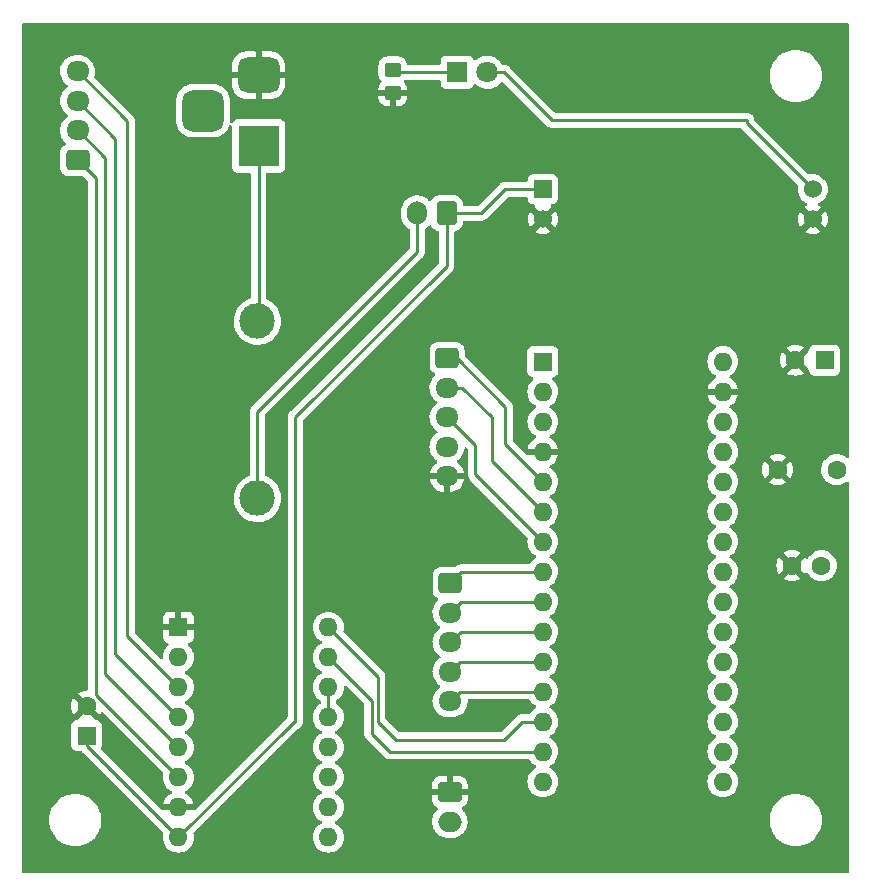
<source format=gtl>
%TF.GenerationSoftware,KiCad,Pcbnew,(6.0.9)*%
%TF.CreationDate,2024-07-14T14:50:05-07:00*%
%TF.ProjectId,RA_Controller,52415f43-6f6e-4747-926f-6c6c65722e6b,rev?*%
%TF.SameCoordinates,Original*%
%TF.FileFunction,Copper,L1,Top*%
%TF.FilePolarity,Positive*%
%FSLAX46Y46*%
G04 Gerber Fmt 4.6, Leading zero omitted, Abs format (unit mm)*
G04 Created by KiCad (PCBNEW (6.0.9)) date 2024-07-14 14:50:05*
%MOMM*%
%LPD*%
G01*
G04 APERTURE LIST*
G04 Aperture macros list*
%AMRoundRect*
0 Rectangle with rounded corners*
0 $1 Rounding radius*
0 $2 $3 $4 $5 $6 $7 $8 $9 X,Y pos of 4 corners*
0 Add a 4 corners polygon primitive as box body*
4,1,4,$2,$3,$4,$5,$6,$7,$8,$9,$2,$3,0*
0 Add four circle primitives for the rounded corners*
1,1,$1+$1,$2,$3*
1,1,$1+$1,$4,$5*
1,1,$1+$1,$6,$7*
1,1,$1+$1,$8,$9*
0 Add four rect primitives between the rounded corners*
20,1,$1+$1,$2,$3,$4,$5,0*
20,1,$1+$1,$4,$5,$6,$7,0*
20,1,$1+$1,$6,$7,$8,$9,0*
20,1,$1+$1,$8,$9,$2,$3,0*%
G04 Aperture macros list end*
%TA.AperFunction,ComponentPad*%
%ADD10R,1.600000X1.600000*%
%TD*%
%TA.AperFunction,ComponentPad*%
%ADD11C,1.600000*%
%TD*%
%TA.AperFunction,ComponentPad*%
%ADD12O,1.600000X1.600000*%
%TD*%
%TA.AperFunction,ComponentPad*%
%ADD13RoundRect,0.250000X-0.750000X0.600000X-0.750000X-0.600000X0.750000X-0.600000X0.750000X0.600000X0*%
%TD*%
%TA.AperFunction,ComponentPad*%
%ADD14O,2.000000X1.700000*%
%TD*%
%TA.AperFunction,ComponentPad*%
%ADD15C,3.000000*%
%TD*%
%TA.AperFunction,ComponentPad*%
%ADD16RoundRect,0.250000X-0.725000X0.600000X-0.725000X-0.600000X0.725000X-0.600000X0.725000X0.600000X0*%
%TD*%
%TA.AperFunction,ComponentPad*%
%ADD17O,1.950000X1.700000*%
%TD*%
%TA.AperFunction,ComponentPad*%
%ADD18R,1.524000X1.524000*%
%TD*%
%TA.AperFunction,ComponentPad*%
%ADD19C,1.524000*%
%TD*%
%TA.AperFunction,ComponentPad*%
%ADD20RoundRect,0.250000X0.600000X0.750000X-0.600000X0.750000X-0.600000X-0.750000X0.600000X-0.750000X0*%
%TD*%
%TA.AperFunction,ComponentPad*%
%ADD21O,1.700000X2.000000*%
%TD*%
%TA.AperFunction,SMDPad,CuDef*%
%ADD22RoundRect,0.250000X0.450000X-0.350000X0.450000X0.350000X-0.450000X0.350000X-0.450000X-0.350000X0*%
%TD*%
%TA.AperFunction,ComponentPad*%
%ADD23R,3.500000X3.500000*%
%TD*%
%TA.AperFunction,ComponentPad*%
%ADD24RoundRect,0.750000X-1.000000X0.750000X-1.000000X-0.750000X1.000000X-0.750000X1.000000X0.750000X0*%
%TD*%
%TA.AperFunction,ComponentPad*%
%ADD25RoundRect,0.875000X-0.875000X0.875000X-0.875000X-0.875000X0.875000X-0.875000X0.875000X0.875000X0*%
%TD*%
%TA.AperFunction,ComponentPad*%
%ADD26RoundRect,0.250000X0.725000X-0.600000X0.725000X0.600000X-0.725000X0.600000X-0.725000X-0.600000X0*%
%TD*%
%TA.AperFunction,ComponentPad*%
%ADD27R,1.800000X1.800000*%
%TD*%
%TA.AperFunction,ComponentPad*%
%ADD28C,1.800000*%
%TD*%
%TA.AperFunction,Conductor*%
%ADD29C,0.250000*%
%TD*%
G04 APERTURE END LIST*
D10*
%TO.P,C1,1*%
%TO.N,+12V*%
X118999000Y-107354380D03*
D11*
%TO.P,C1,2*%
%TO.N,GND*%
X118999000Y-104854380D03*
%TD*%
%TO.P,C3,1*%
%TO.N,+5V*%
X182499000Y-84836000D03*
%TO.P,C3,2*%
%TO.N,GND*%
X177499000Y-84836000D03*
%TD*%
D10*
%TO.P,A2,1,GND*%
%TO.N,GND*%
X126756000Y-98171000D03*
D12*
%TO.P,A2,2,VDD*%
%TO.N,+5V*%
X126756000Y-100711000D03*
%TO.P,A2,3,1B*%
%TO.N,/1B*%
X126756000Y-103251000D03*
%TO.P,A2,4,1A*%
%TO.N,/1A*%
X126756000Y-105791000D03*
%TO.P,A2,5,2A*%
%TO.N,/2A*%
X126756000Y-108331000D03*
%TO.P,A2,6,2B*%
%TO.N,/2B*%
X126756000Y-110871000D03*
%TO.P,A2,7,GND*%
%TO.N,GND*%
X126756000Y-113411000D03*
%TO.P,A2,8,VMOT*%
%TO.N,+12V*%
X126756000Y-115951000D03*
%TO.P,A2,9,~{ENABLE}*%
%TO.N,unconnected-(A2-Pad9)*%
X139456000Y-115951000D03*
%TO.P,A2,10,MS1*%
%TO.N,unconnected-(A2-Pad10)*%
X139456000Y-113411000D03*
%TO.P,A2,11,MS2*%
%TO.N,unconnected-(A2-Pad11)*%
X139456000Y-110871000D03*
%TO.P,A2,12,MS3*%
%TO.N,unconnected-(A2-Pad12)*%
X139456000Y-108331000D03*
%TO.P,A2,13,~{RESET}*%
%TO.N,Net-(A2-Pad13)*%
X139456000Y-105791000D03*
%TO.P,A2,14,~{SLEEP}*%
X139456000Y-103251000D03*
%TO.P,A2,15,STEP*%
%TO.N,/STEP*%
X139456000Y-100711000D03*
%TO.P,A2,16,DIR*%
%TO.N,/DIR*%
X139456000Y-98171000D03*
%TD*%
D13*
%TO.P,J3,1,Pin_1*%
%TO.N,GND*%
X149733000Y-112141000D03*
D14*
%TO.P,J3,2,Pin_2*%
%TO.N,+5V*%
X149733000Y-114641000D03*
%TD*%
D15*
%TO.P,F1,1*%
%TO.N,Net-(F1-Pad1)*%
X133445000Y-72256000D03*
%TO.P,F1,2*%
%TO.N,Net-(F1-Pad2)*%
X133445000Y-87256000D03*
%TD*%
D10*
%TO.P,C2,1*%
%TO.N,+5V*%
X181483000Y-75565000D03*
D11*
%TO.P,C2,2*%
%TO.N,GND*%
X178983000Y-75565000D03*
%TD*%
D16*
%TO.P,J1,1,Pin_1*%
%TO.N,/RotCLK*%
X149506000Y-75391000D03*
D17*
%TO.P,J1,2,Pin_2*%
%TO.N,/RotDT*%
X149506000Y-77891000D03*
%TO.P,J1,3,Pin_3*%
%TO.N,/RotSW*%
X149506000Y-80391000D03*
%TO.P,J1,4,Pin_4*%
%TO.N,+5V*%
X149506000Y-82891000D03*
%TO.P,J1,5,Pin_5*%
%TO.N,GND*%
X149506000Y-85391000D03*
%TD*%
D10*
%TO.P,A1,1,D1/TX*%
%TO.N,unconnected-(A1-Pad1)*%
X157617000Y-75692000D03*
D12*
%TO.P,A1,2,D0/RX*%
%TO.N,unconnected-(A1-Pad2)*%
X157617000Y-78232000D03*
%TO.P,A1,3,~{RESET}*%
%TO.N,unconnected-(A1-Pad3)*%
X157617000Y-80772000D03*
%TO.P,A1,4,GND*%
%TO.N,GND*%
X157617000Y-83312000D03*
%TO.P,A1,5,D2*%
%TO.N,/RotCLK*%
X157617000Y-85852000D03*
%TO.P,A1,6,D3*%
%TO.N,/RotDT*%
X157617000Y-88392000D03*
%TO.P,A1,7,D4*%
%TO.N,/RotSW*%
X157617000Y-90932000D03*
%TO.P,A1,8,D5*%
%TO.N,/LEDBL*%
X157617000Y-93472000D03*
%TO.P,A1,9,D6*%
%TO.N,/LEDRD*%
X157617000Y-96012000D03*
%TO.P,A1,10,D7*%
%TO.N,/LEDGR*%
X157617000Y-98552000D03*
%TO.P,A1,11,D8*%
%TO.N,/TRKSW*%
X157617000Y-101092000D03*
%TO.P,A1,12,D9*%
%TO.N,/SLEWSW*%
X157617000Y-103632000D03*
%TO.P,A1,13,D10*%
%TO.N,/DIR*%
X157617000Y-106172000D03*
%TO.P,A1,14,D11*%
%TO.N,/STEP*%
X157617000Y-108712000D03*
%TO.P,A1,15,D12*%
%TO.N,unconnected-(A1-Pad15)*%
X157617000Y-111252000D03*
%TO.P,A1,16,D13*%
%TO.N,unconnected-(A1-Pad16)*%
X172857000Y-111252000D03*
%TO.P,A1,17,3V3*%
%TO.N,unconnected-(A1-Pad17)*%
X172857000Y-108712000D03*
%TO.P,A1,18,AREF*%
%TO.N,unconnected-(A1-Pad18)*%
X172857000Y-106172000D03*
%TO.P,A1,19,A0*%
%TO.N,unconnected-(A1-Pad19)*%
X172857000Y-103632000D03*
%TO.P,A1,20,A1*%
%TO.N,unconnected-(A1-Pad20)*%
X172857000Y-101092000D03*
%TO.P,A1,21,A2*%
%TO.N,unconnected-(A1-Pad21)*%
X172857000Y-98552000D03*
%TO.P,A1,22,A3*%
%TO.N,unconnected-(A1-Pad22)*%
X172857000Y-96012000D03*
%TO.P,A1,23,A4*%
%TO.N,unconnected-(A1-Pad23)*%
X172857000Y-93472000D03*
%TO.P,A1,24,A5*%
%TO.N,unconnected-(A1-Pad24)*%
X172857000Y-90932000D03*
%TO.P,A1,25,A6*%
%TO.N,unconnected-(A1-Pad25)*%
X172857000Y-88392000D03*
%TO.P,A1,26,A7*%
%TO.N,unconnected-(A1-Pad26)*%
X172857000Y-85852000D03*
%TO.P,A1,27,+5V*%
%TO.N,+5V*%
X172857000Y-83312000D03*
%TO.P,A1,28,~{RESET}*%
%TO.N,unconnected-(A1-Pad28)*%
X172857000Y-80772000D03*
%TO.P,A1,29,GND*%
%TO.N,GND*%
X172857000Y-78232000D03*
%TO.P,A1,30,VIN*%
%TO.N,unconnected-(A1-Pad30)*%
X172857000Y-75692000D03*
%TD*%
D11*
%TO.P,C4,1*%
%TO.N,+5V*%
X181209000Y-92964000D03*
%TO.P,C4,2*%
%TO.N,GND*%
X178709000Y-92964000D03*
%TD*%
D18*
%TO.P,U1,1,Vin*%
%TO.N,+12V*%
X157607000Y-61087000D03*
D19*
%TO.P,U1,2,GND*%
%TO.N,GND*%
X157607000Y-63627000D03*
%TO.P,U1,3,Vout*%
%TO.N,+5V*%
X180467000Y-61087000D03*
%TO.P,U1,4,GND*%
%TO.N,GND*%
X180467000Y-63627000D03*
%TD*%
D20*
%TO.P,J6,1,Pin_1*%
%TO.N,+12V*%
X149479000Y-63119000D03*
D21*
%TO.P,J6,2,Pin_2*%
%TO.N,Net-(F1-Pad2)*%
X146979000Y-63119000D03*
%TD*%
D22*
%TO.P,R1,1*%
%TO.N,GND*%
X144907000Y-52959000D03*
%TO.P,R1,2*%
%TO.N,Net-(D1-Pad1)*%
X144907000Y-50959000D03*
%TD*%
D23*
%TO.P,J5,1*%
%TO.N,Net-(F1-Pad1)*%
X133545500Y-57435000D03*
D24*
%TO.P,J5,2*%
%TO.N,GND*%
X133545500Y-51435000D03*
D25*
%TO.P,J5,3*%
%TO.N,N/C*%
X128845500Y-54435000D03*
%TD*%
D16*
%TO.P,J2,1,Pin_1*%
%TO.N,/LEDBL*%
X149760000Y-94441000D03*
D17*
%TO.P,J2,2,Pin_2*%
%TO.N,/LEDRD*%
X149760000Y-96941000D03*
%TO.P,J2,3,Pin_3*%
%TO.N,/LEDGR*%
X149760000Y-99441000D03*
%TO.P,J2,4,Pin_4*%
%TO.N,/TRKSW*%
X149760000Y-101941000D03*
%TO.P,J2,5,Pin_5*%
%TO.N,/SLEWSW*%
X149760000Y-104441000D03*
%TD*%
D26*
%TO.P,J4,1,Pin_1*%
%TO.N,/2B*%
X118220000Y-58614000D03*
D17*
%TO.P,J4,2,Pin_2*%
%TO.N,/2A*%
X118220000Y-56114000D03*
%TO.P,J4,3,Pin_3*%
%TO.N,/1A*%
X118220000Y-53614000D03*
%TO.P,J4,4,Pin_4*%
%TO.N,/1B*%
X118220000Y-51114000D03*
%TD*%
D27*
%TO.P,D1,1,K*%
%TO.N,Net-(D1-Pad1)*%
X150363000Y-51181000D03*
D28*
%TO.P,D1,2,A*%
%TO.N,+5V*%
X152903000Y-51181000D03*
%TD*%
D29*
%TO.N,/RotCLK*%
X154432000Y-79502000D02*
X154432000Y-82667000D01*
X149506000Y-75391000D02*
X150321000Y-75391000D01*
X154432000Y-82667000D02*
X157617000Y-85852000D01*
X150321000Y-75391000D02*
X154432000Y-79502000D01*
%TO.N,/RotDT*%
X149506000Y-77891000D02*
X150789000Y-77891000D01*
X153289000Y-84064000D02*
X157617000Y-88392000D01*
X153289000Y-80391000D02*
X153289000Y-84064000D01*
X150789000Y-77891000D02*
X153289000Y-80391000D01*
%TO.N,/RotSW*%
X149506000Y-80391000D02*
X151892000Y-82777000D01*
X151892000Y-85207000D02*
X157617000Y-90932000D01*
X151892000Y-82777000D02*
X151892000Y-85207000D01*
%TO.N,/LEDBL*%
X157617000Y-93472000D02*
X150729000Y-93472000D01*
X150729000Y-93472000D02*
X149760000Y-94441000D01*
%TO.N,/LEDRD*%
X157617000Y-96012000D02*
X150689000Y-96012000D01*
X150689000Y-96012000D02*
X149760000Y-96941000D01*
%TO.N,/LEDGR*%
X157617000Y-98552000D02*
X150649000Y-98552000D01*
X150649000Y-98552000D02*
X149760000Y-99441000D01*
%TO.N,/TRKSW*%
X150609000Y-101092000D02*
X149760000Y-101941000D01*
X157617000Y-101092000D02*
X150609000Y-101092000D01*
%TO.N,/SLEWSW*%
X157617000Y-103632000D02*
X150569000Y-103632000D01*
X150569000Y-103632000D02*
X149760000Y-104441000D01*
%TO.N,/STEP*%
X143129000Y-107188000D02*
X144653000Y-108712000D01*
X139456000Y-100711000D02*
X143129000Y-104384000D01*
X144653000Y-108712000D02*
X157617000Y-108712000D01*
X143129000Y-104384000D02*
X143129000Y-107188000D01*
%TO.N,/DIR*%
X155829000Y-106172000D02*
X157617000Y-106172000D01*
X139456000Y-98171000D02*
X143637000Y-102352000D01*
X143637000Y-106172000D02*
X145161000Y-107696000D01*
X145161000Y-107696000D02*
X154305000Y-107696000D01*
X154305000Y-107696000D02*
X155829000Y-106172000D01*
X143637000Y-102352000D02*
X143637000Y-106172000D01*
%TO.N,+5V*%
X174879000Y-55245000D02*
X174879000Y-55499000D01*
X174879000Y-55499000D02*
X180467000Y-61087000D01*
X158369000Y-55245000D02*
X174879000Y-55245000D01*
X152903000Y-51181000D02*
X154305000Y-51181000D01*
X154305000Y-51181000D02*
X158369000Y-55245000D01*
%TO.N,/1B*%
X122428000Y-55322000D02*
X122428000Y-98923000D01*
X122428000Y-98923000D02*
X126756000Y-103251000D01*
X118220000Y-51114000D02*
X122428000Y-55322000D01*
%TO.N,/1A*%
X121412000Y-100447000D02*
X126756000Y-105791000D01*
X118220000Y-53614000D02*
X121412000Y-56806000D01*
X121412000Y-56806000D02*
X121412000Y-100447000D01*
%TO.N,/2A*%
X118220000Y-56114000D02*
X118220000Y-56117000D01*
X118220000Y-56117000D02*
X120523000Y-58420000D01*
X120523000Y-102098000D02*
X126756000Y-108331000D01*
X120523000Y-58420000D02*
X120523000Y-102098000D01*
%TO.N,/2B*%
X119761000Y-103876000D02*
X126756000Y-110871000D01*
X118220000Y-58614000D02*
X119761000Y-60155000D01*
X119761000Y-60155000D02*
X119761000Y-103876000D01*
%TO.N,+12V*%
X154432000Y-61087000D02*
X157607000Y-61087000D01*
X126756000Y-115951000D02*
X118999000Y-108194000D01*
X118999000Y-108194000D02*
X118999000Y-107354380D01*
X152400000Y-63119000D02*
X154432000Y-61087000D01*
X126756000Y-115951000D02*
X136535000Y-106172000D01*
X136535000Y-106172000D02*
X136652000Y-106172000D01*
X136652000Y-106172000D02*
X136652000Y-80391000D01*
X136652000Y-80391000D02*
X149479000Y-67564000D01*
X149479000Y-67564000D02*
X149479000Y-63119000D01*
X149479000Y-63119000D02*
X152400000Y-63119000D01*
%TO.N,Net-(A2-Pad13)*%
X139456000Y-105791000D02*
X139456000Y-103251000D01*
%TO.N,Net-(D1-Pad1)*%
X150363000Y-51181000D02*
X145129000Y-51181000D01*
X145129000Y-51181000D02*
X144907000Y-50959000D01*
%TO.N,Net-(F1-Pad1)*%
X133545500Y-72155500D02*
X133445000Y-72256000D01*
X133545500Y-57435000D02*
X133545500Y-72155500D01*
%TO.N,Net-(F1-Pad2)*%
X133445000Y-87256000D02*
X133445000Y-79915000D01*
X146979000Y-66381000D02*
X146979000Y-63119000D01*
X133445000Y-79915000D02*
X146979000Y-66381000D01*
%TD*%
%TA.AperFunction,Conductor*%
%TO.N,GND*%
G36*
X183463621Y-47035502D02*
G01*
X183510114Y-47089158D01*
X183521500Y-47141500D01*
X183521500Y-83712535D01*
X183501498Y-83780656D01*
X183447842Y-83827149D01*
X183377568Y-83837253D01*
X183323229Y-83815748D01*
X183292775Y-83794424D01*
X183155749Y-83698477D01*
X183150767Y-83696154D01*
X183150762Y-83696151D01*
X182953225Y-83604039D01*
X182953224Y-83604039D01*
X182948243Y-83601716D01*
X182942935Y-83600294D01*
X182942933Y-83600293D01*
X182732402Y-83543881D01*
X182732400Y-83543881D01*
X182727087Y-83542457D01*
X182499000Y-83522502D01*
X182270913Y-83542457D01*
X182265600Y-83543881D01*
X182265598Y-83543881D01*
X182055067Y-83600293D01*
X182055065Y-83600294D01*
X182049757Y-83601716D01*
X182044776Y-83604039D01*
X182044775Y-83604039D01*
X181847238Y-83696151D01*
X181847233Y-83696154D01*
X181842251Y-83698477D01*
X181768757Y-83749938D01*
X181659211Y-83826643D01*
X181659208Y-83826645D01*
X181654700Y-83829802D01*
X181492802Y-83991700D01*
X181489645Y-83996208D01*
X181489643Y-83996211D01*
X181464003Y-84032829D01*
X181361477Y-84179251D01*
X181359154Y-84184233D01*
X181359151Y-84184238D01*
X181280001Y-84353978D01*
X181264716Y-84386757D01*
X181263294Y-84392065D01*
X181263293Y-84392067D01*
X181218709Y-84558457D01*
X181205457Y-84607913D01*
X181185502Y-84836000D01*
X181205457Y-85064087D01*
X181206881Y-85069400D01*
X181206881Y-85069402D01*
X181255485Y-85250791D01*
X181264716Y-85285243D01*
X181267039Y-85290224D01*
X181267039Y-85290225D01*
X181359151Y-85487762D01*
X181359154Y-85487767D01*
X181361477Y-85492749D01*
X181400312Y-85548211D01*
X181478294Y-85659580D01*
X181492802Y-85680300D01*
X181654700Y-85842198D01*
X181659208Y-85845355D01*
X181659211Y-85845357D01*
X181676532Y-85857485D01*
X181842251Y-85973523D01*
X181847233Y-85975846D01*
X181847238Y-85975849D01*
X182043765Y-86067490D01*
X182049757Y-86070284D01*
X182055065Y-86071706D01*
X182055067Y-86071707D01*
X182265598Y-86128119D01*
X182265600Y-86128119D01*
X182270913Y-86129543D01*
X182499000Y-86149498D01*
X182727087Y-86129543D01*
X182732400Y-86128119D01*
X182732402Y-86128119D01*
X182942933Y-86071707D01*
X182942935Y-86071706D01*
X182948243Y-86070284D01*
X182954235Y-86067490D01*
X183150762Y-85975849D01*
X183150767Y-85975846D01*
X183155749Y-85973523D01*
X183323229Y-85856252D01*
X183390503Y-85833564D01*
X183459364Y-85850849D01*
X183507948Y-85902619D01*
X183521500Y-85959465D01*
X183521500Y-118872500D01*
X183501498Y-118940621D01*
X183447842Y-118987114D01*
X183395500Y-118998500D01*
X113664500Y-118998500D01*
X113596379Y-118978498D01*
X113549886Y-118924842D01*
X113538500Y-118872500D01*
X113538500Y-114507000D01*
X115816761Y-114507000D01*
X115817031Y-114511119D01*
X115832686Y-114749959D01*
X115835696Y-114795886D01*
X115836500Y-114799926D01*
X115836500Y-114799929D01*
X115883806Y-115037752D01*
X115892175Y-115079828D01*
X115893501Y-115083734D01*
X115893502Y-115083738D01*
X115917336Y-115153949D01*
X115985234Y-115353970D01*
X115987055Y-115357663D01*
X115987056Y-115357665D01*
X116029788Y-115444317D01*
X116113279Y-115613619D01*
X116274119Y-115854335D01*
X116276831Y-115857427D01*
X116276836Y-115857434D01*
X116388640Y-115984920D01*
X116465004Y-116071996D01*
X116468093Y-116074705D01*
X116679565Y-116260163D01*
X116679571Y-116260168D01*
X116682665Y-116262881D01*
X116923380Y-116423721D01*
X116927079Y-116425545D01*
X116927084Y-116425548D01*
X117179335Y-116549944D01*
X117183030Y-116551766D01*
X117186928Y-116553089D01*
X117186930Y-116553090D01*
X117453262Y-116643498D01*
X117453266Y-116643499D01*
X117457172Y-116644825D01*
X117461216Y-116645629D01*
X117461222Y-116645631D01*
X117737071Y-116700500D01*
X117737074Y-116700500D01*
X117741114Y-116701304D01*
X117745225Y-116701573D01*
X117745229Y-116701574D01*
X118025881Y-116719969D01*
X118030000Y-116720239D01*
X118034119Y-116719969D01*
X118314771Y-116701574D01*
X118314775Y-116701573D01*
X118318886Y-116701304D01*
X118322926Y-116700500D01*
X118322929Y-116700500D01*
X118598778Y-116645631D01*
X118598784Y-116645629D01*
X118602828Y-116644825D01*
X118606734Y-116643499D01*
X118606738Y-116643498D01*
X118873070Y-116553090D01*
X118873072Y-116553089D01*
X118876970Y-116551766D01*
X118880665Y-116549944D01*
X119132916Y-116425548D01*
X119132921Y-116425545D01*
X119136620Y-116423721D01*
X119377335Y-116262881D01*
X119380429Y-116260168D01*
X119380435Y-116260163D01*
X119591907Y-116074705D01*
X119594996Y-116071996D01*
X119671360Y-115984920D01*
X119783164Y-115857434D01*
X119783169Y-115857427D01*
X119785881Y-115854335D01*
X119946721Y-115613619D01*
X120030212Y-115444317D01*
X120072944Y-115357665D01*
X120072945Y-115357663D01*
X120074766Y-115353970D01*
X120142664Y-115153949D01*
X120166498Y-115083738D01*
X120166499Y-115083734D01*
X120167825Y-115079828D01*
X120176195Y-115037752D01*
X120223500Y-114799929D01*
X120223500Y-114799926D01*
X120224304Y-114795886D01*
X120227315Y-114749959D01*
X120242969Y-114511119D01*
X120243239Y-114507000D01*
X120226997Y-114259197D01*
X120224574Y-114222229D01*
X120224573Y-114222225D01*
X120224304Y-114218114D01*
X120223500Y-114214071D01*
X120168631Y-113938222D01*
X120168629Y-113938216D01*
X120167825Y-113934172D01*
X120165492Y-113927297D01*
X120076090Y-113663930D01*
X120076089Y-113663928D01*
X120074766Y-113660030D01*
X120061927Y-113633994D01*
X119961191Y-113429723D01*
X119946721Y-113400381D01*
X119785881Y-113159665D01*
X119783169Y-113156573D01*
X119783164Y-113156566D01*
X119597705Y-112945093D01*
X119594996Y-112942004D01*
X119534459Y-112888914D01*
X119380435Y-112753837D01*
X119380429Y-112753832D01*
X119377335Y-112751119D01*
X119136620Y-112590279D01*
X119132921Y-112588455D01*
X119132916Y-112588452D01*
X118880665Y-112464056D01*
X118880663Y-112464055D01*
X118876970Y-112462234D01*
X118718817Y-112408548D01*
X118606738Y-112370502D01*
X118606734Y-112370501D01*
X118602828Y-112369175D01*
X118598784Y-112368371D01*
X118598778Y-112368369D01*
X118322929Y-112313500D01*
X118322926Y-112313500D01*
X118318886Y-112312696D01*
X118314775Y-112312427D01*
X118314771Y-112312426D01*
X118034119Y-112294031D01*
X118030000Y-112293761D01*
X118025881Y-112294031D01*
X117745229Y-112312426D01*
X117745225Y-112312427D01*
X117741114Y-112312696D01*
X117737074Y-112313500D01*
X117737071Y-112313500D01*
X117461222Y-112368369D01*
X117461216Y-112368371D01*
X117457172Y-112369175D01*
X117453266Y-112370501D01*
X117453262Y-112370502D01*
X117341183Y-112408548D01*
X117183030Y-112462234D01*
X117179337Y-112464055D01*
X117179335Y-112464056D01*
X117131376Y-112487707D01*
X116923381Y-112590279D01*
X116682665Y-112751119D01*
X116679573Y-112753831D01*
X116679566Y-112753836D01*
X116525541Y-112888914D01*
X116465004Y-112942004D01*
X116462295Y-112945093D01*
X116276836Y-113156566D01*
X116276831Y-113156573D01*
X116274119Y-113159665D01*
X116113279Y-113400381D01*
X116098809Y-113429723D01*
X115998074Y-113633994D01*
X115985234Y-113660030D01*
X115983911Y-113663928D01*
X115983910Y-113663930D01*
X115894509Y-113927297D01*
X115892175Y-113934172D01*
X115891371Y-113938216D01*
X115891369Y-113938222D01*
X115836500Y-114214071D01*
X115835696Y-114218114D01*
X115835427Y-114222225D01*
X115835426Y-114222229D01*
X115826821Y-114353516D01*
X115818805Y-114475810D01*
X115816761Y-114507000D01*
X113538500Y-114507000D01*
X113538500Y-108202514D01*
X117690500Y-108202514D01*
X117697255Y-108264696D01*
X117748385Y-108401085D01*
X117835739Y-108517641D01*
X117952295Y-108604995D01*
X118088684Y-108656125D01*
X118150866Y-108662880D01*
X118519786Y-108662880D01*
X118587907Y-108682882D01*
X118608881Y-108699785D01*
X125446848Y-115537752D01*
X125480874Y-115600064D01*
X125479459Y-115659459D01*
X125463882Y-115717591D01*
X125463881Y-115717598D01*
X125462457Y-115722913D01*
X125442502Y-115951000D01*
X125462457Y-116179087D01*
X125521716Y-116400243D01*
X125524039Y-116405224D01*
X125524039Y-116405225D01*
X125616151Y-116602762D01*
X125616154Y-116602767D01*
X125618477Y-116607749D01*
X125683422Y-116700500D01*
X125697055Y-116719969D01*
X125749802Y-116795300D01*
X125911700Y-116957198D01*
X125916208Y-116960355D01*
X125916211Y-116960357D01*
X125994389Y-117015098D01*
X126099251Y-117088523D01*
X126104233Y-117090846D01*
X126104238Y-117090849D01*
X126301775Y-117182961D01*
X126306757Y-117185284D01*
X126312065Y-117186706D01*
X126312067Y-117186707D01*
X126522598Y-117243119D01*
X126522600Y-117243119D01*
X126527913Y-117244543D01*
X126756000Y-117264498D01*
X126984087Y-117244543D01*
X126989400Y-117243119D01*
X126989402Y-117243119D01*
X127199933Y-117186707D01*
X127199935Y-117186706D01*
X127205243Y-117185284D01*
X127210225Y-117182961D01*
X127407762Y-117090849D01*
X127407767Y-117090846D01*
X127412749Y-117088523D01*
X127517611Y-117015098D01*
X127595789Y-116960357D01*
X127595792Y-116960355D01*
X127600300Y-116957198D01*
X127762198Y-116795300D01*
X127814946Y-116719969D01*
X127828578Y-116700500D01*
X127893523Y-116607749D01*
X127895846Y-116602767D01*
X127895849Y-116602762D01*
X127987961Y-116405225D01*
X127987961Y-116405224D01*
X127990284Y-116400243D01*
X128049543Y-116179087D01*
X128069498Y-115951000D01*
X138142502Y-115951000D01*
X138162457Y-116179087D01*
X138221716Y-116400243D01*
X138224039Y-116405224D01*
X138224039Y-116405225D01*
X138316151Y-116602762D01*
X138316154Y-116602767D01*
X138318477Y-116607749D01*
X138383422Y-116700500D01*
X138397055Y-116719969D01*
X138449802Y-116795300D01*
X138611700Y-116957198D01*
X138616208Y-116960355D01*
X138616211Y-116960357D01*
X138694389Y-117015098D01*
X138799251Y-117088523D01*
X138804233Y-117090846D01*
X138804238Y-117090849D01*
X139001775Y-117182961D01*
X139006757Y-117185284D01*
X139012065Y-117186706D01*
X139012067Y-117186707D01*
X139222598Y-117243119D01*
X139222600Y-117243119D01*
X139227913Y-117244543D01*
X139456000Y-117264498D01*
X139684087Y-117244543D01*
X139689400Y-117243119D01*
X139689402Y-117243119D01*
X139899933Y-117186707D01*
X139899935Y-117186706D01*
X139905243Y-117185284D01*
X139910225Y-117182961D01*
X140107762Y-117090849D01*
X140107767Y-117090846D01*
X140112749Y-117088523D01*
X140217611Y-117015098D01*
X140295789Y-116960357D01*
X140295792Y-116960355D01*
X140300300Y-116957198D01*
X140462198Y-116795300D01*
X140514946Y-116719969D01*
X140528578Y-116700500D01*
X140593523Y-116607749D01*
X140595846Y-116602767D01*
X140595849Y-116602762D01*
X140687961Y-116405225D01*
X140687961Y-116405224D01*
X140690284Y-116400243D01*
X140749543Y-116179087D01*
X140769498Y-115951000D01*
X140749543Y-115722913D01*
X140734180Y-115665579D01*
X140691707Y-115507067D01*
X140691706Y-115507065D01*
X140690284Y-115501757D01*
X140665379Y-115448347D01*
X140595849Y-115299238D01*
X140595846Y-115299233D01*
X140593523Y-115294251D01*
X140462198Y-115106700D01*
X140300300Y-114944802D01*
X140295792Y-114941645D01*
X140295789Y-114941643D01*
X140217611Y-114886902D01*
X140112749Y-114813477D01*
X140107767Y-114811154D01*
X140107762Y-114811151D01*
X140073543Y-114795195D01*
X140020258Y-114748278D01*
X140000797Y-114680001D01*
X140021339Y-114612041D01*
X140062038Y-114576774D01*
X148221102Y-114576774D01*
X148229751Y-114807158D01*
X148277093Y-115032791D01*
X148279051Y-115037750D01*
X148279052Y-115037752D01*
X148335969Y-115181873D01*
X148361776Y-115247221D01*
X148364543Y-115251780D01*
X148364544Y-115251783D01*
X148393341Y-115299238D01*
X148481377Y-115444317D01*
X148484874Y-115448347D01*
X148625071Y-115609910D01*
X148632477Y-115618445D01*
X148636608Y-115621832D01*
X148806627Y-115761240D01*
X148806633Y-115761244D01*
X148810755Y-115764624D01*
X148815391Y-115767263D01*
X148815394Y-115767265D01*
X148924422Y-115829327D01*
X149011114Y-115878675D01*
X149227825Y-115957337D01*
X149233074Y-115958286D01*
X149233077Y-115958287D01*
X149450608Y-115997623D01*
X149450615Y-115997624D01*
X149454692Y-115998361D01*
X149472414Y-115999197D01*
X149477356Y-115999430D01*
X149477363Y-115999430D01*
X149478844Y-115999500D01*
X149940890Y-115999500D01*
X150007809Y-115993822D01*
X150107409Y-115985371D01*
X150107413Y-115985370D01*
X150112720Y-115984920D01*
X150117875Y-115983582D01*
X150117881Y-115983581D01*
X150330703Y-115928343D01*
X150330707Y-115928342D01*
X150335872Y-115927001D01*
X150340738Y-115924809D01*
X150340741Y-115924808D01*
X150541202Y-115834507D01*
X150546075Y-115832312D01*
X150737319Y-115703559D01*
X150904135Y-115544424D01*
X150931930Y-115507067D01*
X151038568Y-115363740D01*
X151041754Y-115359458D01*
X151044545Y-115353970D01*
X151101342Y-115242256D01*
X151146240Y-115153949D01*
X151160912Y-115106700D01*
X151213024Y-114938871D01*
X151214607Y-114933773D01*
X151218456Y-114904731D01*
X151244198Y-114710511D01*
X151244198Y-114710506D01*
X151244898Y-114705226D01*
X151237456Y-114507000D01*
X176816761Y-114507000D01*
X176817031Y-114511119D01*
X176832686Y-114749959D01*
X176835696Y-114795886D01*
X176836500Y-114799926D01*
X176836500Y-114799929D01*
X176883806Y-115037752D01*
X176892175Y-115079828D01*
X176893501Y-115083734D01*
X176893502Y-115083738D01*
X176917336Y-115153949D01*
X176985234Y-115353970D01*
X176987055Y-115357663D01*
X176987056Y-115357665D01*
X177029788Y-115444317D01*
X177113279Y-115613619D01*
X177274119Y-115854335D01*
X177276831Y-115857427D01*
X177276836Y-115857434D01*
X177388640Y-115984920D01*
X177465004Y-116071996D01*
X177468093Y-116074705D01*
X177679565Y-116260163D01*
X177679571Y-116260168D01*
X177682665Y-116262881D01*
X177923380Y-116423721D01*
X177927079Y-116425545D01*
X177927084Y-116425548D01*
X178179335Y-116549944D01*
X178183030Y-116551766D01*
X178186928Y-116553089D01*
X178186930Y-116553090D01*
X178453262Y-116643498D01*
X178453266Y-116643499D01*
X178457172Y-116644825D01*
X178461216Y-116645629D01*
X178461222Y-116645631D01*
X178737071Y-116700500D01*
X178737074Y-116700500D01*
X178741114Y-116701304D01*
X178745225Y-116701573D01*
X178745229Y-116701574D01*
X179025881Y-116719969D01*
X179030000Y-116720239D01*
X179034119Y-116719969D01*
X179314771Y-116701574D01*
X179314775Y-116701573D01*
X179318886Y-116701304D01*
X179322926Y-116700500D01*
X179322929Y-116700500D01*
X179598778Y-116645631D01*
X179598784Y-116645629D01*
X179602828Y-116644825D01*
X179606734Y-116643499D01*
X179606738Y-116643498D01*
X179873070Y-116553090D01*
X179873072Y-116553089D01*
X179876970Y-116551766D01*
X179880665Y-116549944D01*
X180132916Y-116425548D01*
X180132921Y-116425545D01*
X180136620Y-116423721D01*
X180377335Y-116262881D01*
X180380429Y-116260168D01*
X180380435Y-116260163D01*
X180591907Y-116074705D01*
X180594996Y-116071996D01*
X180671360Y-115984920D01*
X180783164Y-115857434D01*
X180783169Y-115857427D01*
X180785881Y-115854335D01*
X180946721Y-115613619D01*
X181030212Y-115444317D01*
X181072944Y-115357665D01*
X181072945Y-115357663D01*
X181074766Y-115353970D01*
X181142664Y-115153949D01*
X181166498Y-115083738D01*
X181166499Y-115083734D01*
X181167825Y-115079828D01*
X181176195Y-115037752D01*
X181223500Y-114799929D01*
X181223500Y-114799926D01*
X181224304Y-114795886D01*
X181227315Y-114749959D01*
X181242969Y-114511119D01*
X181243239Y-114507000D01*
X181226997Y-114259197D01*
X181224574Y-114222229D01*
X181224573Y-114222225D01*
X181224304Y-114218114D01*
X181223500Y-114214071D01*
X181168631Y-113938222D01*
X181168629Y-113938216D01*
X181167825Y-113934172D01*
X181165492Y-113927297D01*
X181076090Y-113663930D01*
X181076089Y-113663928D01*
X181074766Y-113660030D01*
X181061927Y-113633994D01*
X180961191Y-113429723D01*
X180946721Y-113400381D01*
X180785881Y-113159665D01*
X180783169Y-113156573D01*
X180783164Y-113156566D01*
X180597705Y-112945093D01*
X180594996Y-112942004D01*
X180534459Y-112888914D01*
X180380435Y-112753837D01*
X180380429Y-112753832D01*
X180377335Y-112751119D01*
X180136620Y-112590279D01*
X180132921Y-112588455D01*
X180132916Y-112588452D01*
X179880665Y-112464056D01*
X179880663Y-112464055D01*
X179876970Y-112462234D01*
X179718817Y-112408548D01*
X179606738Y-112370502D01*
X179606734Y-112370501D01*
X179602828Y-112369175D01*
X179598784Y-112368371D01*
X179598778Y-112368369D01*
X179322929Y-112313500D01*
X179322926Y-112313500D01*
X179318886Y-112312696D01*
X179314775Y-112312427D01*
X179314771Y-112312426D01*
X179034119Y-112294031D01*
X179030000Y-112293761D01*
X179025881Y-112294031D01*
X178745229Y-112312426D01*
X178745225Y-112312427D01*
X178741114Y-112312696D01*
X178737074Y-112313500D01*
X178737071Y-112313500D01*
X178461222Y-112368369D01*
X178461216Y-112368371D01*
X178457172Y-112369175D01*
X178453266Y-112370501D01*
X178453262Y-112370502D01*
X178341183Y-112408548D01*
X178183030Y-112462234D01*
X178179337Y-112464055D01*
X178179335Y-112464056D01*
X178131376Y-112487707D01*
X177923381Y-112590279D01*
X177682665Y-112751119D01*
X177679573Y-112753831D01*
X177679566Y-112753836D01*
X177525541Y-112888914D01*
X177465004Y-112942004D01*
X177462295Y-112945093D01*
X177276836Y-113156566D01*
X177276831Y-113156573D01*
X177274119Y-113159665D01*
X177113279Y-113400381D01*
X177098809Y-113429723D01*
X176998074Y-113633994D01*
X176985234Y-113660030D01*
X176983911Y-113663928D01*
X176983910Y-113663930D01*
X176894509Y-113927297D01*
X176892175Y-113934172D01*
X176891371Y-113938216D01*
X176891369Y-113938222D01*
X176836500Y-114214071D01*
X176835696Y-114218114D01*
X176835427Y-114222225D01*
X176835426Y-114222229D01*
X176826821Y-114353516D01*
X176818805Y-114475810D01*
X176816761Y-114507000D01*
X151237456Y-114507000D01*
X151236249Y-114474842D01*
X151188907Y-114249209D01*
X151104224Y-114034779D01*
X151040802Y-113930262D01*
X150987390Y-113842243D01*
X150984623Y-113837683D01*
X150897755Y-113737576D01*
X150837023Y-113667588D01*
X150837021Y-113667586D01*
X150833523Y-113663555D01*
X150810164Y-113644402D01*
X150797471Y-113633994D01*
X150757476Y-113575334D01*
X150755545Y-113504364D01*
X150792290Y-113443616D01*
X150811059Y-113429416D01*
X150950807Y-113342937D01*
X150962208Y-113333901D01*
X151076739Y-113219171D01*
X151085751Y-113207760D01*
X151170816Y-113069757D01*
X151176963Y-113056576D01*
X151228138Y-112902290D01*
X151231005Y-112888914D01*
X151240672Y-112794562D01*
X151241000Y-112788146D01*
X151241000Y-112413115D01*
X151236525Y-112397876D01*
X151235135Y-112396671D01*
X151227452Y-112395000D01*
X148243116Y-112395000D01*
X148227877Y-112399475D01*
X148226672Y-112400865D01*
X148225001Y-112408548D01*
X148225001Y-112788095D01*
X148225338Y-112794614D01*
X148235257Y-112890206D01*
X148238149Y-112903600D01*
X148289588Y-113057784D01*
X148295761Y-113070962D01*
X148381063Y-113208807D01*
X148390099Y-113220208D01*
X148504829Y-113334739D01*
X148516243Y-113343753D01*
X148655713Y-113429723D01*
X148703207Y-113482495D01*
X148714631Y-113552566D01*
X148686357Y-113617690D01*
X148676574Y-113628149D01*
X148561865Y-113737576D01*
X148424246Y-113922542D01*
X148319760Y-114128051D01*
X148318178Y-114133145D01*
X148318177Y-114133148D01*
X148280248Y-114255300D01*
X148251393Y-114348227D01*
X148250692Y-114353516D01*
X148222085Y-114569358D01*
X148221102Y-114576774D01*
X140062038Y-114576774D01*
X140073543Y-114566805D01*
X140107762Y-114550849D01*
X140107767Y-114550846D01*
X140112749Y-114548523D01*
X140225430Y-114469623D01*
X140295789Y-114420357D01*
X140295792Y-114420355D01*
X140300300Y-114417198D01*
X140462198Y-114255300D01*
X140593523Y-114067749D01*
X140595846Y-114062767D01*
X140595849Y-114062762D01*
X140687961Y-113865225D01*
X140687961Y-113865224D01*
X140690284Y-113860243D01*
X140722007Y-113741854D01*
X140748119Y-113644402D01*
X140748119Y-113644400D01*
X140749543Y-113639087D01*
X140769498Y-113411000D01*
X140749543Y-113182913D01*
X140690284Y-112961757D01*
X140663165Y-112903600D01*
X140595849Y-112759238D01*
X140595846Y-112759233D01*
X140593523Y-112754251D01*
X140480315Y-112592573D01*
X140465357Y-112571211D01*
X140465355Y-112571208D01*
X140462198Y-112566700D01*
X140300300Y-112404802D01*
X140295792Y-112401645D01*
X140295789Y-112401643D01*
X140217611Y-112346902D01*
X140112749Y-112273477D01*
X140107767Y-112271154D01*
X140107762Y-112271151D01*
X140073543Y-112255195D01*
X140020258Y-112208278D01*
X140000797Y-112140001D01*
X140021339Y-112072041D01*
X140073543Y-112026805D01*
X140107762Y-112010849D01*
X140107767Y-112010846D01*
X140112749Y-112008523D01*
X140262363Y-111903762D01*
X140295789Y-111880357D01*
X140295792Y-111880355D01*
X140300300Y-111877198D01*
X140308613Y-111868885D01*
X148225000Y-111868885D01*
X148229475Y-111884124D01*
X148230865Y-111885329D01*
X148238548Y-111887000D01*
X149460885Y-111887000D01*
X149476124Y-111882525D01*
X149477329Y-111881135D01*
X149479000Y-111873452D01*
X149479000Y-111868885D01*
X149987000Y-111868885D01*
X149991475Y-111884124D01*
X149992865Y-111885329D01*
X150000548Y-111887000D01*
X151222884Y-111887000D01*
X151238123Y-111882525D01*
X151239328Y-111881135D01*
X151240999Y-111873452D01*
X151240999Y-111493905D01*
X151240662Y-111487386D01*
X151230743Y-111391794D01*
X151227851Y-111378400D01*
X151176412Y-111224216D01*
X151170239Y-111211038D01*
X151084937Y-111073193D01*
X151075901Y-111061792D01*
X150961171Y-110947261D01*
X150949760Y-110938249D01*
X150811757Y-110853184D01*
X150798576Y-110847037D01*
X150644290Y-110795862D01*
X150630914Y-110792995D01*
X150536562Y-110783328D01*
X150530145Y-110783000D01*
X150005115Y-110783000D01*
X149989876Y-110787475D01*
X149988671Y-110788865D01*
X149987000Y-110796548D01*
X149987000Y-111868885D01*
X149479000Y-111868885D01*
X149479000Y-110801116D01*
X149474525Y-110785877D01*
X149473135Y-110784672D01*
X149465452Y-110783001D01*
X148935905Y-110783001D01*
X148929386Y-110783338D01*
X148833794Y-110793257D01*
X148820400Y-110796149D01*
X148666216Y-110847588D01*
X148653038Y-110853761D01*
X148515193Y-110939063D01*
X148503792Y-110948099D01*
X148389261Y-111062829D01*
X148380249Y-111074240D01*
X148295184Y-111212243D01*
X148289037Y-111225424D01*
X148237862Y-111379710D01*
X148234995Y-111393086D01*
X148225328Y-111487438D01*
X148225000Y-111493855D01*
X148225000Y-111868885D01*
X140308613Y-111868885D01*
X140462198Y-111715300D01*
X140468553Y-111706225D01*
X140590366Y-111532257D01*
X140593523Y-111527749D01*
X140595846Y-111522767D01*
X140595849Y-111522762D01*
X140687961Y-111325225D01*
X140687961Y-111325224D01*
X140690284Y-111320243D01*
X140749543Y-111099087D01*
X140769498Y-110871000D01*
X140749543Y-110642913D01*
X140735564Y-110590743D01*
X140691707Y-110427067D01*
X140691706Y-110427065D01*
X140690284Y-110421757D01*
X140610053Y-110249699D01*
X140595849Y-110219238D01*
X140595846Y-110219233D01*
X140593523Y-110214251D01*
X140510859Y-110096195D01*
X140465357Y-110031211D01*
X140465355Y-110031208D01*
X140462198Y-110026700D01*
X140300300Y-109864802D01*
X140295792Y-109861645D01*
X140295789Y-109861643D01*
X140217611Y-109806902D01*
X140112749Y-109733477D01*
X140107767Y-109731154D01*
X140107762Y-109731151D01*
X140073543Y-109715195D01*
X140020258Y-109668278D01*
X140000797Y-109600001D01*
X140021339Y-109532041D01*
X140073543Y-109486805D01*
X140107762Y-109470849D01*
X140107767Y-109470846D01*
X140112749Y-109468523D01*
X140262363Y-109363762D01*
X140295789Y-109340357D01*
X140295792Y-109340355D01*
X140300300Y-109337198D01*
X140462198Y-109175300D01*
X140467021Y-109168413D01*
X140590366Y-108992257D01*
X140593523Y-108987749D01*
X140595846Y-108982767D01*
X140595849Y-108982762D01*
X140687961Y-108785225D01*
X140687961Y-108785224D01*
X140690284Y-108780243D01*
X140721831Y-108662511D01*
X140748119Y-108564402D01*
X140748119Y-108564400D01*
X140749543Y-108559087D01*
X140769498Y-108331000D01*
X140749543Y-108102913D01*
X140735564Y-108050743D01*
X140691707Y-107887067D01*
X140691706Y-107887065D01*
X140690284Y-107881757D01*
X140681912Y-107863803D01*
X140595849Y-107679238D01*
X140595846Y-107679233D01*
X140593523Y-107674251D01*
X140493488Y-107531387D01*
X140465357Y-107491211D01*
X140465355Y-107491208D01*
X140462198Y-107486700D01*
X140300300Y-107324802D01*
X140295792Y-107321645D01*
X140295789Y-107321643D01*
X140175991Y-107237760D01*
X140112749Y-107193477D01*
X140107767Y-107191154D01*
X140107762Y-107191151D01*
X140073543Y-107175195D01*
X140020258Y-107128278D01*
X140000797Y-107060001D01*
X140021339Y-106992041D01*
X140073543Y-106946805D01*
X140107762Y-106930849D01*
X140107767Y-106930846D01*
X140112749Y-106928523D01*
X140288444Y-106805500D01*
X140295789Y-106800357D01*
X140295792Y-106800355D01*
X140300300Y-106797198D01*
X140462198Y-106635300D01*
X140468553Y-106626225D01*
X140542754Y-106520254D01*
X140593523Y-106447749D01*
X140595846Y-106442767D01*
X140595849Y-106442762D01*
X140687961Y-106245225D01*
X140687961Y-106245224D01*
X140690284Y-106240243D01*
X140713905Y-106152091D01*
X140748119Y-106024402D01*
X140748119Y-106024400D01*
X140749543Y-106019087D01*
X140769498Y-105791000D01*
X140749543Y-105562913D01*
X140747028Y-105553526D01*
X140691707Y-105347067D01*
X140691706Y-105347065D01*
X140690284Y-105341757D01*
X140669946Y-105298141D01*
X140595849Y-105139238D01*
X140595846Y-105139233D01*
X140593523Y-105134251D01*
X140510859Y-105016195D01*
X140465357Y-104951211D01*
X140465355Y-104951208D01*
X140462198Y-104946700D01*
X140300300Y-104784802D01*
X140295792Y-104781645D01*
X140295789Y-104781643D01*
X140143229Y-104674819D01*
X140098901Y-104619362D01*
X140089500Y-104571606D01*
X140089500Y-104470394D01*
X140109502Y-104402273D01*
X140143229Y-104367181D01*
X140295789Y-104260357D01*
X140295792Y-104260355D01*
X140300300Y-104257198D01*
X140462198Y-104095300D01*
X140468553Y-104086225D01*
X140579307Y-103928051D01*
X140593523Y-103907749D01*
X140595846Y-103902767D01*
X140595849Y-103902762D01*
X140687961Y-103705225D01*
X140687961Y-103705224D01*
X140690284Y-103700243D01*
X140713502Y-103613595D01*
X140748119Y-103484402D01*
X140748119Y-103484400D01*
X140749543Y-103479087D01*
X140769498Y-103251000D01*
X140769019Y-103245525D01*
X140769019Y-103245514D01*
X140767974Y-103233570D01*
X140781962Y-103163965D01*
X140831361Y-103112973D01*
X140900487Y-103096782D01*
X140967393Y-103120534D01*
X140982589Y-103133493D01*
X142458595Y-104609499D01*
X142492621Y-104671811D01*
X142495500Y-104698594D01*
X142495500Y-107109233D01*
X142494973Y-107120416D01*
X142493298Y-107127909D01*
X142493547Y-107135835D01*
X142493547Y-107135836D01*
X142495438Y-107195986D01*
X142495500Y-107199945D01*
X142495500Y-107227856D01*
X142495997Y-107231790D01*
X142495997Y-107231791D01*
X142496005Y-107231856D01*
X142496938Y-107243693D01*
X142498327Y-107287889D01*
X142503695Y-107306366D01*
X142503978Y-107307339D01*
X142507987Y-107326700D01*
X142510526Y-107346797D01*
X142513445Y-107354168D01*
X142513445Y-107354170D01*
X142526804Y-107387912D01*
X142530649Y-107399142D01*
X142542982Y-107441593D01*
X142547015Y-107448412D01*
X142547017Y-107448417D01*
X142553293Y-107459028D01*
X142561988Y-107476776D01*
X142569448Y-107495617D01*
X142574110Y-107502033D01*
X142574110Y-107502034D01*
X142595436Y-107531387D01*
X142601952Y-107541307D01*
X142624458Y-107579362D01*
X142638779Y-107593683D01*
X142651619Y-107608716D01*
X142663528Y-107625107D01*
X142669634Y-107630158D01*
X142697605Y-107653298D01*
X142706384Y-107661288D01*
X144149343Y-109104247D01*
X144156887Y-109112537D01*
X144161000Y-109119018D01*
X144166777Y-109124443D01*
X144210667Y-109165658D01*
X144213509Y-109168413D01*
X144233230Y-109188134D01*
X144236425Y-109190612D01*
X144245447Y-109198318D01*
X144277679Y-109228586D01*
X144284628Y-109232406D01*
X144295432Y-109238346D01*
X144311956Y-109249199D01*
X144327959Y-109261613D01*
X144368543Y-109279176D01*
X144379173Y-109284383D01*
X144417940Y-109305695D01*
X144425617Y-109307666D01*
X144425622Y-109307668D01*
X144437558Y-109310732D01*
X144456266Y-109317137D01*
X144474855Y-109325181D01*
X144482680Y-109326420D01*
X144482682Y-109326421D01*
X144518519Y-109332097D01*
X144530140Y-109334504D01*
X144565289Y-109343528D01*
X144572970Y-109345500D01*
X144593231Y-109345500D01*
X144612940Y-109347051D01*
X144632943Y-109350219D01*
X144640835Y-109349473D01*
X144646062Y-109348979D01*
X144676954Y-109346059D01*
X144688811Y-109345500D01*
X156397606Y-109345500D01*
X156465727Y-109365502D01*
X156500819Y-109399229D01*
X156607643Y-109551789D01*
X156610802Y-109556300D01*
X156772700Y-109718198D01*
X156777208Y-109721355D01*
X156777211Y-109721357D01*
X156799029Y-109736634D01*
X156960251Y-109849523D01*
X156965233Y-109851846D01*
X156965238Y-109851849D01*
X156999457Y-109867805D01*
X157052742Y-109914722D01*
X157072203Y-109982999D01*
X157051661Y-110050959D01*
X156999457Y-110096195D01*
X156965238Y-110112151D01*
X156965233Y-110112154D01*
X156960251Y-110114477D01*
X156855389Y-110187902D01*
X156777211Y-110242643D01*
X156777208Y-110242645D01*
X156772700Y-110245802D01*
X156610802Y-110407700D01*
X156607645Y-110412208D01*
X156607643Y-110412211D01*
X156600959Y-110421757D01*
X156479477Y-110595251D01*
X156477154Y-110600233D01*
X156477151Y-110600238D01*
X156391929Y-110783000D01*
X156382716Y-110802757D01*
X156381294Y-110808065D01*
X156381293Y-110808067D01*
X156343996Y-110947261D01*
X156323457Y-111023913D01*
X156303502Y-111252000D01*
X156323457Y-111480087D01*
X156324881Y-111485400D01*
X156324881Y-111485402D01*
X156327160Y-111493905D01*
X156382716Y-111701243D01*
X156385039Y-111706224D01*
X156385039Y-111706225D01*
X156477151Y-111903762D01*
X156477154Y-111903767D01*
X156479477Y-111908749D01*
X156482634Y-111913257D01*
X156594993Y-112073722D01*
X156610802Y-112096300D01*
X156772700Y-112258198D01*
X156777208Y-112261355D01*
X156777211Y-112261357D01*
X156850145Y-112312426D01*
X156960251Y-112389523D01*
X156965233Y-112391846D01*
X156965238Y-112391849D01*
X157162775Y-112483961D01*
X157167757Y-112486284D01*
X157173065Y-112487706D01*
X157173067Y-112487707D01*
X157383598Y-112544119D01*
X157383600Y-112544119D01*
X157388913Y-112545543D01*
X157617000Y-112565498D01*
X157845087Y-112545543D01*
X157850400Y-112544119D01*
X157850402Y-112544119D01*
X158060933Y-112487707D01*
X158060935Y-112487706D01*
X158066243Y-112486284D01*
X158071225Y-112483961D01*
X158268762Y-112391849D01*
X158268767Y-112391846D01*
X158273749Y-112389523D01*
X158383855Y-112312426D01*
X158456789Y-112261357D01*
X158456792Y-112261355D01*
X158461300Y-112258198D01*
X158623198Y-112096300D01*
X158639008Y-112073722D01*
X158751366Y-111913257D01*
X158754523Y-111908749D01*
X158756846Y-111903767D01*
X158756849Y-111903762D01*
X158848961Y-111706225D01*
X158848961Y-111706224D01*
X158851284Y-111701243D01*
X158906841Y-111493905D01*
X158909119Y-111485402D01*
X158909119Y-111485400D01*
X158910543Y-111480087D01*
X158930498Y-111252000D01*
X171543502Y-111252000D01*
X171563457Y-111480087D01*
X171564881Y-111485400D01*
X171564881Y-111485402D01*
X171567160Y-111493905D01*
X171622716Y-111701243D01*
X171625039Y-111706224D01*
X171625039Y-111706225D01*
X171717151Y-111903762D01*
X171717154Y-111903767D01*
X171719477Y-111908749D01*
X171722634Y-111913257D01*
X171834993Y-112073722D01*
X171850802Y-112096300D01*
X172012700Y-112258198D01*
X172017208Y-112261355D01*
X172017211Y-112261357D01*
X172090145Y-112312426D01*
X172200251Y-112389523D01*
X172205233Y-112391846D01*
X172205238Y-112391849D01*
X172402775Y-112483961D01*
X172407757Y-112486284D01*
X172413065Y-112487706D01*
X172413067Y-112487707D01*
X172623598Y-112544119D01*
X172623600Y-112544119D01*
X172628913Y-112545543D01*
X172857000Y-112565498D01*
X173085087Y-112545543D01*
X173090400Y-112544119D01*
X173090402Y-112544119D01*
X173300933Y-112487707D01*
X173300935Y-112487706D01*
X173306243Y-112486284D01*
X173311225Y-112483961D01*
X173508762Y-112391849D01*
X173508767Y-112391846D01*
X173513749Y-112389523D01*
X173623855Y-112312426D01*
X173696789Y-112261357D01*
X173696792Y-112261355D01*
X173701300Y-112258198D01*
X173863198Y-112096300D01*
X173879008Y-112073722D01*
X173991366Y-111913257D01*
X173994523Y-111908749D01*
X173996846Y-111903767D01*
X173996849Y-111903762D01*
X174088961Y-111706225D01*
X174088961Y-111706224D01*
X174091284Y-111701243D01*
X174146841Y-111493905D01*
X174149119Y-111485402D01*
X174149119Y-111485400D01*
X174150543Y-111480087D01*
X174170498Y-111252000D01*
X174150543Y-111023913D01*
X174130004Y-110947261D01*
X174092707Y-110808067D01*
X174092706Y-110808065D01*
X174091284Y-110802757D01*
X174082071Y-110783000D01*
X173996849Y-110600238D01*
X173996846Y-110600233D01*
X173994523Y-110595251D01*
X173873041Y-110421757D01*
X173866357Y-110412211D01*
X173866355Y-110412208D01*
X173863198Y-110407700D01*
X173701300Y-110245802D01*
X173696792Y-110242645D01*
X173696789Y-110242643D01*
X173618611Y-110187902D01*
X173513749Y-110114477D01*
X173508767Y-110112154D01*
X173508762Y-110112151D01*
X173474543Y-110096195D01*
X173421258Y-110049278D01*
X173401797Y-109981001D01*
X173422339Y-109913041D01*
X173474543Y-109867805D01*
X173508762Y-109851849D01*
X173508767Y-109851846D01*
X173513749Y-109849523D01*
X173674971Y-109736634D01*
X173696789Y-109721357D01*
X173696792Y-109721355D01*
X173701300Y-109718198D01*
X173863198Y-109556300D01*
X173879008Y-109533722D01*
X173926871Y-109465366D01*
X173994523Y-109368749D01*
X173996846Y-109363767D01*
X173996849Y-109363762D01*
X174088961Y-109166225D01*
X174088961Y-109166224D01*
X174091284Y-109161243D01*
X174150543Y-108940087D01*
X174170498Y-108712000D01*
X174150543Y-108483913D01*
X174132891Y-108418035D01*
X174092707Y-108268067D01*
X174092706Y-108268065D01*
X174091284Y-108262757D01*
X174088525Y-108256840D01*
X173996849Y-108060238D01*
X173996846Y-108060233D01*
X173994523Y-108055251D01*
X173873041Y-107881757D01*
X173866357Y-107872211D01*
X173866355Y-107872208D01*
X173863198Y-107867700D01*
X173701300Y-107705802D01*
X173696792Y-107702645D01*
X173696789Y-107702643D01*
X173576897Y-107618694D01*
X173513749Y-107574477D01*
X173508767Y-107572154D01*
X173508762Y-107572151D01*
X173474543Y-107556195D01*
X173421258Y-107509278D01*
X173401797Y-107441001D01*
X173422339Y-107373041D01*
X173474543Y-107327805D01*
X173508762Y-107311849D01*
X173508767Y-107311846D01*
X173513749Y-107309523D01*
X173624669Y-107231856D01*
X173696789Y-107181357D01*
X173696792Y-107181355D01*
X173701300Y-107178198D01*
X173863198Y-107016300D01*
X173879008Y-106993722D01*
X173926871Y-106925366D01*
X173994523Y-106828749D01*
X173996846Y-106823767D01*
X173996849Y-106823762D01*
X174088961Y-106626225D01*
X174088961Y-106626224D01*
X174091284Y-106621243D01*
X174109543Y-106553102D01*
X174149119Y-106405402D01*
X174149119Y-106405400D01*
X174150543Y-106400087D01*
X174170498Y-106172000D01*
X174150543Y-105943913D01*
X174144528Y-105921466D01*
X174092707Y-105728067D01*
X174092706Y-105728065D01*
X174091284Y-105722757D01*
X174081544Y-105701870D01*
X173996849Y-105520238D01*
X173996846Y-105520233D01*
X173994523Y-105515251D01*
X173880951Y-105353054D01*
X173866357Y-105332211D01*
X173866355Y-105332208D01*
X173863198Y-105327700D01*
X173701300Y-105165802D01*
X173696792Y-105162645D01*
X173696789Y-105162643D01*
X173618611Y-105107902D01*
X173513749Y-105034477D01*
X173508767Y-105032154D01*
X173508762Y-105032151D01*
X173474543Y-105016195D01*
X173421258Y-104969278D01*
X173401797Y-104901001D01*
X173422339Y-104833041D01*
X173474543Y-104787805D01*
X173508762Y-104771849D01*
X173508767Y-104771846D01*
X173513749Y-104769523D01*
X173674971Y-104656634D01*
X173696789Y-104641357D01*
X173696792Y-104641355D01*
X173701300Y-104638198D01*
X173863198Y-104476300D01*
X173867334Y-104470394D01*
X173939604Y-104367181D01*
X173994523Y-104288749D01*
X173996846Y-104283767D01*
X173996849Y-104283762D01*
X174088961Y-104086225D01*
X174088961Y-104086224D01*
X174091284Y-104081243D01*
X174150543Y-103860087D01*
X174170498Y-103632000D01*
X174150543Y-103403913D01*
X174139472Y-103362595D01*
X174092707Y-103188067D01*
X174092706Y-103188065D01*
X174091284Y-103182757D01*
X174082521Y-103163965D01*
X173996849Y-102980238D01*
X173996846Y-102980233D01*
X173994523Y-102975251D01*
X173869911Y-102797287D01*
X173866357Y-102792211D01*
X173866355Y-102792208D01*
X173863198Y-102787700D01*
X173701300Y-102625802D01*
X173696792Y-102622645D01*
X173696789Y-102622643D01*
X173581984Y-102542256D01*
X173513749Y-102494477D01*
X173508767Y-102492154D01*
X173508762Y-102492151D01*
X173474543Y-102476195D01*
X173421258Y-102429278D01*
X173401797Y-102361001D01*
X173422339Y-102293041D01*
X173474543Y-102247805D01*
X173508762Y-102231849D01*
X173508767Y-102231846D01*
X173513749Y-102229523D01*
X173632215Y-102146572D01*
X173696789Y-102101357D01*
X173696792Y-102101355D01*
X173701300Y-102098198D01*
X173863198Y-101936300D01*
X173878188Y-101914893D01*
X173967456Y-101787404D01*
X173994523Y-101748749D01*
X173996846Y-101743767D01*
X173996849Y-101743762D01*
X174088961Y-101546225D01*
X174088961Y-101546224D01*
X174091284Y-101541243D01*
X174150543Y-101320087D01*
X174170498Y-101092000D01*
X174150543Y-100863913D01*
X174141056Y-100828506D01*
X174092707Y-100648067D01*
X174092706Y-100648065D01*
X174091284Y-100642757D01*
X174062269Y-100580534D01*
X173996849Y-100440238D01*
X173996846Y-100440233D01*
X173994523Y-100435251D01*
X173869911Y-100257287D01*
X173866357Y-100252211D01*
X173866355Y-100252208D01*
X173863198Y-100247700D01*
X173701300Y-100085802D01*
X173696792Y-100082645D01*
X173696789Y-100082643D01*
X173618611Y-100027902D01*
X173513749Y-99954477D01*
X173508767Y-99952154D01*
X173508762Y-99952151D01*
X173474543Y-99936195D01*
X173421258Y-99889278D01*
X173401797Y-99821001D01*
X173422339Y-99753041D01*
X173474543Y-99707805D01*
X173508762Y-99691849D01*
X173508767Y-99691846D01*
X173513749Y-99689523D01*
X173676038Y-99575887D01*
X173696789Y-99561357D01*
X173696792Y-99561355D01*
X173701300Y-99558198D01*
X173863198Y-99396300D01*
X173873138Y-99382105D01*
X173967456Y-99247404D01*
X173994523Y-99208749D01*
X173996846Y-99203767D01*
X173996849Y-99203762D01*
X174088961Y-99006225D01*
X174088961Y-99006224D01*
X174091284Y-99001243D01*
X174150543Y-98780087D01*
X174170498Y-98552000D01*
X174150543Y-98323913D01*
X174130654Y-98249688D01*
X174092707Y-98108067D01*
X174092706Y-98108065D01*
X174091284Y-98102757D01*
X174088961Y-98097775D01*
X173996849Y-97900238D01*
X173996846Y-97900233D01*
X173994523Y-97895251D01*
X173910020Y-97774568D01*
X173866357Y-97712211D01*
X173866355Y-97712208D01*
X173863198Y-97707700D01*
X173701300Y-97545802D01*
X173696792Y-97542645D01*
X173696789Y-97542643D01*
X173618611Y-97487902D01*
X173513749Y-97414477D01*
X173508767Y-97412154D01*
X173508762Y-97412151D01*
X173474543Y-97396195D01*
X173421258Y-97349278D01*
X173401797Y-97281001D01*
X173422339Y-97213041D01*
X173474543Y-97167805D01*
X173508762Y-97151849D01*
X173508767Y-97151846D01*
X173513749Y-97149523D01*
X173674971Y-97036634D01*
X173696789Y-97021357D01*
X173696792Y-97021355D01*
X173701300Y-97018198D01*
X173863198Y-96856300D01*
X173994523Y-96668749D01*
X173996846Y-96663767D01*
X173996849Y-96663762D01*
X174088961Y-96466225D01*
X174088961Y-96466224D01*
X174091284Y-96461243D01*
X174150543Y-96240087D01*
X174170498Y-96012000D01*
X174150543Y-95783913D01*
X174136932Y-95733115D01*
X174092707Y-95568067D01*
X174092706Y-95568065D01*
X174091284Y-95562757D01*
X174066273Y-95509120D01*
X173996849Y-95360238D01*
X173996846Y-95360233D01*
X173994523Y-95355251D01*
X173894802Y-95212835D01*
X173866357Y-95172211D01*
X173866355Y-95172208D01*
X173863198Y-95167700D01*
X173701300Y-95005802D01*
X173696792Y-95002645D01*
X173696789Y-95002643D01*
X173618611Y-94947902D01*
X173513749Y-94874477D01*
X173508767Y-94872154D01*
X173508762Y-94872151D01*
X173474543Y-94856195D01*
X173421258Y-94809278D01*
X173401797Y-94741001D01*
X173422339Y-94673041D01*
X173474543Y-94627805D01*
X173508762Y-94611849D01*
X173508767Y-94611846D01*
X173513749Y-94609523D01*
X173618611Y-94536098D01*
X173696789Y-94481357D01*
X173696792Y-94481355D01*
X173701300Y-94478198D01*
X173863198Y-94316300D01*
X173891055Y-94276517D01*
X173922576Y-94231500D01*
X173994523Y-94128749D01*
X173996846Y-94123767D01*
X173996849Y-94123762D01*
X174031215Y-94050062D01*
X177987493Y-94050062D01*
X177996789Y-94062077D01*
X178047994Y-94097931D01*
X178057489Y-94103414D01*
X178254947Y-94195490D01*
X178265239Y-94199236D01*
X178475688Y-94255625D01*
X178486481Y-94257528D01*
X178703525Y-94276517D01*
X178714475Y-94276517D01*
X178931519Y-94257528D01*
X178942312Y-94255625D01*
X179152761Y-94199236D01*
X179163053Y-94195490D01*
X179360511Y-94103414D01*
X179370006Y-94097931D01*
X179422048Y-94061491D01*
X179430424Y-94051012D01*
X179423356Y-94037566D01*
X178721812Y-93336022D01*
X178707868Y-93328408D01*
X178706035Y-93328539D01*
X178699420Y-93332790D01*
X177993923Y-94038287D01*
X177987493Y-94050062D01*
X174031215Y-94050062D01*
X174088961Y-93926225D01*
X174088961Y-93926224D01*
X174091284Y-93921243D01*
X174150543Y-93700087D01*
X174170498Y-93472000D01*
X174150543Y-93243913D01*
X174125232Y-93149450D01*
X174092707Y-93028067D01*
X174092706Y-93028065D01*
X174091284Y-93022757D01*
X174078164Y-92994620D01*
X174066439Y-92969475D01*
X177396483Y-92969475D01*
X177415472Y-93186519D01*
X177417375Y-93197312D01*
X177473764Y-93407761D01*
X177477510Y-93418053D01*
X177569586Y-93615511D01*
X177575069Y-93625006D01*
X177611509Y-93677048D01*
X177621988Y-93685424D01*
X177635434Y-93678356D01*
X178336978Y-92976812D01*
X178343356Y-92965132D01*
X179073408Y-92965132D01*
X179073539Y-92966965D01*
X179077790Y-92973580D01*
X179783287Y-93679077D01*
X179795062Y-93685507D01*
X179807077Y-93676211D01*
X179842934Y-93625002D01*
X179849591Y-93613472D01*
X179900973Y-93564479D01*
X179970687Y-93551042D01*
X180036598Y-93577429D01*
X180067829Y-93613472D01*
X180069153Y-93615765D01*
X180071477Y-93620749D01*
X180202802Y-93808300D01*
X180364700Y-93970198D01*
X180369208Y-93973355D01*
X180369211Y-93973357D01*
X180447389Y-94028098D01*
X180552251Y-94101523D01*
X180557233Y-94103846D01*
X180557238Y-94103849D01*
X180684902Y-94163379D01*
X180759757Y-94198284D01*
X180765065Y-94199706D01*
X180765067Y-94199707D01*
X180975598Y-94256119D01*
X180975600Y-94256119D01*
X180980913Y-94257543D01*
X181209000Y-94277498D01*
X181437087Y-94257543D01*
X181442400Y-94256119D01*
X181442402Y-94256119D01*
X181652933Y-94199707D01*
X181652935Y-94199706D01*
X181658243Y-94198284D01*
X181733098Y-94163379D01*
X181860762Y-94103849D01*
X181860767Y-94103846D01*
X181865749Y-94101523D01*
X181970611Y-94028098D01*
X182048789Y-93973357D01*
X182048792Y-93973355D01*
X182053300Y-93970198D01*
X182215198Y-93808300D01*
X182346523Y-93620749D01*
X182348846Y-93615767D01*
X182348849Y-93615762D01*
X182440961Y-93418225D01*
X182440961Y-93418224D01*
X182443284Y-93413243D01*
X182453819Y-93373928D01*
X182501119Y-93197402D01*
X182501119Y-93197400D01*
X182502543Y-93192087D01*
X182522498Y-92964000D01*
X182502543Y-92735913D01*
X182465981Y-92599461D01*
X182444707Y-92520067D01*
X182444706Y-92520065D01*
X182443284Y-92514757D01*
X182418983Y-92462643D01*
X182348849Y-92312238D01*
X182348846Y-92312233D01*
X182346523Y-92307251D01*
X182225717Y-92134722D01*
X182218357Y-92124211D01*
X182218355Y-92124208D01*
X182215198Y-92119700D01*
X182053300Y-91957802D01*
X182048792Y-91954645D01*
X182048789Y-91954643D01*
X181922920Y-91866509D01*
X181865749Y-91826477D01*
X181860767Y-91824154D01*
X181860762Y-91824151D01*
X181663225Y-91732039D01*
X181663224Y-91732039D01*
X181658243Y-91729716D01*
X181652935Y-91728294D01*
X181652933Y-91728293D01*
X181442402Y-91671881D01*
X181442400Y-91671881D01*
X181437087Y-91670457D01*
X181209000Y-91650502D01*
X180980913Y-91670457D01*
X180975600Y-91671881D01*
X180975598Y-91671881D01*
X180765067Y-91728293D01*
X180765065Y-91728294D01*
X180759757Y-91729716D01*
X180754776Y-91732039D01*
X180754775Y-91732039D01*
X180557238Y-91824151D01*
X180557233Y-91824154D01*
X180552251Y-91826477D01*
X180495080Y-91866509D01*
X180369211Y-91954643D01*
X180369208Y-91954645D01*
X180364700Y-91957802D01*
X180202802Y-92119700D01*
X180199645Y-92124208D01*
X180199643Y-92124211D01*
X180192283Y-92134722D01*
X180071477Y-92307251D01*
X180069153Y-92312235D01*
X180067829Y-92314528D01*
X180016447Y-92363521D01*
X179946733Y-92376957D01*
X179880822Y-92350571D01*
X179849591Y-92314528D01*
X179842934Y-92302998D01*
X179806491Y-92250952D01*
X179796012Y-92242576D01*
X179782566Y-92249644D01*
X179081022Y-92951188D01*
X179073408Y-92965132D01*
X178343356Y-92965132D01*
X178344592Y-92962868D01*
X178344461Y-92961035D01*
X178340210Y-92954420D01*
X177634713Y-92248923D01*
X177622938Y-92242493D01*
X177610923Y-92251789D01*
X177575069Y-92302994D01*
X177569586Y-92312489D01*
X177477510Y-92509947D01*
X177473764Y-92520239D01*
X177417375Y-92730688D01*
X177415472Y-92741481D01*
X177396483Y-92958525D01*
X177396483Y-92969475D01*
X174066439Y-92969475D01*
X173996849Y-92820238D01*
X173996846Y-92820233D01*
X173994523Y-92815251D01*
X173863198Y-92627700D01*
X173701300Y-92465802D01*
X173696792Y-92462645D01*
X173696789Y-92462643D01*
X173618611Y-92407902D01*
X173513749Y-92334477D01*
X173508767Y-92332154D01*
X173508762Y-92332151D01*
X173474543Y-92316195D01*
X173421258Y-92269278D01*
X173401797Y-92201001D01*
X173422339Y-92133041D01*
X173474543Y-92087805D01*
X173508762Y-92071849D01*
X173508767Y-92071846D01*
X173513749Y-92069523D01*
X173618611Y-91996098D01*
X173696789Y-91941357D01*
X173696792Y-91941355D01*
X173701300Y-91938198D01*
X173762510Y-91876988D01*
X177987576Y-91876988D01*
X177994644Y-91890434D01*
X178696188Y-92591978D01*
X178710132Y-92599592D01*
X178711965Y-92599461D01*
X178718580Y-92595210D01*
X179424077Y-91889713D01*
X179430507Y-91877938D01*
X179421211Y-91865923D01*
X179370006Y-91830069D01*
X179360511Y-91824586D01*
X179163053Y-91732510D01*
X179152761Y-91728764D01*
X178942312Y-91672375D01*
X178931519Y-91670472D01*
X178714475Y-91651483D01*
X178703525Y-91651483D01*
X178486481Y-91670472D01*
X178475688Y-91672375D01*
X178265239Y-91728764D01*
X178254947Y-91732510D01*
X178057489Y-91824586D01*
X178047994Y-91830069D01*
X177995952Y-91866509D01*
X177987576Y-91876988D01*
X173762510Y-91876988D01*
X173863198Y-91776300D01*
X173994523Y-91588749D01*
X173996846Y-91583767D01*
X173996849Y-91583762D01*
X174088961Y-91386225D01*
X174088961Y-91386224D01*
X174091284Y-91381243D01*
X174150543Y-91160087D01*
X174170498Y-90932000D01*
X174150543Y-90703913D01*
X174149117Y-90698591D01*
X174092707Y-90488067D01*
X174092706Y-90488065D01*
X174091284Y-90482757D01*
X174088961Y-90477775D01*
X173996849Y-90280238D01*
X173996846Y-90280233D01*
X173994523Y-90275251D01*
X173863198Y-90087700D01*
X173701300Y-89925802D01*
X173696792Y-89922645D01*
X173696789Y-89922643D01*
X173618611Y-89867902D01*
X173513749Y-89794477D01*
X173508767Y-89792154D01*
X173508762Y-89792151D01*
X173474543Y-89776195D01*
X173421258Y-89729278D01*
X173401797Y-89661001D01*
X173422339Y-89593041D01*
X173474543Y-89547805D01*
X173508762Y-89531849D01*
X173508767Y-89531846D01*
X173513749Y-89529523D01*
X173618611Y-89456098D01*
X173696789Y-89401357D01*
X173696792Y-89401355D01*
X173701300Y-89398198D01*
X173863198Y-89236300D01*
X173994523Y-89048749D01*
X173996846Y-89043767D01*
X173996849Y-89043762D01*
X174088961Y-88846225D01*
X174088961Y-88846224D01*
X174091284Y-88841243D01*
X174150543Y-88620087D01*
X174170498Y-88392000D01*
X174150543Y-88163913D01*
X174149117Y-88158591D01*
X174092707Y-87948067D01*
X174092706Y-87948065D01*
X174091284Y-87942757D01*
X174040425Y-87833689D01*
X173996849Y-87740238D01*
X173996846Y-87740233D01*
X173994523Y-87735251D01*
X173863198Y-87547700D01*
X173701300Y-87385802D01*
X173696792Y-87382645D01*
X173696789Y-87382643D01*
X173572601Y-87295686D01*
X173513749Y-87254477D01*
X173508767Y-87252154D01*
X173508762Y-87252151D01*
X173474543Y-87236195D01*
X173421258Y-87189278D01*
X173401797Y-87121001D01*
X173422339Y-87053041D01*
X173474543Y-87007805D01*
X173508762Y-86991849D01*
X173508767Y-86991846D01*
X173513749Y-86989523D01*
X173618611Y-86916098D01*
X173696789Y-86861357D01*
X173696792Y-86861355D01*
X173701300Y-86858198D01*
X173863198Y-86696300D01*
X173867388Y-86690317D01*
X173945407Y-86578894D01*
X173994523Y-86508749D01*
X173996846Y-86503767D01*
X173996849Y-86503762D01*
X174088961Y-86306225D01*
X174088961Y-86306224D01*
X174091284Y-86301243D01*
X174094347Y-86289814D01*
X174149119Y-86085402D01*
X174149119Y-86085400D01*
X174150543Y-86080087D01*
X174164368Y-85922062D01*
X176777493Y-85922062D01*
X176786789Y-85934077D01*
X176837994Y-85969931D01*
X176847489Y-85975414D01*
X177044947Y-86067490D01*
X177055239Y-86071236D01*
X177265688Y-86127625D01*
X177276481Y-86129528D01*
X177493525Y-86148517D01*
X177504475Y-86148517D01*
X177721519Y-86129528D01*
X177732312Y-86127625D01*
X177942761Y-86071236D01*
X177953053Y-86067490D01*
X178150511Y-85975414D01*
X178160006Y-85969931D01*
X178212048Y-85933491D01*
X178220424Y-85923012D01*
X178213356Y-85909566D01*
X177511812Y-85208022D01*
X177497868Y-85200408D01*
X177496035Y-85200539D01*
X177489420Y-85204790D01*
X176783923Y-85910287D01*
X176777493Y-85922062D01*
X174164368Y-85922062D01*
X174170498Y-85852000D01*
X174150543Y-85623913D01*
X174144904Y-85602868D01*
X174092707Y-85408067D01*
X174092706Y-85408065D01*
X174091284Y-85402757D01*
X174077705Y-85373637D01*
X173996849Y-85200238D01*
X173996846Y-85200233D01*
X173994523Y-85195251D01*
X173863198Y-85007700D01*
X173701300Y-84845802D01*
X173696792Y-84842645D01*
X173696789Y-84842643D01*
X173695121Y-84841475D01*
X176186483Y-84841475D01*
X176205472Y-85058519D01*
X176207375Y-85069312D01*
X176263764Y-85279761D01*
X176267510Y-85290053D01*
X176359586Y-85487511D01*
X176365069Y-85497006D01*
X176401509Y-85549048D01*
X176411988Y-85557424D01*
X176425434Y-85550356D01*
X177126978Y-84848812D01*
X177133356Y-84837132D01*
X177863408Y-84837132D01*
X177863539Y-84838965D01*
X177867790Y-84845580D01*
X178573287Y-85551077D01*
X178585062Y-85557507D01*
X178597077Y-85548211D01*
X178632931Y-85497006D01*
X178638414Y-85487511D01*
X178730490Y-85290053D01*
X178734236Y-85279761D01*
X178790625Y-85069312D01*
X178792528Y-85058519D01*
X178811517Y-84841475D01*
X178811517Y-84830525D01*
X178792528Y-84613481D01*
X178790625Y-84602688D01*
X178734236Y-84392239D01*
X178730490Y-84381947D01*
X178638414Y-84184489D01*
X178632931Y-84174994D01*
X178596491Y-84122952D01*
X178586012Y-84114576D01*
X178572566Y-84121644D01*
X177871022Y-84823188D01*
X177863408Y-84837132D01*
X177133356Y-84837132D01*
X177134592Y-84834868D01*
X177134461Y-84833035D01*
X177130210Y-84826420D01*
X176424713Y-84120923D01*
X176412938Y-84114493D01*
X176400923Y-84123789D01*
X176365069Y-84174994D01*
X176359586Y-84184489D01*
X176267510Y-84381947D01*
X176263764Y-84392239D01*
X176207375Y-84602688D01*
X176205472Y-84613481D01*
X176186483Y-84830525D01*
X176186483Y-84841475D01*
X173695121Y-84841475D01*
X173607952Y-84780439D01*
X173513749Y-84714477D01*
X173508767Y-84712154D01*
X173508762Y-84712151D01*
X173474543Y-84696195D01*
X173421258Y-84649278D01*
X173401797Y-84581001D01*
X173422339Y-84513041D01*
X173474543Y-84467805D01*
X173508762Y-84451849D01*
X173508767Y-84451846D01*
X173513749Y-84449523D01*
X173690369Y-84325852D01*
X173696789Y-84321357D01*
X173696792Y-84321355D01*
X173701300Y-84318198D01*
X173863198Y-84156300D01*
X173882280Y-84129049D01*
X173947616Y-84035739D01*
X173994523Y-83968749D01*
X173996846Y-83963767D01*
X173996849Y-83963762D01*
X174088961Y-83766225D01*
X174088961Y-83766224D01*
X174091284Y-83761243D01*
X174094568Y-83748988D01*
X176777576Y-83748988D01*
X176784644Y-83762434D01*
X177486188Y-84463978D01*
X177500132Y-84471592D01*
X177501965Y-84471461D01*
X177508580Y-84467210D01*
X178214077Y-83761713D01*
X178220507Y-83749938D01*
X178211211Y-83737923D01*
X178160006Y-83702069D01*
X178150511Y-83696586D01*
X177953053Y-83604510D01*
X177942761Y-83600764D01*
X177732312Y-83544375D01*
X177721519Y-83542472D01*
X177504475Y-83523483D01*
X177493525Y-83523483D01*
X177276481Y-83542472D01*
X177265688Y-83544375D01*
X177055239Y-83600764D01*
X177044947Y-83604510D01*
X176847489Y-83696586D01*
X176837994Y-83702069D01*
X176785952Y-83738509D01*
X176777576Y-83748988D01*
X174094568Y-83748988D01*
X174104336Y-83712535D01*
X174149119Y-83545402D01*
X174149119Y-83545400D01*
X174150543Y-83540087D01*
X174170498Y-83312000D01*
X174150543Y-83083913D01*
X174145425Y-83064811D01*
X174092707Y-82868067D01*
X174092706Y-82868065D01*
X174091284Y-82862757D01*
X174028095Y-82727247D01*
X173996849Y-82660238D01*
X173996846Y-82660233D01*
X173994523Y-82655251D01*
X173876728Y-82487023D01*
X173866357Y-82472211D01*
X173866355Y-82472208D01*
X173863198Y-82467700D01*
X173701300Y-82305802D01*
X173696792Y-82302645D01*
X173696789Y-82302643D01*
X173618611Y-82247902D01*
X173513749Y-82174477D01*
X173508767Y-82172154D01*
X173508762Y-82172151D01*
X173474543Y-82156195D01*
X173421258Y-82109278D01*
X173401797Y-82041001D01*
X173422339Y-81973041D01*
X173474543Y-81927805D01*
X173508762Y-81911849D01*
X173508767Y-81911846D01*
X173513749Y-81909523D01*
X173633802Y-81825461D01*
X173696789Y-81781357D01*
X173696792Y-81781355D01*
X173701300Y-81778198D01*
X173863198Y-81616300D01*
X173886073Y-81583632D01*
X173932545Y-81517262D01*
X173994523Y-81428749D01*
X173996846Y-81423767D01*
X173996849Y-81423762D01*
X174088961Y-81226225D01*
X174088961Y-81226224D01*
X174091284Y-81221243D01*
X174150543Y-81000087D01*
X174170498Y-80772000D01*
X174150543Y-80543913D01*
X174149119Y-80538598D01*
X174092707Y-80328067D01*
X174092706Y-80328065D01*
X174091284Y-80322757D01*
X174063134Y-80262389D01*
X173996849Y-80120238D01*
X173996846Y-80120233D01*
X173994523Y-80115251D01*
X173863198Y-79927700D01*
X173701300Y-79765802D01*
X173696792Y-79762645D01*
X173696789Y-79762643D01*
X173589639Y-79687616D01*
X173513749Y-79634477D01*
X173508767Y-79632154D01*
X173508762Y-79632151D01*
X173473951Y-79615919D01*
X173420666Y-79569002D01*
X173401205Y-79500725D01*
X173421747Y-79432765D01*
X173473951Y-79387529D01*
X173508511Y-79371414D01*
X173518007Y-79365931D01*
X173696467Y-79240972D01*
X173704875Y-79233916D01*
X173858916Y-79079875D01*
X173865972Y-79071467D01*
X173990931Y-78893007D01*
X173996414Y-78883511D01*
X174088490Y-78686053D01*
X174092236Y-78675761D01*
X174138394Y-78503497D01*
X174138058Y-78489401D01*
X174130116Y-78486000D01*
X171589033Y-78486000D01*
X171575502Y-78489973D01*
X171574273Y-78498522D01*
X171621764Y-78675761D01*
X171625510Y-78686053D01*
X171717586Y-78883511D01*
X171723069Y-78893007D01*
X171848028Y-79071467D01*
X171855084Y-79079875D01*
X172009125Y-79233916D01*
X172017533Y-79240972D01*
X172195993Y-79365931D01*
X172205489Y-79371414D01*
X172240049Y-79387529D01*
X172293334Y-79434446D01*
X172312795Y-79502723D01*
X172292253Y-79570683D01*
X172240049Y-79615919D01*
X172205238Y-79632151D01*
X172205233Y-79632154D01*
X172200251Y-79634477D01*
X172124361Y-79687616D01*
X172017211Y-79762643D01*
X172017208Y-79762645D01*
X172012700Y-79765802D01*
X171850802Y-79927700D01*
X171719477Y-80115251D01*
X171717154Y-80120233D01*
X171717151Y-80120238D01*
X171650866Y-80262389D01*
X171622716Y-80322757D01*
X171621294Y-80328065D01*
X171621293Y-80328067D01*
X171564881Y-80538598D01*
X171563457Y-80543913D01*
X171543502Y-80772000D01*
X171563457Y-81000087D01*
X171622716Y-81221243D01*
X171625039Y-81226224D01*
X171625039Y-81226225D01*
X171717151Y-81423762D01*
X171717154Y-81423767D01*
X171719477Y-81428749D01*
X171781455Y-81517262D01*
X171827928Y-81583632D01*
X171850802Y-81616300D01*
X172012700Y-81778198D01*
X172017208Y-81781355D01*
X172017211Y-81781357D01*
X172080198Y-81825461D01*
X172200251Y-81909523D01*
X172205233Y-81911846D01*
X172205238Y-81911849D01*
X172239457Y-81927805D01*
X172292742Y-81974722D01*
X172312203Y-82042999D01*
X172291661Y-82110959D01*
X172239457Y-82156195D01*
X172205238Y-82172151D01*
X172205233Y-82172154D01*
X172200251Y-82174477D01*
X172095389Y-82247902D01*
X172017211Y-82302643D01*
X172017208Y-82302645D01*
X172012700Y-82305802D01*
X171850802Y-82467700D01*
X171847645Y-82472208D01*
X171847643Y-82472211D01*
X171837272Y-82487023D01*
X171719477Y-82655251D01*
X171717154Y-82660233D01*
X171717151Y-82660238D01*
X171685905Y-82727247D01*
X171622716Y-82862757D01*
X171621294Y-82868065D01*
X171621293Y-82868067D01*
X171568575Y-83064811D01*
X171563457Y-83083913D01*
X171543502Y-83312000D01*
X171563457Y-83540087D01*
X171564881Y-83545400D01*
X171564881Y-83545402D01*
X171609665Y-83712535D01*
X171622716Y-83761243D01*
X171625039Y-83766224D01*
X171625039Y-83766225D01*
X171717151Y-83963762D01*
X171717154Y-83963767D01*
X171719477Y-83968749D01*
X171766384Y-84035739D01*
X171831721Y-84129049D01*
X171850802Y-84156300D01*
X172012700Y-84318198D01*
X172017208Y-84321355D01*
X172017211Y-84321357D01*
X172023631Y-84325852D01*
X172200251Y-84449523D01*
X172205233Y-84451846D01*
X172205238Y-84451849D01*
X172239457Y-84467805D01*
X172292742Y-84514722D01*
X172312203Y-84582999D01*
X172291661Y-84650959D01*
X172239457Y-84696195D01*
X172205238Y-84712151D01*
X172205233Y-84712154D01*
X172200251Y-84714477D01*
X172106048Y-84780439D01*
X172017211Y-84842643D01*
X172017208Y-84842645D01*
X172012700Y-84845802D01*
X171850802Y-85007700D01*
X171719477Y-85195251D01*
X171717154Y-85200233D01*
X171717151Y-85200238D01*
X171636295Y-85373637D01*
X171622716Y-85402757D01*
X171621294Y-85408065D01*
X171621293Y-85408067D01*
X171569096Y-85602868D01*
X171563457Y-85623913D01*
X171543502Y-85852000D01*
X171563457Y-86080087D01*
X171564881Y-86085400D01*
X171564881Y-86085402D01*
X171619654Y-86289814D01*
X171622716Y-86301243D01*
X171625039Y-86306224D01*
X171625039Y-86306225D01*
X171717151Y-86503762D01*
X171717154Y-86503767D01*
X171719477Y-86508749D01*
X171768593Y-86578894D01*
X171846613Y-86690317D01*
X171850802Y-86696300D01*
X172012700Y-86858198D01*
X172017208Y-86861355D01*
X172017211Y-86861357D01*
X172095389Y-86916098D01*
X172200251Y-86989523D01*
X172205233Y-86991846D01*
X172205238Y-86991849D01*
X172239457Y-87007805D01*
X172292742Y-87054722D01*
X172312203Y-87122999D01*
X172291661Y-87190959D01*
X172239457Y-87236195D01*
X172205238Y-87252151D01*
X172205233Y-87252154D01*
X172200251Y-87254477D01*
X172141399Y-87295686D01*
X172017211Y-87382643D01*
X172017208Y-87382645D01*
X172012700Y-87385802D01*
X171850802Y-87547700D01*
X171719477Y-87735251D01*
X171717154Y-87740233D01*
X171717151Y-87740238D01*
X171673575Y-87833689D01*
X171622716Y-87942757D01*
X171621294Y-87948065D01*
X171621293Y-87948067D01*
X171564883Y-88158591D01*
X171563457Y-88163913D01*
X171543502Y-88392000D01*
X171563457Y-88620087D01*
X171622716Y-88841243D01*
X171625039Y-88846224D01*
X171625039Y-88846225D01*
X171717151Y-89043762D01*
X171717154Y-89043767D01*
X171719477Y-89048749D01*
X171850802Y-89236300D01*
X172012700Y-89398198D01*
X172017208Y-89401355D01*
X172017211Y-89401357D01*
X172095389Y-89456098D01*
X172200251Y-89529523D01*
X172205233Y-89531846D01*
X172205238Y-89531849D01*
X172239457Y-89547805D01*
X172292742Y-89594722D01*
X172312203Y-89662999D01*
X172291661Y-89730959D01*
X172239457Y-89776195D01*
X172205238Y-89792151D01*
X172205233Y-89792154D01*
X172200251Y-89794477D01*
X172095389Y-89867902D01*
X172017211Y-89922643D01*
X172017208Y-89922645D01*
X172012700Y-89925802D01*
X171850802Y-90087700D01*
X171719477Y-90275251D01*
X171717154Y-90280233D01*
X171717151Y-90280238D01*
X171625039Y-90477775D01*
X171622716Y-90482757D01*
X171621294Y-90488065D01*
X171621293Y-90488067D01*
X171564883Y-90698591D01*
X171563457Y-90703913D01*
X171543502Y-90932000D01*
X171563457Y-91160087D01*
X171622716Y-91381243D01*
X171625039Y-91386224D01*
X171625039Y-91386225D01*
X171717151Y-91583762D01*
X171717154Y-91583767D01*
X171719477Y-91588749D01*
X171850802Y-91776300D01*
X172012700Y-91938198D01*
X172017208Y-91941355D01*
X172017211Y-91941357D01*
X172095389Y-91996098D01*
X172200251Y-92069523D01*
X172205233Y-92071846D01*
X172205238Y-92071849D01*
X172239457Y-92087805D01*
X172292742Y-92134722D01*
X172312203Y-92202999D01*
X172291661Y-92270959D01*
X172239457Y-92316195D01*
X172205238Y-92332151D01*
X172205233Y-92332154D01*
X172200251Y-92334477D01*
X172095389Y-92407902D01*
X172017211Y-92462643D01*
X172017208Y-92462645D01*
X172012700Y-92465802D01*
X171850802Y-92627700D01*
X171719477Y-92815251D01*
X171717154Y-92820233D01*
X171717151Y-92820238D01*
X171635836Y-92994620D01*
X171622716Y-93022757D01*
X171621294Y-93028065D01*
X171621293Y-93028067D01*
X171588768Y-93149450D01*
X171563457Y-93243913D01*
X171543502Y-93472000D01*
X171563457Y-93700087D01*
X171622716Y-93921243D01*
X171625039Y-93926224D01*
X171625039Y-93926225D01*
X171717151Y-94123762D01*
X171717154Y-94123767D01*
X171719477Y-94128749D01*
X171791424Y-94231500D01*
X171822946Y-94276517D01*
X171850802Y-94316300D01*
X172012700Y-94478198D01*
X172017208Y-94481355D01*
X172017211Y-94481357D01*
X172095389Y-94536098D01*
X172200251Y-94609523D01*
X172205233Y-94611846D01*
X172205238Y-94611849D01*
X172239457Y-94627805D01*
X172292742Y-94674722D01*
X172312203Y-94742999D01*
X172291661Y-94810959D01*
X172239457Y-94856195D01*
X172205238Y-94872151D01*
X172205233Y-94872154D01*
X172200251Y-94874477D01*
X172095389Y-94947902D01*
X172017211Y-95002643D01*
X172017208Y-95002645D01*
X172012700Y-95005802D01*
X171850802Y-95167700D01*
X171847645Y-95172208D01*
X171847643Y-95172211D01*
X171819198Y-95212835D01*
X171719477Y-95355251D01*
X171717154Y-95360233D01*
X171717151Y-95360238D01*
X171647727Y-95509120D01*
X171622716Y-95562757D01*
X171621294Y-95568065D01*
X171621293Y-95568067D01*
X171577068Y-95733115D01*
X171563457Y-95783913D01*
X171543502Y-96012000D01*
X171563457Y-96240087D01*
X171622716Y-96461243D01*
X171625039Y-96466224D01*
X171625039Y-96466225D01*
X171717151Y-96663762D01*
X171717154Y-96663767D01*
X171719477Y-96668749D01*
X171850802Y-96856300D01*
X172012700Y-97018198D01*
X172017208Y-97021355D01*
X172017211Y-97021357D01*
X172039029Y-97036634D01*
X172200251Y-97149523D01*
X172205233Y-97151846D01*
X172205238Y-97151849D01*
X172239457Y-97167805D01*
X172292742Y-97214722D01*
X172312203Y-97282999D01*
X172291661Y-97350959D01*
X172239457Y-97396195D01*
X172205238Y-97412151D01*
X172205233Y-97412154D01*
X172200251Y-97414477D01*
X172095389Y-97487902D01*
X172017211Y-97542643D01*
X172017208Y-97542645D01*
X172012700Y-97545802D01*
X171850802Y-97707700D01*
X171847645Y-97712208D01*
X171847643Y-97712211D01*
X171803980Y-97774568D01*
X171719477Y-97895251D01*
X171717154Y-97900233D01*
X171717151Y-97900238D01*
X171625039Y-98097775D01*
X171622716Y-98102757D01*
X171621294Y-98108065D01*
X171621293Y-98108067D01*
X171583346Y-98249688D01*
X171563457Y-98323913D01*
X171543502Y-98552000D01*
X171563457Y-98780087D01*
X171622716Y-99001243D01*
X171625039Y-99006224D01*
X171625039Y-99006225D01*
X171717151Y-99203762D01*
X171717154Y-99203767D01*
X171719477Y-99208749D01*
X171746544Y-99247404D01*
X171840863Y-99382105D01*
X171850802Y-99396300D01*
X172012700Y-99558198D01*
X172017208Y-99561355D01*
X172017211Y-99561357D01*
X172037962Y-99575887D01*
X172200251Y-99689523D01*
X172205233Y-99691846D01*
X172205238Y-99691849D01*
X172239457Y-99707805D01*
X172292742Y-99754722D01*
X172312203Y-99822999D01*
X172291661Y-99890959D01*
X172239457Y-99936195D01*
X172205238Y-99952151D01*
X172205233Y-99952154D01*
X172200251Y-99954477D01*
X172095389Y-100027902D01*
X172017211Y-100082643D01*
X172017208Y-100082645D01*
X172012700Y-100085802D01*
X171850802Y-100247700D01*
X171847645Y-100252208D01*
X171847643Y-100252211D01*
X171844089Y-100257287D01*
X171719477Y-100435251D01*
X171717154Y-100440233D01*
X171717151Y-100440238D01*
X171651731Y-100580534D01*
X171622716Y-100642757D01*
X171621294Y-100648065D01*
X171621293Y-100648067D01*
X171572944Y-100828506D01*
X171563457Y-100863913D01*
X171543502Y-101092000D01*
X171563457Y-101320087D01*
X171622716Y-101541243D01*
X171625039Y-101546224D01*
X171625039Y-101546225D01*
X171717151Y-101743762D01*
X171717154Y-101743767D01*
X171719477Y-101748749D01*
X171746544Y-101787404D01*
X171835813Y-101914893D01*
X171850802Y-101936300D01*
X172012700Y-102098198D01*
X172017208Y-102101355D01*
X172017211Y-102101357D01*
X172081785Y-102146572D01*
X172200251Y-102229523D01*
X172205233Y-102231846D01*
X172205238Y-102231849D01*
X172239457Y-102247805D01*
X172292742Y-102294722D01*
X172312203Y-102362999D01*
X172291661Y-102430959D01*
X172239457Y-102476195D01*
X172205238Y-102492151D01*
X172205233Y-102492154D01*
X172200251Y-102494477D01*
X172132016Y-102542256D01*
X172017211Y-102622643D01*
X172017208Y-102622645D01*
X172012700Y-102625802D01*
X171850802Y-102787700D01*
X171847645Y-102792208D01*
X171847643Y-102792211D01*
X171844089Y-102797287D01*
X171719477Y-102975251D01*
X171717154Y-102980233D01*
X171717151Y-102980238D01*
X171631479Y-103163965D01*
X171622716Y-103182757D01*
X171621294Y-103188065D01*
X171621293Y-103188067D01*
X171574528Y-103362595D01*
X171563457Y-103403913D01*
X171543502Y-103632000D01*
X171563457Y-103860087D01*
X171622716Y-104081243D01*
X171625039Y-104086224D01*
X171625039Y-104086225D01*
X171717151Y-104283762D01*
X171717154Y-104283767D01*
X171719477Y-104288749D01*
X171774396Y-104367181D01*
X171846667Y-104470394D01*
X171850802Y-104476300D01*
X172012700Y-104638198D01*
X172017208Y-104641355D01*
X172017211Y-104641357D01*
X172039029Y-104656634D01*
X172200251Y-104769523D01*
X172205233Y-104771846D01*
X172205238Y-104771849D01*
X172239457Y-104787805D01*
X172292742Y-104834722D01*
X172312203Y-104902999D01*
X172291661Y-104970959D01*
X172239457Y-105016195D01*
X172205238Y-105032151D01*
X172205233Y-105032154D01*
X172200251Y-105034477D01*
X172095389Y-105107902D01*
X172017211Y-105162643D01*
X172017208Y-105162645D01*
X172012700Y-105165802D01*
X171850802Y-105327700D01*
X171847645Y-105332208D01*
X171847643Y-105332211D01*
X171833049Y-105353054D01*
X171719477Y-105515251D01*
X171717154Y-105520233D01*
X171717151Y-105520238D01*
X171632456Y-105701870D01*
X171622716Y-105722757D01*
X171621294Y-105728065D01*
X171621293Y-105728067D01*
X171569472Y-105921466D01*
X171563457Y-105943913D01*
X171543502Y-106172000D01*
X171563457Y-106400087D01*
X171564881Y-106405400D01*
X171564881Y-106405402D01*
X171604458Y-106553102D01*
X171622716Y-106621243D01*
X171625039Y-106626224D01*
X171625039Y-106626225D01*
X171717151Y-106823762D01*
X171717154Y-106823767D01*
X171719477Y-106828749D01*
X171787129Y-106925366D01*
X171834993Y-106993722D01*
X171850802Y-107016300D01*
X172012700Y-107178198D01*
X172017208Y-107181355D01*
X172017211Y-107181357D01*
X172089331Y-107231856D01*
X172200251Y-107309523D01*
X172205233Y-107311846D01*
X172205238Y-107311849D01*
X172239457Y-107327805D01*
X172292742Y-107374722D01*
X172312203Y-107442999D01*
X172291661Y-107510959D01*
X172239457Y-107556195D01*
X172205238Y-107572151D01*
X172205233Y-107572154D01*
X172200251Y-107574477D01*
X172137103Y-107618694D01*
X172017211Y-107702643D01*
X172017208Y-107702645D01*
X172012700Y-107705802D01*
X171850802Y-107867700D01*
X171847645Y-107872208D01*
X171847643Y-107872211D01*
X171840959Y-107881757D01*
X171719477Y-108055251D01*
X171717154Y-108060233D01*
X171717151Y-108060238D01*
X171625475Y-108256840D01*
X171622716Y-108262757D01*
X171621294Y-108268065D01*
X171621293Y-108268067D01*
X171581109Y-108418035D01*
X171563457Y-108483913D01*
X171543502Y-108712000D01*
X171563457Y-108940087D01*
X171622716Y-109161243D01*
X171625039Y-109166224D01*
X171625039Y-109166225D01*
X171717151Y-109363762D01*
X171717154Y-109363767D01*
X171719477Y-109368749D01*
X171787129Y-109465366D01*
X171834993Y-109533722D01*
X171850802Y-109556300D01*
X172012700Y-109718198D01*
X172017208Y-109721355D01*
X172017211Y-109721357D01*
X172039029Y-109736634D01*
X172200251Y-109849523D01*
X172205233Y-109851846D01*
X172205238Y-109851849D01*
X172239457Y-109867805D01*
X172292742Y-109914722D01*
X172312203Y-109982999D01*
X172291661Y-110050959D01*
X172239457Y-110096195D01*
X172205238Y-110112151D01*
X172205233Y-110112154D01*
X172200251Y-110114477D01*
X172095389Y-110187902D01*
X172017211Y-110242643D01*
X172017208Y-110242645D01*
X172012700Y-110245802D01*
X171850802Y-110407700D01*
X171847645Y-110412208D01*
X171847643Y-110412211D01*
X171840959Y-110421757D01*
X171719477Y-110595251D01*
X171717154Y-110600233D01*
X171717151Y-110600238D01*
X171631929Y-110783000D01*
X171622716Y-110802757D01*
X171621294Y-110808065D01*
X171621293Y-110808067D01*
X171583996Y-110947261D01*
X171563457Y-111023913D01*
X171543502Y-111252000D01*
X158930498Y-111252000D01*
X158910543Y-111023913D01*
X158890004Y-110947261D01*
X158852707Y-110808067D01*
X158852706Y-110808065D01*
X158851284Y-110802757D01*
X158842071Y-110783000D01*
X158756849Y-110600238D01*
X158756846Y-110600233D01*
X158754523Y-110595251D01*
X158633041Y-110421757D01*
X158626357Y-110412211D01*
X158626355Y-110412208D01*
X158623198Y-110407700D01*
X158461300Y-110245802D01*
X158456792Y-110242645D01*
X158456789Y-110242643D01*
X158378611Y-110187902D01*
X158273749Y-110114477D01*
X158268767Y-110112154D01*
X158268762Y-110112151D01*
X158234543Y-110096195D01*
X158181258Y-110049278D01*
X158161797Y-109981001D01*
X158182339Y-109913041D01*
X158234543Y-109867805D01*
X158268762Y-109851849D01*
X158268767Y-109851846D01*
X158273749Y-109849523D01*
X158434971Y-109736634D01*
X158456789Y-109721357D01*
X158456792Y-109721355D01*
X158461300Y-109718198D01*
X158623198Y-109556300D01*
X158639008Y-109533722D01*
X158686871Y-109465366D01*
X158754523Y-109368749D01*
X158756846Y-109363767D01*
X158756849Y-109363762D01*
X158848961Y-109166225D01*
X158848961Y-109166224D01*
X158851284Y-109161243D01*
X158910543Y-108940087D01*
X158930498Y-108712000D01*
X158910543Y-108483913D01*
X158892891Y-108418035D01*
X158852707Y-108268067D01*
X158852706Y-108268065D01*
X158851284Y-108262757D01*
X158848525Y-108256840D01*
X158756849Y-108060238D01*
X158756846Y-108060233D01*
X158754523Y-108055251D01*
X158633041Y-107881757D01*
X158626357Y-107872211D01*
X158626355Y-107872208D01*
X158623198Y-107867700D01*
X158461300Y-107705802D01*
X158456792Y-107702645D01*
X158456789Y-107702643D01*
X158336897Y-107618694D01*
X158273749Y-107574477D01*
X158268767Y-107572154D01*
X158268762Y-107572151D01*
X158234543Y-107556195D01*
X158181258Y-107509278D01*
X158161797Y-107441001D01*
X158182339Y-107373041D01*
X158234543Y-107327805D01*
X158268762Y-107311849D01*
X158268767Y-107311846D01*
X158273749Y-107309523D01*
X158384669Y-107231856D01*
X158456789Y-107181357D01*
X158456792Y-107181355D01*
X158461300Y-107178198D01*
X158623198Y-107016300D01*
X158639008Y-106993722D01*
X158686871Y-106925366D01*
X158754523Y-106828749D01*
X158756846Y-106823767D01*
X158756849Y-106823762D01*
X158848961Y-106626225D01*
X158848961Y-106626224D01*
X158851284Y-106621243D01*
X158869543Y-106553102D01*
X158909119Y-106405402D01*
X158909119Y-106405400D01*
X158910543Y-106400087D01*
X158930498Y-106172000D01*
X158910543Y-105943913D01*
X158904528Y-105921466D01*
X158852707Y-105728067D01*
X158852706Y-105728065D01*
X158851284Y-105722757D01*
X158841544Y-105701870D01*
X158756849Y-105520238D01*
X158756846Y-105520233D01*
X158754523Y-105515251D01*
X158640951Y-105353054D01*
X158626357Y-105332211D01*
X158626355Y-105332208D01*
X158623198Y-105327700D01*
X158461300Y-105165802D01*
X158456792Y-105162645D01*
X158456789Y-105162643D01*
X158378611Y-105107902D01*
X158273749Y-105034477D01*
X158268767Y-105032154D01*
X158268762Y-105032151D01*
X158234543Y-105016195D01*
X158181258Y-104969278D01*
X158161797Y-104901001D01*
X158182339Y-104833041D01*
X158234543Y-104787805D01*
X158268762Y-104771849D01*
X158268767Y-104771846D01*
X158273749Y-104769523D01*
X158434971Y-104656634D01*
X158456789Y-104641357D01*
X158456792Y-104641355D01*
X158461300Y-104638198D01*
X158623198Y-104476300D01*
X158627334Y-104470394D01*
X158699604Y-104367181D01*
X158754523Y-104288749D01*
X158756846Y-104283767D01*
X158756849Y-104283762D01*
X158848961Y-104086225D01*
X158848961Y-104086224D01*
X158851284Y-104081243D01*
X158910543Y-103860087D01*
X158930498Y-103632000D01*
X158910543Y-103403913D01*
X158899472Y-103362595D01*
X158852707Y-103188067D01*
X158852706Y-103188065D01*
X158851284Y-103182757D01*
X158842521Y-103163965D01*
X158756849Y-102980238D01*
X158756846Y-102980233D01*
X158754523Y-102975251D01*
X158629911Y-102797287D01*
X158626357Y-102792211D01*
X158626355Y-102792208D01*
X158623198Y-102787700D01*
X158461300Y-102625802D01*
X158456792Y-102622645D01*
X158456789Y-102622643D01*
X158341984Y-102542256D01*
X158273749Y-102494477D01*
X158268767Y-102492154D01*
X158268762Y-102492151D01*
X158234543Y-102476195D01*
X158181258Y-102429278D01*
X158161797Y-102361001D01*
X158182339Y-102293041D01*
X158234543Y-102247805D01*
X158268762Y-102231849D01*
X158268767Y-102231846D01*
X158273749Y-102229523D01*
X158392215Y-102146572D01*
X158456789Y-102101357D01*
X158456792Y-102101355D01*
X158461300Y-102098198D01*
X158623198Y-101936300D01*
X158638188Y-101914893D01*
X158727456Y-101787404D01*
X158754523Y-101748749D01*
X158756846Y-101743767D01*
X158756849Y-101743762D01*
X158848961Y-101546225D01*
X158848961Y-101546224D01*
X158851284Y-101541243D01*
X158910543Y-101320087D01*
X158930498Y-101092000D01*
X158910543Y-100863913D01*
X158901056Y-100828506D01*
X158852707Y-100648067D01*
X158852706Y-100648065D01*
X158851284Y-100642757D01*
X158822269Y-100580534D01*
X158756849Y-100440238D01*
X158756846Y-100440233D01*
X158754523Y-100435251D01*
X158629911Y-100257287D01*
X158626357Y-100252211D01*
X158626355Y-100252208D01*
X158623198Y-100247700D01*
X158461300Y-100085802D01*
X158456792Y-100082645D01*
X158456789Y-100082643D01*
X158378611Y-100027902D01*
X158273749Y-99954477D01*
X158268767Y-99952154D01*
X158268762Y-99952151D01*
X158234543Y-99936195D01*
X158181258Y-99889278D01*
X158161797Y-99821001D01*
X158182339Y-99753041D01*
X158234543Y-99707805D01*
X158268762Y-99691849D01*
X158268767Y-99691846D01*
X158273749Y-99689523D01*
X158436038Y-99575887D01*
X158456789Y-99561357D01*
X158456792Y-99561355D01*
X158461300Y-99558198D01*
X158623198Y-99396300D01*
X158633138Y-99382105D01*
X158727456Y-99247404D01*
X158754523Y-99208749D01*
X158756846Y-99203767D01*
X158756849Y-99203762D01*
X158848961Y-99006225D01*
X158848961Y-99006224D01*
X158851284Y-99001243D01*
X158910543Y-98780087D01*
X158930498Y-98552000D01*
X158910543Y-98323913D01*
X158890654Y-98249688D01*
X158852707Y-98108067D01*
X158852706Y-98108065D01*
X158851284Y-98102757D01*
X158848961Y-98097775D01*
X158756849Y-97900238D01*
X158756846Y-97900233D01*
X158754523Y-97895251D01*
X158670020Y-97774568D01*
X158626357Y-97712211D01*
X158626355Y-97712208D01*
X158623198Y-97707700D01*
X158461300Y-97545802D01*
X158456792Y-97542645D01*
X158456789Y-97542643D01*
X158378611Y-97487902D01*
X158273749Y-97414477D01*
X158268767Y-97412154D01*
X158268762Y-97412151D01*
X158234543Y-97396195D01*
X158181258Y-97349278D01*
X158161797Y-97281001D01*
X158182339Y-97213041D01*
X158234543Y-97167805D01*
X158268762Y-97151849D01*
X158268767Y-97151846D01*
X158273749Y-97149523D01*
X158434971Y-97036634D01*
X158456789Y-97021357D01*
X158456792Y-97021355D01*
X158461300Y-97018198D01*
X158623198Y-96856300D01*
X158754523Y-96668749D01*
X158756846Y-96663767D01*
X158756849Y-96663762D01*
X158848961Y-96466225D01*
X158848961Y-96466224D01*
X158851284Y-96461243D01*
X158910543Y-96240087D01*
X158930498Y-96012000D01*
X158910543Y-95783913D01*
X158896932Y-95733115D01*
X158852707Y-95568067D01*
X158852706Y-95568065D01*
X158851284Y-95562757D01*
X158826273Y-95509120D01*
X158756849Y-95360238D01*
X158756846Y-95360233D01*
X158754523Y-95355251D01*
X158654802Y-95212835D01*
X158626357Y-95172211D01*
X158626355Y-95172208D01*
X158623198Y-95167700D01*
X158461300Y-95005802D01*
X158456792Y-95002645D01*
X158456789Y-95002643D01*
X158378611Y-94947902D01*
X158273749Y-94874477D01*
X158268767Y-94872154D01*
X158268762Y-94872151D01*
X158234543Y-94856195D01*
X158181258Y-94809278D01*
X158161797Y-94741001D01*
X158182339Y-94673041D01*
X158234543Y-94627805D01*
X158268762Y-94611849D01*
X158268767Y-94611846D01*
X158273749Y-94609523D01*
X158378611Y-94536098D01*
X158456789Y-94481357D01*
X158456792Y-94481355D01*
X158461300Y-94478198D01*
X158623198Y-94316300D01*
X158651055Y-94276517D01*
X158682576Y-94231500D01*
X158754523Y-94128749D01*
X158756846Y-94123767D01*
X158756849Y-94123762D01*
X158848961Y-93926225D01*
X158848961Y-93926224D01*
X158851284Y-93921243D01*
X158910543Y-93700087D01*
X158930498Y-93472000D01*
X158910543Y-93243913D01*
X158885232Y-93149450D01*
X158852707Y-93028067D01*
X158852706Y-93028065D01*
X158851284Y-93022757D01*
X158838164Y-92994620D01*
X158756849Y-92820238D01*
X158756846Y-92820233D01*
X158754523Y-92815251D01*
X158623198Y-92627700D01*
X158461300Y-92465802D01*
X158456792Y-92462645D01*
X158456789Y-92462643D01*
X158378611Y-92407902D01*
X158273749Y-92334477D01*
X158268767Y-92332154D01*
X158268762Y-92332151D01*
X158234543Y-92316195D01*
X158181258Y-92269278D01*
X158161797Y-92201001D01*
X158182339Y-92133041D01*
X158234543Y-92087805D01*
X158268762Y-92071849D01*
X158268767Y-92071846D01*
X158273749Y-92069523D01*
X158378611Y-91996098D01*
X158456789Y-91941357D01*
X158456792Y-91941355D01*
X158461300Y-91938198D01*
X158623198Y-91776300D01*
X158754523Y-91588749D01*
X158756846Y-91583767D01*
X158756849Y-91583762D01*
X158848961Y-91386225D01*
X158848961Y-91386224D01*
X158851284Y-91381243D01*
X158910543Y-91160087D01*
X158930498Y-90932000D01*
X158910543Y-90703913D01*
X158909117Y-90698591D01*
X158852707Y-90488067D01*
X158852706Y-90488065D01*
X158851284Y-90482757D01*
X158848961Y-90477775D01*
X158756849Y-90280238D01*
X158756846Y-90280233D01*
X158754523Y-90275251D01*
X158623198Y-90087700D01*
X158461300Y-89925802D01*
X158456792Y-89922645D01*
X158456789Y-89922643D01*
X158378611Y-89867902D01*
X158273749Y-89794477D01*
X158268767Y-89792154D01*
X158268762Y-89792151D01*
X158234543Y-89776195D01*
X158181258Y-89729278D01*
X158161797Y-89661001D01*
X158182339Y-89593041D01*
X158234543Y-89547805D01*
X158268762Y-89531849D01*
X158268767Y-89531846D01*
X158273749Y-89529523D01*
X158378611Y-89456098D01*
X158456789Y-89401357D01*
X158456792Y-89401355D01*
X158461300Y-89398198D01*
X158623198Y-89236300D01*
X158754523Y-89048749D01*
X158756846Y-89043767D01*
X158756849Y-89043762D01*
X158848961Y-88846225D01*
X158848961Y-88846224D01*
X158851284Y-88841243D01*
X158910543Y-88620087D01*
X158930498Y-88392000D01*
X158910543Y-88163913D01*
X158909117Y-88158591D01*
X158852707Y-87948067D01*
X158852706Y-87948065D01*
X158851284Y-87942757D01*
X158800425Y-87833689D01*
X158756849Y-87740238D01*
X158756846Y-87740233D01*
X158754523Y-87735251D01*
X158623198Y-87547700D01*
X158461300Y-87385802D01*
X158456792Y-87382645D01*
X158456789Y-87382643D01*
X158332601Y-87295686D01*
X158273749Y-87254477D01*
X158268767Y-87252154D01*
X158268762Y-87252151D01*
X158234543Y-87236195D01*
X158181258Y-87189278D01*
X158161797Y-87121001D01*
X158182339Y-87053041D01*
X158234543Y-87007805D01*
X158268762Y-86991849D01*
X158268767Y-86991846D01*
X158273749Y-86989523D01*
X158378611Y-86916098D01*
X158456789Y-86861357D01*
X158456792Y-86861355D01*
X158461300Y-86858198D01*
X158623198Y-86696300D01*
X158627388Y-86690317D01*
X158705407Y-86578894D01*
X158754523Y-86508749D01*
X158756846Y-86503767D01*
X158756849Y-86503762D01*
X158848961Y-86306225D01*
X158848961Y-86306224D01*
X158851284Y-86301243D01*
X158854347Y-86289814D01*
X158909119Y-86085402D01*
X158909119Y-86085400D01*
X158910543Y-86080087D01*
X158930498Y-85852000D01*
X158910543Y-85623913D01*
X158904904Y-85602868D01*
X158852707Y-85408067D01*
X158852706Y-85408065D01*
X158851284Y-85402757D01*
X158837705Y-85373637D01*
X158756849Y-85200238D01*
X158756846Y-85200233D01*
X158754523Y-85195251D01*
X158623198Y-85007700D01*
X158461300Y-84845802D01*
X158456792Y-84842645D01*
X158456789Y-84842643D01*
X158367952Y-84780439D01*
X158273749Y-84714477D01*
X158268767Y-84712154D01*
X158268762Y-84712151D01*
X158233951Y-84695919D01*
X158180666Y-84649002D01*
X158161205Y-84580725D01*
X158181747Y-84512765D01*
X158233951Y-84467529D01*
X158268511Y-84451414D01*
X158278007Y-84445931D01*
X158456467Y-84320972D01*
X158464875Y-84313916D01*
X158618916Y-84159875D01*
X158625972Y-84151467D01*
X158750931Y-83973007D01*
X158756414Y-83963511D01*
X158848490Y-83766053D01*
X158852236Y-83755761D01*
X158898394Y-83583497D01*
X158898058Y-83569401D01*
X158890116Y-83566000D01*
X156349035Y-83566000D01*
X156326357Y-83572659D01*
X156255361Y-83572659D01*
X156201763Y-83540858D01*
X155102405Y-82441500D01*
X155068379Y-82379188D01*
X155065500Y-82352405D01*
X155065500Y-80772000D01*
X156303502Y-80772000D01*
X156323457Y-81000087D01*
X156382716Y-81221243D01*
X156385039Y-81226224D01*
X156385039Y-81226225D01*
X156477151Y-81423762D01*
X156477154Y-81423767D01*
X156479477Y-81428749D01*
X156541455Y-81517262D01*
X156587928Y-81583632D01*
X156610802Y-81616300D01*
X156772700Y-81778198D01*
X156777208Y-81781355D01*
X156777211Y-81781357D01*
X156840198Y-81825461D01*
X156960251Y-81909523D01*
X156965233Y-81911846D01*
X156965238Y-81911849D01*
X157000049Y-81928081D01*
X157053334Y-81974998D01*
X157072795Y-82043275D01*
X157052253Y-82111235D01*
X157000049Y-82156471D01*
X156965489Y-82172586D01*
X156955993Y-82178069D01*
X156777533Y-82303028D01*
X156769125Y-82310084D01*
X156615084Y-82464125D01*
X156608028Y-82472533D01*
X156483069Y-82650993D01*
X156477586Y-82660489D01*
X156385510Y-82857947D01*
X156381764Y-82868239D01*
X156335606Y-83040503D01*
X156335942Y-83054599D01*
X156343884Y-83058000D01*
X158884967Y-83058000D01*
X158898498Y-83054027D01*
X158899727Y-83045478D01*
X158852236Y-82868239D01*
X158848490Y-82857947D01*
X158756414Y-82660489D01*
X158750931Y-82650993D01*
X158625972Y-82472533D01*
X158618916Y-82464125D01*
X158464875Y-82310084D01*
X158456467Y-82303028D01*
X158278007Y-82178069D01*
X158268511Y-82172586D01*
X158233951Y-82156471D01*
X158180666Y-82109554D01*
X158161205Y-82041277D01*
X158181747Y-81973317D01*
X158233951Y-81928081D01*
X158268762Y-81911849D01*
X158268767Y-81911846D01*
X158273749Y-81909523D01*
X158393802Y-81825461D01*
X158456789Y-81781357D01*
X158456792Y-81781355D01*
X158461300Y-81778198D01*
X158623198Y-81616300D01*
X158646073Y-81583632D01*
X158692545Y-81517262D01*
X158754523Y-81428749D01*
X158756846Y-81423767D01*
X158756849Y-81423762D01*
X158848961Y-81226225D01*
X158848961Y-81226224D01*
X158851284Y-81221243D01*
X158910543Y-81000087D01*
X158930498Y-80772000D01*
X158910543Y-80543913D01*
X158909119Y-80538598D01*
X158852707Y-80328067D01*
X158852706Y-80328065D01*
X158851284Y-80322757D01*
X158823134Y-80262389D01*
X158756849Y-80120238D01*
X158756846Y-80120233D01*
X158754523Y-80115251D01*
X158623198Y-79927700D01*
X158461300Y-79765802D01*
X158456792Y-79762645D01*
X158456789Y-79762643D01*
X158349639Y-79687616D01*
X158273749Y-79634477D01*
X158268767Y-79632154D01*
X158268762Y-79632151D01*
X158234543Y-79616195D01*
X158181258Y-79569278D01*
X158161797Y-79501001D01*
X158182339Y-79433041D01*
X158234543Y-79387805D01*
X158268762Y-79371849D01*
X158268767Y-79371846D01*
X158273749Y-79369523D01*
X158445231Y-79249450D01*
X158456789Y-79241357D01*
X158456792Y-79241355D01*
X158461300Y-79238198D01*
X158623198Y-79076300D01*
X158631186Y-79064893D01*
X158751366Y-78893257D01*
X158754523Y-78888749D01*
X158756846Y-78883767D01*
X158756849Y-78883762D01*
X158848961Y-78686225D01*
X158848961Y-78686224D01*
X158851284Y-78681243D01*
X158910543Y-78460087D01*
X158930498Y-78232000D01*
X158910543Y-78003913D01*
X158864507Y-77832105D01*
X158852707Y-77788067D01*
X158852706Y-77788065D01*
X158851284Y-77782757D01*
X158848961Y-77777775D01*
X158756849Y-77580238D01*
X158756846Y-77580233D01*
X158754523Y-77575251D01*
X158623198Y-77387700D01*
X158461300Y-77225802D01*
X158456789Y-77222643D01*
X158452576Y-77219108D01*
X158453527Y-77217974D01*
X158413529Y-77167929D01*
X158406224Y-77097310D01*
X158438258Y-77033951D01*
X158499462Y-76997970D01*
X158516517Y-76994918D01*
X158527316Y-76993745D01*
X158663705Y-76942615D01*
X158780261Y-76855261D01*
X158867615Y-76738705D01*
X158918745Y-76602316D01*
X158925500Y-76540134D01*
X158925500Y-75692000D01*
X171543502Y-75692000D01*
X171563457Y-75920087D01*
X171564881Y-75925400D01*
X171564881Y-75925402D01*
X171565955Y-75929408D01*
X171622716Y-76141243D01*
X171625039Y-76146224D01*
X171625039Y-76146225D01*
X171717151Y-76343762D01*
X171717154Y-76343767D01*
X171719477Y-76348749D01*
X171850802Y-76536300D01*
X172012700Y-76698198D01*
X172017208Y-76701355D01*
X172017211Y-76701357D01*
X172021577Y-76704414D01*
X172200251Y-76829523D01*
X172205233Y-76831846D01*
X172205238Y-76831849D01*
X172240049Y-76848081D01*
X172293334Y-76894998D01*
X172312795Y-76963275D01*
X172292253Y-77031235D01*
X172240049Y-77076471D01*
X172205489Y-77092586D01*
X172195993Y-77098069D01*
X172017533Y-77223028D01*
X172009125Y-77230084D01*
X171855084Y-77384125D01*
X171848028Y-77392533D01*
X171723069Y-77570993D01*
X171717586Y-77580489D01*
X171625510Y-77777947D01*
X171621764Y-77788239D01*
X171575606Y-77960503D01*
X171575942Y-77974599D01*
X171583884Y-77978000D01*
X174124967Y-77978000D01*
X174138498Y-77974027D01*
X174139727Y-77965478D01*
X174092236Y-77788239D01*
X174088490Y-77777947D01*
X173996414Y-77580489D01*
X173990931Y-77570993D01*
X173865972Y-77392533D01*
X173858916Y-77384125D01*
X173704875Y-77230084D01*
X173696467Y-77223028D01*
X173518007Y-77098069D01*
X173508511Y-77092586D01*
X173473951Y-77076471D01*
X173420666Y-77029554D01*
X173401205Y-76961277D01*
X173421747Y-76893317D01*
X173473951Y-76848081D01*
X173508762Y-76831849D01*
X173508767Y-76831846D01*
X173513749Y-76829523D01*
X173692423Y-76704414D01*
X173696789Y-76701357D01*
X173696792Y-76701355D01*
X173701300Y-76698198D01*
X173748436Y-76651062D01*
X178261493Y-76651062D01*
X178270789Y-76663077D01*
X178321994Y-76698931D01*
X178331489Y-76704414D01*
X178528947Y-76796490D01*
X178539239Y-76800236D01*
X178749688Y-76856625D01*
X178760481Y-76858528D01*
X178977525Y-76877517D01*
X178988475Y-76877517D01*
X179205519Y-76858528D01*
X179216312Y-76856625D01*
X179426761Y-76800236D01*
X179437053Y-76796490D01*
X179634511Y-76704414D01*
X179644006Y-76698931D01*
X179696048Y-76662491D01*
X179704424Y-76652012D01*
X179697356Y-76638566D01*
X178995812Y-75937022D01*
X178981868Y-75929408D01*
X178980035Y-75929539D01*
X178973420Y-75933790D01*
X178267923Y-76639287D01*
X178261493Y-76651062D01*
X173748436Y-76651062D01*
X173863198Y-76536300D01*
X173994523Y-76348749D01*
X173996846Y-76343767D01*
X173996849Y-76343762D01*
X174088961Y-76146225D01*
X174088961Y-76146224D01*
X174091284Y-76141243D01*
X174148046Y-75929408D01*
X174149119Y-75925402D01*
X174149119Y-75925400D01*
X174150543Y-75920087D01*
X174170498Y-75692000D01*
X174159866Y-75570475D01*
X177670483Y-75570475D01*
X177689472Y-75787519D01*
X177691375Y-75798312D01*
X177747764Y-76008761D01*
X177751510Y-76019053D01*
X177843586Y-76216511D01*
X177849069Y-76226006D01*
X177885509Y-76278048D01*
X177895988Y-76286424D01*
X177909434Y-76279356D01*
X178610978Y-75577812D01*
X178617356Y-75566132D01*
X179347408Y-75566132D01*
X179347539Y-75567965D01*
X179351790Y-75574580D01*
X180057287Y-76280077D01*
X180099029Y-76302871D01*
X180109029Y-76305047D01*
X180159227Y-76355253D01*
X180174451Y-76408814D01*
X180174500Y-76409717D01*
X180174500Y-76413134D01*
X180181255Y-76475316D01*
X180232385Y-76611705D01*
X180319739Y-76728261D01*
X180436295Y-76815615D01*
X180572684Y-76866745D01*
X180634866Y-76873500D01*
X182331134Y-76873500D01*
X182393316Y-76866745D01*
X182529705Y-76815615D01*
X182646261Y-76728261D01*
X182733615Y-76611705D01*
X182784745Y-76475316D01*
X182791500Y-76413134D01*
X182791500Y-74716866D01*
X182784745Y-74654684D01*
X182733615Y-74518295D01*
X182646261Y-74401739D01*
X182529705Y-74314385D01*
X182393316Y-74263255D01*
X182331134Y-74256500D01*
X180634866Y-74256500D01*
X180572684Y-74263255D01*
X180436295Y-74314385D01*
X180319739Y-74401739D01*
X180232385Y-74518295D01*
X180181255Y-74654684D01*
X180174500Y-74716866D01*
X180174500Y-74720185D01*
X180150847Y-74787110D01*
X180104844Y-74822804D01*
X180105859Y-74824734D01*
X180095000Y-74830442D01*
X180094755Y-74830632D01*
X180094597Y-74830653D01*
X180056566Y-74850644D01*
X179355022Y-75552188D01*
X179347408Y-75566132D01*
X178617356Y-75566132D01*
X178618592Y-75563868D01*
X178618461Y-75562035D01*
X178614210Y-75555420D01*
X177908713Y-74849923D01*
X177896938Y-74843493D01*
X177884923Y-74852789D01*
X177849069Y-74903994D01*
X177843586Y-74913489D01*
X177751510Y-75110947D01*
X177747764Y-75121239D01*
X177691375Y-75331688D01*
X177689472Y-75342481D01*
X177670483Y-75559525D01*
X177670483Y-75570475D01*
X174159866Y-75570475D01*
X174150543Y-75463913D01*
X174091284Y-75242757D01*
X174071622Y-75200592D01*
X173996849Y-75040238D01*
X173996846Y-75040233D01*
X173994523Y-75035251D01*
X173902616Y-74903994D01*
X173866357Y-74852211D01*
X173866355Y-74852208D01*
X173863198Y-74847700D01*
X173701300Y-74685802D01*
X173696792Y-74682645D01*
X173696789Y-74682643D01*
X173618611Y-74627902D01*
X173513749Y-74554477D01*
X173508767Y-74552154D01*
X173508762Y-74552151D01*
X173349717Y-74477988D01*
X178261576Y-74477988D01*
X178268644Y-74491434D01*
X178970188Y-75192978D01*
X178984132Y-75200592D01*
X178985965Y-75200461D01*
X178992580Y-75196210D01*
X179698077Y-74490713D01*
X179704507Y-74478938D01*
X179695211Y-74466923D01*
X179644006Y-74431069D01*
X179634511Y-74425586D01*
X179437053Y-74333510D01*
X179426761Y-74329764D01*
X179216312Y-74273375D01*
X179205519Y-74271472D01*
X178988475Y-74252483D01*
X178977525Y-74252483D01*
X178760481Y-74271472D01*
X178749688Y-74273375D01*
X178539239Y-74329764D01*
X178528947Y-74333510D01*
X178331489Y-74425586D01*
X178321994Y-74431069D01*
X178269952Y-74467509D01*
X178261576Y-74477988D01*
X173349717Y-74477988D01*
X173311225Y-74460039D01*
X173311224Y-74460039D01*
X173306243Y-74457716D01*
X173300935Y-74456294D01*
X173300933Y-74456293D01*
X173090402Y-74399881D01*
X173090400Y-74399881D01*
X173085087Y-74398457D01*
X172857000Y-74378502D01*
X172628913Y-74398457D01*
X172623600Y-74399881D01*
X172623598Y-74399881D01*
X172413067Y-74456293D01*
X172413065Y-74456294D01*
X172407757Y-74457716D01*
X172402776Y-74460039D01*
X172402775Y-74460039D01*
X172205238Y-74552151D01*
X172205233Y-74552154D01*
X172200251Y-74554477D01*
X172095389Y-74627902D01*
X172017211Y-74682643D01*
X172017208Y-74682645D01*
X172012700Y-74685802D01*
X171850802Y-74847700D01*
X171847645Y-74852208D01*
X171847643Y-74852211D01*
X171811384Y-74903994D01*
X171719477Y-75035251D01*
X171717154Y-75040233D01*
X171717151Y-75040238D01*
X171642378Y-75200592D01*
X171622716Y-75242757D01*
X171563457Y-75463913D01*
X171543502Y-75692000D01*
X158925500Y-75692000D01*
X158925500Y-74843866D01*
X158918745Y-74781684D01*
X158867615Y-74645295D01*
X158780261Y-74528739D01*
X158663705Y-74441385D01*
X158527316Y-74390255D01*
X158465134Y-74383500D01*
X156768866Y-74383500D01*
X156706684Y-74390255D01*
X156570295Y-74441385D01*
X156453739Y-74528739D01*
X156366385Y-74645295D01*
X156315255Y-74781684D01*
X156308500Y-74843866D01*
X156308500Y-76540134D01*
X156315255Y-76602316D01*
X156366385Y-76738705D01*
X156453739Y-76855261D01*
X156570295Y-76942615D01*
X156706684Y-76993745D01*
X156717474Y-76994917D01*
X156719606Y-76995803D01*
X156722222Y-76996425D01*
X156722121Y-76996848D01*
X156783035Y-77022155D01*
X156823463Y-77080517D01*
X156825922Y-77151471D01*
X156789629Y-77212490D01*
X156780969Y-77219489D01*
X156777207Y-77222646D01*
X156772700Y-77225802D01*
X156610802Y-77387700D01*
X156479477Y-77575251D01*
X156477154Y-77580233D01*
X156477151Y-77580238D01*
X156385039Y-77777775D01*
X156382716Y-77782757D01*
X156381294Y-77788065D01*
X156381293Y-77788067D01*
X156369493Y-77832105D01*
X156323457Y-78003913D01*
X156303502Y-78232000D01*
X156323457Y-78460087D01*
X156382716Y-78681243D01*
X156385039Y-78686224D01*
X156385039Y-78686225D01*
X156477151Y-78883762D01*
X156477154Y-78883767D01*
X156479477Y-78888749D01*
X156482634Y-78893257D01*
X156602815Y-79064893D01*
X156610802Y-79076300D01*
X156772700Y-79238198D01*
X156777208Y-79241355D01*
X156777211Y-79241357D01*
X156788769Y-79249450D01*
X156960251Y-79369523D01*
X156965233Y-79371846D01*
X156965238Y-79371849D01*
X156999457Y-79387805D01*
X157052742Y-79434722D01*
X157072203Y-79502999D01*
X157051661Y-79570959D01*
X156999457Y-79616195D01*
X156965238Y-79632151D01*
X156965233Y-79632154D01*
X156960251Y-79634477D01*
X156884361Y-79687616D01*
X156777211Y-79762643D01*
X156777208Y-79762645D01*
X156772700Y-79765802D01*
X156610802Y-79927700D01*
X156479477Y-80115251D01*
X156477154Y-80120233D01*
X156477151Y-80120238D01*
X156410866Y-80262389D01*
X156382716Y-80322757D01*
X156381294Y-80328065D01*
X156381293Y-80328067D01*
X156324881Y-80538598D01*
X156323457Y-80543913D01*
X156303502Y-80772000D01*
X155065500Y-80772000D01*
X155065500Y-79580767D01*
X155066027Y-79569584D01*
X155067702Y-79562091D01*
X155065562Y-79494000D01*
X155065500Y-79490043D01*
X155065500Y-79462144D01*
X155064996Y-79458153D01*
X155064063Y-79446311D01*
X155063638Y-79432765D01*
X155062674Y-79402111D01*
X155060462Y-79394497D01*
X155060461Y-79394492D01*
X155057023Y-79382659D01*
X155053012Y-79363295D01*
X155051467Y-79351064D01*
X155050474Y-79343203D01*
X155047557Y-79335836D01*
X155047556Y-79335831D01*
X155034198Y-79302092D01*
X155030354Y-79290865D01*
X155028232Y-79283561D01*
X155018018Y-79248407D01*
X155007707Y-79230972D01*
X154999012Y-79213224D01*
X154991552Y-79194383D01*
X154965564Y-79158613D01*
X154959048Y-79148693D01*
X154940580Y-79117465D01*
X154940578Y-79117462D01*
X154936542Y-79110638D01*
X154922221Y-79096317D01*
X154909380Y-79081283D01*
X154908357Y-79079875D01*
X154897472Y-79064893D01*
X154863395Y-79036702D01*
X154854616Y-79028712D01*
X151026405Y-75200500D01*
X150992379Y-75138188D01*
X150989500Y-75111405D01*
X150989500Y-74740600D01*
X150987392Y-74720283D01*
X150979238Y-74641692D01*
X150979237Y-74641688D01*
X150978526Y-74634834D01*
X150922550Y-74467054D01*
X150829478Y-74316652D01*
X150786126Y-74273375D01*
X150709483Y-74196866D01*
X150704303Y-74191695D01*
X150659440Y-74164041D01*
X150559968Y-74102725D01*
X150559966Y-74102724D01*
X150553738Y-74098885D01*
X150439165Y-74060883D01*
X150392389Y-74045368D01*
X150392387Y-74045368D01*
X150385861Y-74043203D01*
X150379025Y-74042503D01*
X150379022Y-74042502D01*
X150335969Y-74038091D01*
X150281400Y-74032500D01*
X148730600Y-74032500D01*
X148727354Y-74032837D01*
X148727350Y-74032837D01*
X148631692Y-74042762D01*
X148631688Y-74042763D01*
X148624834Y-74043474D01*
X148618298Y-74045655D01*
X148618296Y-74045655D01*
X148572653Y-74060883D01*
X148457054Y-74099450D01*
X148306652Y-74192522D01*
X148181695Y-74317697D01*
X148177855Y-74323927D01*
X148177854Y-74323928D01*
X148095386Y-74457716D01*
X148088885Y-74468262D01*
X148033203Y-74636139D01*
X148022500Y-74740600D01*
X148022500Y-76041400D01*
X148033474Y-76147166D01*
X148089450Y-76314946D01*
X148182522Y-76465348D01*
X148307697Y-76590305D01*
X148313927Y-76594145D01*
X148313928Y-76594146D01*
X148327182Y-76602316D01*
X148453340Y-76680081D01*
X148500832Y-76732852D01*
X148512256Y-76802924D01*
X148483982Y-76868048D01*
X148474195Y-76878510D01*
X148456911Y-76894998D01*
X148359865Y-76987576D01*
X148222246Y-77172542D01*
X148219830Y-77177293D01*
X148219828Y-77177297D01*
X148196178Y-77223814D01*
X148117760Y-77378051D01*
X148049393Y-77598227D01*
X148019102Y-77826774D01*
X148027751Y-78057158D01*
X148075093Y-78282791D01*
X148077051Y-78287750D01*
X148077052Y-78287752D01*
X148156914Y-78489973D01*
X148159776Y-78497221D01*
X148279377Y-78694317D01*
X148282874Y-78698347D01*
X148356387Y-78783063D01*
X148430477Y-78868445D01*
X148460737Y-78893257D01*
X148604627Y-79011240D01*
X148604633Y-79011244D01*
X148608755Y-79014624D01*
X148640250Y-79032552D01*
X148689555Y-79083632D01*
X148703417Y-79153262D01*
X148677434Y-79219333D01*
X148648284Y-79246573D01*
X148526681Y-79328441D01*
X148359865Y-79487576D01*
X148356682Y-79491854D01*
X148350082Y-79500725D01*
X148222246Y-79672542D01*
X148219830Y-79677293D01*
X148219828Y-79677297D01*
X148174830Y-79765802D01*
X148117760Y-79878051D01*
X148116178Y-79883145D01*
X148116177Y-79883148D01*
X148076819Y-80009900D01*
X148049393Y-80098227D01*
X148048692Y-80103516D01*
X148020146Y-80318899D01*
X148019102Y-80326774D01*
X148027751Y-80557158D01*
X148075093Y-80782791D01*
X148077051Y-80787750D01*
X148077052Y-80787752D01*
X148137976Y-80942019D01*
X148159776Y-80997221D01*
X148279377Y-81194317D01*
X148430477Y-81368445D01*
X148434608Y-81371832D01*
X148604627Y-81511240D01*
X148604633Y-81511244D01*
X148608755Y-81514624D01*
X148640250Y-81532552D01*
X148689555Y-81583632D01*
X148703417Y-81653262D01*
X148677434Y-81719333D01*
X148648284Y-81746573D01*
X148526681Y-81828441D01*
X148359865Y-81987576D01*
X148222246Y-82172542D01*
X148219830Y-82177293D01*
X148219828Y-82177297D01*
X148170003Y-82275296D01*
X148117760Y-82378051D01*
X148116178Y-82383145D01*
X148116177Y-82383148D01*
X148099654Y-82436362D01*
X148049393Y-82598227D01*
X148048692Y-82603516D01*
X148027061Y-82766725D01*
X148019102Y-82826774D01*
X148027751Y-83057158D01*
X148028846Y-83062377D01*
X148034976Y-83091594D01*
X148075093Y-83282791D01*
X148159776Y-83497221D01*
X148162543Y-83501780D01*
X148162544Y-83501783D01*
X148223185Y-83601716D01*
X148279377Y-83694317D01*
X148282874Y-83698347D01*
X148369438Y-83798103D01*
X148430477Y-83868445D01*
X148434608Y-83871832D01*
X148604627Y-84011240D01*
X148604633Y-84011244D01*
X148608755Y-84014624D01*
X148613398Y-84017267D01*
X148640735Y-84032829D01*
X148690041Y-84083912D01*
X148703902Y-84153542D01*
X148677918Y-84219613D01*
X148648768Y-84246851D01*
X148531422Y-84325852D01*
X148523130Y-84332519D01*
X148364100Y-84484228D01*
X148357059Y-84492186D01*
X148225859Y-84668525D01*
X148220255Y-84677562D01*
X148120643Y-84873484D01*
X148116643Y-84883335D01*
X148051466Y-85093240D01*
X148049183Y-85103624D01*
X148047139Y-85119043D01*
X148049335Y-85133207D01*
X148062522Y-85137000D01*
X150947192Y-85137000D01*
X150960723Y-85133027D01*
X150962248Y-85122420D01*
X150937523Y-85004579D01*
X150934463Y-84994383D01*
X150853737Y-84789971D01*
X150849006Y-84780439D01*
X150734984Y-84592538D01*
X150728720Y-84583948D01*
X150584673Y-84417948D01*
X150577042Y-84410528D01*
X150407089Y-84271174D01*
X150398326Y-84265152D01*
X150371289Y-84249762D01*
X150321982Y-84198680D01*
X150308120Y-84129049D01*
X150334103Y-84062978D01*
X150363253Y-84035739D01*
X150421966Y-83996211D01*
X150485319Y-83953559D01*
X150652135Y-83794424D01*
X150789754Y-83609458D01*
X150792510Y-83604039D01*
X150891822Y-83408704D01*
X150894240Y-83403949D01*
X150930321Y-83287752D01*
X150961024Y-83188871D01*
X150962607Y-83183773D01*
X150968929Y-83136077D01*
X150976401Y-83079697D01*
X150980596Y-83048042D01*
X151009375Y-82983141D01*
X151068674Y-82944101D01*
X151139666Y-82943318D01*
X151194599Y-82975503D01*
X151221595Y-83002499D01*
X151255621Y-83064811D01*
X151258500Y-83091594D01*
X151258500Y-85128233D01*
X151257973Y-85139416D01*
X151256298Y-85146909D01*
X151256547Y-85154835D01*
X151256547Y-85154836D01*
X151258438Y-85214986D01*
X151258500Y-85218945D01*
X151258500Y-85246856D01*
X151258997Y-85250790D01*
X151258997Y-85250791D01*
X151259005Y-85250856D01*
X151259938Y-85262693D01*
X151261327Y-85306889D01*
X151266978Y-85326339D01*
X151270987Y-85345700D01*
X151273526Y-85365797D01*
X151276445Y-85373168D01*
X151276445Y-85373170D01*
X151289804Y-85406912D01*
X151293649Y-85418142D01*
X151305982Y-85460593D01*
X151310015Y-85467412D01*
X151310017Y-85467417D01*
X151316293Y-85478028D01*
X151324988Y-85495776D01*
X151332448Y-85514617D01*
X151337110Y-85521033D01*
X151337110Y-85521034D01*
X151358436Y-85550387D01*
X151364952Y-85560307D01*
X151387458Y-85598362D01*
X151401779Y-85612683D01*
X151414619Y-85627716D01*
X151426528Y-85644107D01*
X151432634Y-85649158D01*
X151460605Y-85672298D01*
X151469384Y-85680288D01*
X156307848Y-90518752D01*
X156341874Y-90581064D01*
X156340459Y-90640459D01*
X156324882Y-90698591D01*
X156324881Y-90698598D01*
X156323457Y-90703913D01*
X156303502Y-90932000D01*
X156323457Y-91160087D01*
X156382716Y-91381243D01*
X156385039Y-91386224D01*
X156385039Y-91386225D01*
X156477151Y-91583762D01*
X156477154Y-91583767D01*
X156479477Y-91588749D01*
X156610802Y-91776300D01*
X156772700Y-91938198D01*
X156777208Y-91941355D01*
X156777211Y-91941357D01*
X156855389Y-91996098D01*
X156960251Y-92069523D01*
X156965233Y-92071846D01*
X156965238Y-92071849D01*
X156999457Y-92087805D01*
X157052742Y-92134722D01*
X157072203Y-92202999D01*
X157051661Y-92270959D01*
X156999457Y-92316195D01*
X156965238Y-92332151D01*
X156965233Y-92332154D01*
X156960251Y-92334477D01*
X156855389Y-92407902D01*
X156777211Y-92462643D01*
X156777208Y-92462645D01*
X156772700Y-92465802D01*
X156610802Y-92627700D01*
X156607645Y-92632208D01*
X156607643Y-92632211D01*
X156500819Y-92784771D01*
X156445362Y-92829099D01*
X156397606Y-92838500D01*
X150807767Y-92838500D01*
X150796584Y-92837973D01*
X150789091Y-92836298D01*
X150781165Y-92836547D01*
X150781164Y-92836547D01*
X150721001Y-92838438D01*
X150717043Y-92838500D01*
X150689144Y-92838500D01*
X150685154Y-92839004D01*
X150673320Y-92839936D01*
X150629111Y-92841326D01*
X150621497Y-92843538D01*
X150621492Y-92843539D01*
X150609659Y-92846977D01*
X150590296Y-92850988D01*
X150570203Y-92853526D01*
X150562836Y-92856443D01*
X150562831Y-92856444D01*
X150529092Y-92869802D01*
X150517865Y-92873646D01*
X150475407Y-92885982D01*
X150468581Y-92890019D01*
X150457972Y-92896293D01*
X150440224Y-92904988D01*
X150421383Y-92912448D01*
X150414967Y-92917110D01*
X150414966Y-92917110D01*
X150385613Y-92938436D01*
X150375693Y-92944952D01*
X150344465Y-92963420D01*
X150344462Y-92963422D01*
X150337638Y-92967458D01*
X150323317Y-92981779D01*
X150308284Y-92994619D01*
X150291893Y-93006528D01*
X150286840Y-93012636D01*
X150286839Y-93012637D01*
X150266837Y-93036815D01*
X150208004Y-93076553D01*
X150169752Y-93082500D01*
X148984600Y-93082500D01*
X148981354Y-93082837D01*
X148981350Y-93082837D01*
X148885692Y-93092762D01*
X148885688Y-93092763D01*
X148878834Y-93093474D01*
X148872298Y-93095655D01*
X148872296Y-93095655D01*
X148740194Y-93139728D01*
X148711054Y-93149450D01*
X148560652Y-93242522D01*
X148435695Y-93367697D01*
X148431855Y-93373927D01*
X148431854Y-93373928D01*
X148368027Y-93477475D01*
X148342885Y-93518262D01*
X148327556Y-93564479D01*
X148307397Y-93625257D01*
X148287203Y-93686139D01*
X148276500Y-93790600D01*
X148276500Y-95091400D01*
X148276837Y-95094646D01*
X148276837Y-95094650D01*
X148284885Y-95172211D01*
X148287474Y-95197166D01*
X148289655Y-95203702D01*
X148289655Y-95203704D01*
X148333728Y-95335806D01*
X148343450Y-95364946D01*
X148436522Y-95515348D01*
X148561697Y-95640305D01*
X148707340Y-95730081D01*
X148754832Y-95782852D01*
X148766256Y-95852924D01*
X148737982Y-95918048D01*
X148728195Y-95928510D01*
X148613865Y-96037576D01*
X148476246Y-96222542D01*
X148473830Y-96227293D01*
X148473828Y-96227297D01*
X148464623Y-96245402D01*
X148371760Y-96428051D01*
X148370178Y-96433145D01*
X148370177Y-96433148D01*
X148308115Y-96633020D01*
X148303393Y-96648227D01*
X148302692Y-96653516D01*
X148274879Y-96863369D01*
X148273102Y-96876774D01*
X148273302Y-96882103D01*
X148273302Y-96882105D01*
X148277427Y-96991966D01*
X148281751Y-97107158D01*
X148329093Y-97332791D01*
X148331051Y-97337750D01*
X148331052Y-97337752D01*
X148361353Y-97414477D01*
X148413776Y-97547221D01*
X148533377Y-97744317D01*
X148536874Y-97748347D01*
X148678134Y-97911135D01*
X148684477Y-97918445D01*
X148688608Y-97921832D01*
X148858627Y-98061240D01*
X148858633Y-98061244D01*
X148862755Y-98064624D01*
X148894250Y-98082552D01*
X148943555Y-98133632D01*
X148957417Y-98203262D01*
X148931434Y-98269333D01*
X148902284Y-98296573D01*
X148780681Y-98378441D01*
X148776824Y-98382120D01*
X148776822Y-98382122D01*
X148731875Y-98425000D01*
X148613865Y-98537576D01*
X148476246Y-98722542D01*
X148473830Y-98727293D01*
X148473828Y-98727297D01*
X148444286Y-98785402D01*
X148371760Y-98928051D01*
X148370178Y-98933145D01*
X148370177Y-98933148D01*
X148344553Y-99015672D01*
X148303393Y-99148227D01*
X148302692Y-99153516D01*
X148278071Y-99339285D01*
X148273102Y-99376774D01*
X148273302Y-99382103D01*
X148273302Y-99382105D01*
X148276772Y-99474522D01*
X148281751Y-99607158D01*
X148329093Y-99832791D01*
X148413776Y-100047221D01*
X148416543Y-100051780D01*
X148416544Y-100051783D01*
X148439552Y-100089699D01*
X148533377Y-100244317D01*
X148684477Y-100418445D01*
X148721862Y-100449099D01*
X148858627Y-100561240D01*
X148858633Y-100561244D01*
X148862755Y-100564624D01*
X148894250Y-100582552D01*
X148943555Y-100633632D01*
X148957417Y-100703262D01*
X148931434Y-100769333D01*
X148902284Y-100796573D01*
X148780681Y-100878441D01*
X148613865Y-101037576D01*
X148476246Y-101222542D01*
X148371760Y-101428051D01*
X148370178Y-101433145D01*
X148370177Y-101433148D01*
X148332248Y-101555300D01*
X148303393Y-101648227D01*
X148302692Y-101653516D01*
X148277265Y-101845366D01*
X148273102Y-101876774D01*
X148273302Y-101882103D01*
X148273302Y-101882105D01*
X148276977Y-101980001D01*
X148281751Y-102107158D01*
X148329093Y-102332791D01*
X148331051Y-102337750D01*
X148331052Y-102337752D01*
X148392028Y-102492151D01*
X148413776Y-102547221D01*
X148416543Y-102551780D01*
X148416544Y-102551783D01*
X148445341Y-102599238D01*
X148533377Y-102744317D01*
X148536874Y-102748347D01*
X148659093Y-102889192D01*
X148684477Y-102918445D01*
X148688608Y-102921832D01*
X148858627Y-103061240D01*
X148858633Y-103061244D01*
X148862755Y-103064624D01*
X148894250Y-103082552D01*
X148943555Y-103133632D01*
X148957417Y-103203262D01*
X148931434Y-103269333D01*
X148902284Y-103296573D01*
X148780681Y-103378441D01*
X148776824Y-103382120D01*
X148776822Y-103382122D01*
X148748235Y-103409393D01*
X148613865Y-103537576D01*
X148476246Y-103722542D01*
X148371760Y-103928051D01*
X148370178Y-103933145D01*
X148370177Y-103933148D01*
X148338614Y-104034797D01*
X148303393Y-104148227D01*
X148302692Y-104153516D01*
X148284769Y-104288749D01*
X148273102Y-104376774D01*
X148273302Y-104382103D01*
X148273302Y-104382105D01*
X148274824Y-104422638D01*
X148281751Y-104607158D01*
X148329093Y-104832791D01*
X148331051Y-104837750D01*
X148331052Y-104837752D01*
X148407825Y-105032151D01*
X148413776Y-105047221D01*
X148533377Y-105244317D01*
X148536874Y-105248347D01*
X148659755Y-105389955D01*
X148684477Y-105418445D01*
X148688608Y-105421832D01*
X148858627Y-105561240D01*
X148858633Y-105561244D01*
X148862755Y-105564624D01*
X148867391Y-105567263D01*
X148867394Y-105567265D01*
X148976422Y-105629327D01*
X149063114Y-105678675D01*
X149279825Y-105757337D01*
X149285074Y-105758286D01*
X149285077Y-105758287D01*
X149502608Y-105797623D01*
X149502615Y-105797624D01*
X149506692Y-105798361D01*
X149524414Y-105799197D01*
X149529356Y-105799430D01*
X149529363Y-105799430D01*
X149530844Y-105799500D01*
X149942890Y-105799500D01*
X150024268Y-105792595D01*
X150109409Y-105785371D01*
X150109413Y-105785370D01*
X150114720Y-105784920D01*
X150119875Y-105783582D01*
X150119881Y-105783581D01*
X150332703Y-105728343D01*
X150332707Y-105728342D01*
X150337872Y-105727001D01*
X150342738Y-105724809D01*
X150342741Y-105724808D01*
X150543202Y-105634507D01*
X150548075Y-105632312D01*
X150739319Y-105503559D01*
X150906135Y-105344424D01*
X151043754Y-105159458D01*
X151054035Y-105139238D01*
X151105692Y-105037634D01*
X151148240Y-104953949D01*
X151184321Y-104837752D01*
X151215024Y-104738871D01*
X151216607Y-104733773D01*
X151227249Y-104653477D01*
X151246198Y-104510511D01*
X151246198Y-104510506D01*
X151246898Y-104505226D01*
X151242806Y-104396227D01*
X151260238Y-104327404D01*
X151312112Y-104278931D01*
X151368717Y-104265500D01*
X156397606Y-104265500D01*
X156465727Y-104285502D01*
X156500819Y-104319229D01*
X156607643Y-104471789D01*
X156610802Y-104476300D01*
X156772700Y-104638198D01*
X156777208Y-104641355D01*
X156777211Y-104641357D01*
X156799029Y-104656634D01*
X156960251Y-104769523D01*
X156965233Y-104771846D01*
X156965238Y-104771849D01*
X156999457Y-104787805D01*
X157052742Y-104834722D01*
X157072203Y-104902999D01*
X157051661Y-104970959D01*
X156999457Y-105016195D01*
X156965238Y-105032151D01*
X156965233Y-105032154D01*
X156960251Y-105034477D01*
X156855389Y-105107902D01*
X156777211Y-105162643D01*
X156777208Y-105162645D01*
X156772700Y-105165802D01*
X156610802Y-105327700D01*
X156607645Y-105332208D01*
X156607643Y-105332211D01*
X156500819Y-105484771D01*
X156445362Y-105529099D01*
X156397606Y-105538500D01*
X155907763Y-105538500D01*
X155896579Y-105537973D01*
X155889091Y-105536299D01*
X155881168Y-105536548D01*
X155821033Y-105538438D01*
X155817075Y-105538500D01*
X155789144Y-105538500D01*
X155785229Y-105538995D01*
X155785225Y-105538995D01*
X155785167Y-105539003D01*
X155785138Y-105539006D01*
X155773296Y-105539939D01*
X155729110Y-105541327D01*
X155711744Y-105546372D01*
X155709658Y-105546978D01*
X155690306Y-105550986D01*
X155678068Y-105552532D01*
X155678066Y-105552533D01*
X155670203Y-105553526D01*
X155629086Y-105569806D01*
X155617885Y-105573641D01*
X155575406Y-105585982D01*
X155568587Y-105590015D01*
X155568582Y-105590017D01*
X155557971Y-105596293D01*
X155540221Y-105604990D01*
X155521383Y-105612448D01*
X155514967Y-105617109D01*
X155514966Y-105617110D01*
X155485625Y-105638428D01*
X155475701Y-105644947D01*
X155444460Y-105663422D01*
X155444455Y-105663426D01*
X155437637Y-105667458D01*
X155423313Y-105681782D01*
X155408281Y-105694621D01*
X155391893Y-105706528D01*
X155363712Y-105740593D01*
X155355722Y-105749373D01*
X154079500Y-107025595D01*
X154017188Y-107059621D01*
X153990405Y-107062500D01*
X145475595Y-107062500D01*
X145407474Y-107042498D01*
X145386500Y-107025595D01*
X144307405Y-105946500D01*
X144273379Y-105884188D01*
X144270500Y-105857405D01*
X144270500Y-102430767D01*
X144271027Y-102419584D01*
X144272702Y-102412091D01*
X144270562Y-102344000D01*
X144270500Y-102340043D01*
X144270500Y-102312144D01*
X144269996Y-102308153D01*
X144269063Y-102296311D01*
X144268961Y-102293041D01*
X144267674Y-102252111D01*
X144265462Y-102244497D01*
X144265461Y-102244492D01*
X144262023Y-102232659D01*
X144258012Y-102213295D01*
X144256467Y-102201064D01*
X144255474Y-102193203D01*
X144252557Y-102185836D01*
X144252556Y-102185831D01*
X144239198Y-102152092D01*
X144235354Y-102140865D01*
X144233232Y-102133561D01*
X144223018Y-102098407D01*
X144212707Y-102080972D01*
X144204012Y-102063224D01*
X144196552Y-102044383D01*
X144170564Y-102008613D01*
X144164048Y-101998693D01*
X144145580Y-101967465D01*
X144145578Y-101967462D01*
X144141542Y-101960638D01*
X144127221Y-101946317D01*
X144114380Y-101931283D01*
X144107131Y-101921306D01*
X144102472Y-101914893D01*
X144068395Y-101886702D01*
X144059616Y-101878712D01*
X140765152Y-98584248D01*
X140731126Y-98521936D01*
X140732541Y-98462541D01*
X140748118Y-98404409D01*
X140748120Y-98404398D01*
X140749543Y-98399087D01*
X140769498Y-98171000D01*
X140749543Y-97942913D01*
X140740483Y-97909099D01*
X140691707Y-97727067D01*
X140691706Y-97727065D01*
X140690284Y-97721757D01*
X140681912Y-97703803D01*
X140595849Y-97519238D01*
X140595846Y-97519233D01*
X140593523Y-97514251D01*
X140510859Y-97396195D01*
X140465357Y-97331211D01*
X140465355Y-97331208D01*
X140462198Y-97326700D01*
X140300300Y-97164802D01*
X140295792Y-97161645D01*
X140295789Y-97161643D01*
X140210363Y-97101827D01*
X140112749Y-97033477D01*
X140107767Y-97031154D01*
X140107762Y-97031151D01*
X139910225Y-96939039D01*
X139910224Y-96939039D01*
X139905243Y-96936716D01*
X139899935Y-96935294D01*
X139899933Y-96935293D01*
X139689402Y-96878881D01*
X139689400Y-96878881D01*
X139684087Y-96877457D01*
X139456000Y-96857502D01*
X139227913Y-96877457D01*
X139222600Y-96878881D01*
X139222598Y-96878881D01*
X139012067Y-96935293D01*
X139012065Y-96935294D01*
X139006757Y-96936716D01*
X139001776Y-96939039D01*
X139001775Y-96939039D01*
X138804238Y-97031151D01*
X138804233Y-97031154D01*
X138799251Y-97033477D01*
X138701637Y-97101827D01*
X138616211Y-97161643D01*
X138616208Y-97161645D01*
X138611700Y-97164802D01*
X138449802Y-97326700D01*
X138446645Y-97331208D01*
X138446643Y-97331211D01*
X138401141Y-97396195D01*
X138318477Y-97514251D01*
X138316154Y-97519233D01*
X138316151Y-97519238D01*
X138230088Y-97703803D01*
X138221716Y-97721757D01*
X138220294Y-97727065D01*
X138220293Y-97727067D01*
X138171517Y-97909099D01*
X138162457Y-97942913D01*
X138142502Y-98171000D01*
X138162457Y-98399087D01*
X138163881Y-98404400D01*
X138163881Y-98404402D01*
X138200712Y-98541854D01*
X138221716Y-98620243D01*
X138224039Y-98625224D01*
X138224039Y-98625225D01*
X138316151Y-98822762D01*
X138316154Y-98822767D01*
X138318477Y-98827749D01*
X138321634Y-98832257D01*
X138443448Y-99006225D01*
X138449802Y-99015300D01*
X138611700Y-99177198D01*
X138616208Y-99180355D01*
X138616211Y-99180357D01*
X138623556Y-99185500D01*
X138799251Y-99308523D01*
X138804233Y-99310846D01*
X138804238Y-99310849D01*
X138838457Y-99326805D01*
X138891742Y-99373722D01*
X138911203Y-99441999D01*
X138890661Y-99509959D01*
X138838457Y-99555195D01*
X138804238Y-99571151D01*
X138804233Y-99571154D01*
X138799251Y-99573477D01*
X138696577Y-99645370D01*
X138616211Y-99701643D01*
X138616208Y-99701645D01*
X138611700Y-99704802D01*
X138449802Y-99866700D01*
X138446645Y-99871208D01*
X138446643Y-99871211D01*
X138401141Y-99936195D01*
X138318477Y-100054251D01*
X138316154Y-100059233D01*
X138316151Y-100059238D01*
X138257697Y-100184595D01*
X138221716Y-100261757D01*
X138162457Y-100482913D01*
X138142502Y-100711000D01*
X138162457Y-100939087D01*
X138163880Y-100944398D01*
X138163881Y-100944402D01*
X138189994Y-101041854D01*
X138221716Y-101160243D01*
X138224039Y-101165224D01*
X138224039Y-101165225D01*
X138316151Y-101362762D01*
X138316154Y-101362767D01*
X138318477Y-101367749D01*
X138357372Y-101423296D01*
X138443448Y-101546225D01*
X138449802Y-101555300D01*
X138611700Y-101717198D01*
X138616208Y-101720355D01*
X138616211Y-101720357D01*
X138623556Y-101725500D01*
X138799251Y-101848523D01*
X138804233Y-101850846D01*
X138804238Y-101850849D01*
X138838457Y-101866805D01*
X138891742Y-101913722D01*
X138911203Y-101981999D01*
X138890661Y-102049959D01*
X138838457Y-102095195D01*
X138804238Y-102111151D01*
X138804233Y-102111154D01*
X138799251Y-102113477D01*
X138695919Y-102185831D01*
X138616211Y-102241643D01*
X138616208Y-102241645D01*
X138611700Y-102244802D01*
X138449802Y-102406700D01*
X138446645Y-102411208D01*
X138446643Y-102411211D01*
X138420287Y-102448852D01*
X138318477Y-102594251D01*
X138316154Y-102599233D01*
X138316151Y-102599238D01*
X138246621Y-102748347D01*
X138221716Y-102801757D01*
X138220294Y-102807065D01*
X138220293Y-102807067D01*
X138176436Y-102970743D01*
X138162457Y-103022913D01*
X138142502Y-103251000D01*
X138162457Y-103479087D01*
X138163881Y-103484400D01*
X138163881Y-103484402D01*
X138198499Y-103613595D01*
X138221716Y-103700243D01*
X138224039Y-103705224D01*
X138224039Y-103705225D01*
X138316151Y-103902762D01*
X138316154Y-103902767D01*
X138318477Y-103907749D01*
X138332693Y-103928051D01*
X138443448Y-104086225D01*
X138449802Y-104095300D01*
X138611700Y-104257198D01*
X138616208Y-104260355D01*
X138616211Y-104260357D01*
X138768771Y-104367181D01*
X138813099Y-104422638D01*
X138822500Y-104470394D01*
X138822500Y-104571606D01*
X138802498Y-104639727D01*
X138768771Y-104674819D01*
X138616211Y-104781643D01*
X138616208Y-104781645D01*
X138611700Y-104784802D01*
X138449802Y-104946700D01*
X138446645Y-104951208D01*
X138446643Y-104951211D01*
X138401141Y-105016195D01*
X138318477Y-105134251D01*
X138316154Y-105139233D01*
X138316151Y-105139238D01*
X138242054Y-105298141D01*
X138221716Y-105341757D01*
X138220294Y-105347065D01*
X138220293Y-105347067D01*
X138164972Y-105553526D01*
X138162457Y-105562913D01*
X138142502Y-105791000D01*
X138162457Y-106019087D01*
X138163881Y-106024400D01*
X138163881Y-106024402D01*
X138198096Y-106152091D01*
X138221716Y-106240243D01*
X138224039Y-106245224D01*
X138224039Y-106245225D01*
X138316151Y-106442762D01*
X138316154Y-106442767D01*
X138318477Y-106447749D01*
X138369246Y-106520254D01*
X138443448Y-106626225D01*
X138449802Y-106635300D01*
X138611700Y-106797198D01*
X138616208Y-106800355D01*
X138616211Y-106800357D01*
X138623556Y-106805500D01*
X138799251Y-106928523D01*
X138804233Y-106930846D01*
X138804238Y-106930849D01*
X138838457Y-106946805D01*
X138891742Y-106993722D01*
X138911203Y-107061999D01*
X138890661Y-107129959D01*
X138838457Y-107175195D01*
X138804238Y-107191151D01*
X138804233Y-107191154D01*
X138799251Y-107193477D01*
X138736009Y-107237760D01*
X138616211Y-107321643D01*
X138616208Y-107321645D01*
X138611700Y-107324802D01*
X138449802Y-107486700D01*
X138446645Y-107491208D01*
X138446643Y-107491211D01*
X138418512Y-107531387D01*
X138318477Y-107674251D01*
X138316154Y-107679233D01*
X138316151Y-107679238D01*
X138230088Y-107863803D01*
X138221716Y-107881757D01*
X138220294Y-107887065D01*
X138220293Y-107887067D01*
X138176436Y-108050743D01*
X138162457Y-108102913D01*
X138142502Y-108331000D01*
X138162457Y-108559087D01*
X138163881Y-108564400D01*
X138163881Y-108564402D01*
X138190170Y-108662511D01*
X138221716Y-108780243D01*
X138224039Y-108785224D01*
X138224039Y-108785225D01*
X138316151Y-108982762D01*
X138316154Y-108982767D01*
X138318477Y-108987749D01*
X138321634Y-108992257D01*
X138444980Y-109168413D01*
X138449802Y-109175300D01*
X138611700Y-109337198D01*
X138616208Y-109340355D01*
X138616211Y-109340357D01*
X138649637Y-109363762D01*
X138799251Y-109468523D01*
X138804233Y-109470846D01*
X138804238Y-109470849D01*
X138838457Y-109486805D01*
X138891742Y-109533722D01*
X138911203Y-109601999D01*
X138890661Y-109669959D01*
X138838457Y-109715195D01*
X138804238Y-109731151D01*
X138804233Y-109731154D01*
X138799251Y-109733477D01*
X138694389Y-109806902D01*
X138616211Y-109861643D01*
X138616208Y-109861645D01*
X138611700Y-109864802D01*
X138449802Y-110026700D01*
X138446645Y-110031208D01*
X138446643Y-110031211D01*
X138401141Y-110096195D01*
X138318477Y-110214251D01*
X138316154Y-110219233D01*
X138316151Y-110219238D01*
X138301947Y-110249699D01*
X138221716Y-110421757D01*
X138220294Y-110427065D01*
X138220293Y-110427067D01*
X138176436Y-110590743D01*
X138162457Y-110642913D01*
X138142502Y-110871000D01*
X138162457Y-111099087D01*
X138221716Y-111320243D01*
X138224039Y-111325224D01*
X138224039Y-111325225D01*
X138316151Y-111522762D01*
X138316154Y-111522767D01*
X138318477Y-111527749D01*
X138321634Y-111532257D01*
X138443448Y-111706225D01*
X138449802Y-111715300D01*
X138611700Y-111877198D01*
X138616208Y-111880355D01*
X138616211Y-111880357D01*
X138649637Y-111903762D01*
X138799251Y-112008523D01*
X138804233Y-112010846D01*
X138804238Y-112010849D01*
X138838457Y-112026805D01*
X138891742Y-112073722D01*
X138911203Y-112141999D01*
X138890661Y-112209959D01*
X138838457Y-112255195D01*
X138804238Y-112271151D01*
X138804233Y-112271154D01*
X138799251Y-112273477D01*
X138694389Y-112346902D01*
X138616211Y-112401643D01*
X138616208Y-112401645D01*
X138611700Y-112404802D01*
X138449802Y-112566700D01*
X138446645Y-112571208D01*
X138446643Y-112571211D01*
X138431685Y-112592573D01*
X138318477Y-112754251D01*
X138316154Y-112759233D01*
X138316151Y-112759238D01*
X138248835Y-112903600D01*
X138221716Y-112961757D01*
X138162457Y-113182913D01*
X138142502Y-113411000D01*
X138162457Y-113639087D01*
X138163881Y-113644400D01*
X138163881Y-113644402D01*
X138189994Y-113741854D01*
X138221716Y-113860243D01*
X138224039Y-113865224D01*
X138224039Y-113865225D01*
X138316151Y-114062762D01*
X138316154Y-114062767D01*
X138318477Y-114067749D01*
X138449802Y-114255300D01*
X138611700Y-114417198D01*
X138616208Y-114420355D01*
X138616211Y-114420357D01*
X138686570Y-114469623D01*
X138799251Y-114548523D01*
X138804233Y-114550846D01*
X138804238Y-114550849D01*
X138838457Y-114566805D01*
X138891742Y-114613722D01*
X138911203Y-114681999D01*
X138890661Y-114749959D01*
X138838457Y-114795195D01*
X138804238Y-114811151D01*
X138804233Y-114811154D01*
X138799251Y-114813477D01*
X138694389Y-114886902D01*
X138616211Y-114941643D01*
X138616208Y-114941645D01*
X138611700Y-114944802D01*
X138449802Y-115106700D01*
X138318477Y-115294251D01*
X138316154Y-115299233D01*
X138316151Y-115299238D01*
X138246621Y-115448347D01*
X138221716Y-115501757D01*
X138220294Y-115507065D01*
X138220293Y-115507067D01*
X138177820Y-115665579D01*
X138162457Y-115722913D01*
X138142502Y-115951000D01*
X128069498Y-115951000D01*
X128049543Y-115722913D01*
X128048119Y-115717598D01*
X128048118Y-115717591D01*
X128032541Y-115659459D01*
X128034230Y-115588483D01*
X128065152Y-115537752D01*
X136795048Y-106807856D01*
X136837758Y-106779800D01*
X136863012Y-106769801D01*
X136870461Y-106767119D01*
X136923875Y-106749764D01*
X136930572Y-106745514D01*
X136930831Y-106745350D01*
X136951958Y-106734585D01*
X136952246Y-106734471D01*
X136952251Y-106734468D01*
X136959617Y-106731552D01*
X136966025Y-106726896D01*
X136966031Y-106726893D01*
X137005052Y-106698542D01*
X137011589Y-106694099D01*
X137059018Y-106664000D01*
X137064659Y-106657993D01*
X137082446Y-106642312D01*
X137082691Y-106642134D01*
X137082693Y-106642132D01*
X137089107Y-106637472D01*
X137106926Y-106615933D01*
X137124903Y-106594204D01*
X137130134Y-106588270D01*
X137163158Y-106553102D01*
X137163160Y-106553099D01*
X137168586Y-106547321D01*
X137172558Y-106540097D01*
X137185881Y-106520494D01*
X137186080Y-106520254D01*
X137186084Y-106520247D01*
X137191133Y-106514144D01*
X137215047Y-106463324D01*
X137218629Y-106456292D01*
X137245695Y-106407060D01*
X137247665Y-106399385D01*
X137247668Y-106399379D01*
X137247744Y-106399081D01*
X137255776Y-106376772D01*
X137255906Y-106376497D01*
X137255909Y-106376489D01*
X137259283Y-106369318D01*
X137269806Y-106314151D01*
X137271532Y-106306429D01*
X137273058Y-106300489D01*
X137285500Y-106252030D01*
X137285500Y-106243793D01*
X137287732Y-106220184D01*
X137287790Y-106219881D01*
X137287790Y-106219877D01*
X137289275Y-106212094D01*
X137285749Y-106156049D01*
X137285500Y-106148138D01*
X137285500Y-85659580D01*
X148049752Y-85659580D01*
X148074477Y-85777421D01*
X148077537Y-85787617D01*
X148158263Y-85992029D01*
X148162994Y-86001561D01*
X148277016Y-86189462D01*
X148283280Y-86198052D01*
X148427327Y-86364052D01*
X148434958Y-86371472D01*
X148604911Y-86510826D01*
X148613678Y-86516850D01*
X148804682Y-86625576D01*
X148814346Y-86630041D01*
X149020941Y-86705031D01*
X149031208Y-86707802D01*
X149234174Y-86744504D01*
X149247414Y-86743085D01*
X149252000Y-86728450D01*
X149252000Y-86724849D01*
X149760000Y-86724849D01*
X149764310Y-86739527D01*
X149776193Y-86741590D01*
X149855325Y-86734876D01*
X149865797Y-86733086D01*
X150078535Y-86677870D01*
X150088575Y-86674335D01*
X150288970Y-86584063D01*
X150298256Y-86578894D01*
X150480575Y-86456150D01*
X150488870Y-86449481D01*
X150647900Y-86297772D01*
X150654941Y-86289814D01*
X150786141Y-86113475D01*
X150791745Y-86104438D01*
X150891357Y-85908516D01*
X150895357Y-85898665D01*
X150960534Y-85688760D01*
X150962817Y-85678376D01*
X150964861Y-85662957D01*
X150962665Y-85648793D01*
X150949478Y-85645000D01*
X149778115Y-85645000D01*
X149762876Y-85649475D01*
X149761671Y-85650865D01*
X149760000Y-85658548D01*
X149760000Y-86724849D01*
X149252000Y-86724849D01*
X149252000Y-85663115D01*
X149247525Y-85647876D01*
X149246135Y-85646671D01*
X149238452Y-85645000D01*
X148064808Y-85645000D01*
X148051277Y-85648973D01*
X148049752Y-85659580D01*
X137285500Y-85659580D01*
X137285500Y-80705594D01*
X137305502Y-80637473D01*
X137322405Y-80616499D01*
X149871247Y-68067657D01*
X149879537Y-68060113D01*
X149886018Y-68056000D01*
X149932659Y-68006332D01*
X149935413Y-68003491D01*
X149955134Y-67983770D01*
X149957612Y-67980575D01*
X149965318Y-67971553D01*
X149990158Y-67945101D01*
X149995586Y-67939321D01*
X150005346Y-67921568D01*
X150016199Y-67905045D01*
X150023753Y-67895306D01*
X150028613Y-67889041D01*
X150046176Y-67848457D01*
X150051383Y-67837827D01*
X150072695Y-67799060D01*
X150074666Y-67791383D01*
X150074668Y-67791378D01*
X150077732Y-67779442D01*
X150084138Y-67760730D01*
X150089034Y-67749417D01*
X150092181Y-67742145D01*
X150099097Y-67698481D01*
X150101504Y-67686860D01*
X150110528Y-67651711D01*
X150110528Y-67651710D01*
X150112500Y-67644030D01*
X150112500Y-67623769D01*
X150114051Y-67604058D01*
X150115979Y-67591885D01*
X150117219Y-67584057D01*
X150113059Y-67540046D01*
X150112500Y-67528189D01*
X150112500Y-64742856D01*
X150129260Y-64685777D01*
X156912777Y-64685777D01*
X156922074Y-64697793D01*
X156965069Y-64727898D01*
X156974555Y-64733376D01*
X157165993Y-64822645D01*
X157176285Y-64826391D01*
X157380309Y-64881059D01*
X157391104Y-64882962D01*
X157601525Y-64901372D01*
X157612475Y-64901372D01*
X157822896Y-64882962D01*
X157833691Y-64881059D01*
X158037715Y-64826391D01*
X158048007Y-64822645D01*
X158239445Y-64733376D01*
X158248931Y-64727898D01*
X158292764Y-64697207D01*
X158301139Y-64686729D01*
X158300639Y-64685777D01*
X179772777Y-64685777D01*
X179782074Y-64697793D01*
X179825069Y-64727898D01*
X179834555Y-64733376D01*
X180025993Y-64822645D01*
X180036285Y-64826391D01*
X180240309Y-64881059D01*
X180251104Y-64882962D01*
X180461525Y-64901372D01*
X180472475Y-64901372D01*
X180682896Y-64882962D01*
X180693691Y-64881059D01*
X180897715Y-64826391D01*
X180908007Y-64822645D01*
X181099445Y-64733376D01*
X181108931Y-64727898D01*
X181152764Y-64697207D01*
X181161139Y-64686729D01*
X181154071Y-64673281D01*
X180479812Y-63999022D01*
X180465868Y-63991408D01*
X180464035Y-63991539D01*
X180457420Y-63995790D01*
X179779207Y-64674003D01*
X179772777Y-64685777D01*
X158300639Y-64685777D01*
X158294071Y-64673281D01*
X157619812Y-63999022D01*
X157605868Y-63991408D01*
X157604035Y-63991539D01*
X157597420Y-63995790D01*
X156919207Y-64674003D01*
X156912777Y-64685777D01*
X150129260Y-64685777D01*
X150132502Y-64674735D01*
X150186158Y-64628242D01*
X150225496Y-64617529D01*
X150235166Y-64616526D01*
X150241702Y-64614345D01*
X150241704Y-64614345D01*
X150373806Y-64570272D01*
X150402946Y-64560550D01*
X150553348Y-64467478D01*
X150678305Y-64342303D01*
X150691350Y-64321140D01*
X150767275Y-64197968D01*
X150767276Y-64197966D01*
X150771115Y-64191738D01*
X150826797Y-64023861D01*
X150837500Y-63919400D01*
X150837500Y-63878500D01*
X150857502Y-63810379D01*
X150911158Y-63763886D01*
X150963500Y-63752500D01*
X152321233Y-63752500D01*
X152332416Y-63753027D01*
X152339909Y-63754702D01*
X152347835Y-63754453D01*
X152347836Y-63754453D01*
X152407986Y-63752562D01*
X152411945Y-63752500D01*
X152439856Y-63752500D01*
X152443791Y-63752003D01*
X152443856Y-63751995D01*
X152455693Y-63751062D01*
X152487951Y-63750048D01*
X152491970Y-63749922D01*
X152499889Y-63749673D01*
X152519343Y-63744021D01*
X152538700Y-63740013D01*
X152550930Y-63738468D01*
X152550931Y-63738468D01*
X152558797Y-63737474D01*
X152566168Y-63734555D01*
X152566170Y-63734555D01*
X152599912Y-63721196D01*
X152611142Y-63717351D01*
X152645983Y-63707229D01*
X152645984Y-63707229D01*
X152653593Y-63705018D01*
X152660412Y-63700985D01*
X152660417Y-63700983D01*
X152671028Y-63694707D01*
X152688776Y-63686012D01*
X152707617Y-63678552D01*
X152743387Y-63652564D01*
X152753307Y-63646048D01*
X152776258Y-63632475D01*
X156332628Y-63632475D01*
X156351038Y-63842896D01*
X156352941Y-63853691D01*
X156407609Y-64057715D01*
X156411355Y-64068007D01*
X156500623Y-64259441D01*
X156506103Y-64268932D01*
X156536794Y-64312765D01*
X156547271Y-64321140D01*
X156560718Y-64314072D01*
X157234978Y-63639812D01*
X157241356Y-63628132D01*
X157971408Y-63628132D01*
X157971539Y-63629965D01*
X157975790Y-63636580D01*
X158654003Y-64314793D01*
X158665777Y-64321223D01*
X158677793Y-64311926D01*
X158707897Y-64268932D01*
X158713377Y-64259441D01*
X158802645Y-64068007D01*
X158806391Y-64057715D01*
X158861059Y-63853691D01*
X158862962Y-63842896D01*
X158881372Y-63632475D01*
X179192628Y-63632475D01*
X179211038Y-63842896D01*
X179212941Y-63853691D01*
X179267609Y-64057715D01*
X179271355Y-64068007D01*
X179360623Y-64259441D01*
X179366103Y-64268932D01*
X179396794Y-64312765D01*
X179407271Y-64321140D01*
X179420718Y-64314072D01*
X180094978Y-63639812D01*
X180101356Y-63628132D01*
X180831408Y-63628132D01*
X180831539Y-63629965D01*
X180835790Y-63636580D01*
X181514003Y-64314793D01*
X181525777Y-64321223D01*
X181537793Y-64311926D01*
X181567897Y-64268932D01*
X181573377Y-64259441D01*
X181662645Y-64068007D01*
X181666391Y-64057715D01*
X181721059Y-63853691D01*
X181722962Y-63842896D01*
X181741372Y-63632475D01*
X181741372Y-63621525D01*
X181722962Y-63411104D01*
X181721059Y-63400309D01*
X181666391Y-63196285D01*
X181662645Y-63185993D01*
X181573377Y-62994559D01*
X181567897Y-62985068D01*
X181537206Y-62941235D01*
X181526729Y-62932860D01*
X181513282Y-62939928D01*
X180839022Y-63614188D01*
X180831408Y-63628132D01*
X180101356Y-63628132D01*
X180102592Y-63625868D01*
X180102461Y-63624035D01*
X180098210Y-63617420D01*
X179419997Y-62939207D01*
X179408223Y-62932777D01*
X179396207Y-62942074D01*
X179366103Y-62985068D01*
X179360623Y-62994559D01*
X179271355Y-63185993D01*
X179267609Y-63196285D01*
X179212941Y-63400309D01*
X179211038Y-63411104D01*
X179192628Y-63621525D01*
X179192628Y-63632475D01*
X158881372Y-63632475D01*
X158881372Y-63621525D01*
X158862962Y-63411104D01*
X158861059Y-63400309D01*
X158806391Y-63196285D01*
X158802645Y-63185993D01*
X158713377Y-62994559D01*
X158707897Y-62985068D01*
X158677206Y-62941235D01*
X158666729Y-62932860D01*
X158653282Y-62939928D01*
X157979022Y-63614188D01*
X157971408Y-63628132D01*
X157241356Y-63628132D01*
X157242592Y-63625868D01*
X157242461Y-63624035D01*
X157238210Y-63617420D01*
X156559997Y-62939207D01*
X156548223Y-62932777D01*
X156536207Y-62942074D01*
X156506103Y-62985068D01*
X156500623Y-62994559D01*
X156411355Y-63185993D01*
X156407609Y-63196285D01*
X156352941Y-63400309D01*
X156351038Y-63411104D01*
X156332628Y-63621525D01*
X156332628Y-63632475D01*
X152776258Y-63632475D01*
X152784535Y-63627580D01*
X152784538Y-63627578D01*
X152791362Y-63623542D01*
X152805683Y-63609221D01*
X152820717Y-63596380D01*
X152830694Y-63589131D01*
X152837107Y-63584472D01*
X152865298Y-63550395D01*
X152873288Y-63541616D01*
X154657500Y-61757405D01*
X154719812Y-61723379D01*
X154746595Y-61720500D01*
X156210500Y-61720500D01*
X156278621Y-61740502D01*
X156325114Y-61794158D01*
X156336500Y-61846500D01*
X156336500Y-61897134D01*
X156343255Y-61959316D01*
X156394385Y-62095705D01*
X156481739Y-62212261D01*
X156598295Y-62299615D01*
X156734684Y-62350745D01*
X156796866Y-62357500D01*
X156818515Y-62357500D01*
X156886636Y-62377502D01*
X156933129Y-62431158D01*
X156943233Y-62501432D01*
X156916936Y-62562172D01*
X156912860Y-62567271D01*
X156919928Y-62580718D01*
X157594188Y-63254978D01*
X157608132Y-63262592D01*
X157609965Y-63262461D01*
X157616580Y-63258210D01*
X158294793Y-62579997D01*
X158301223Y-62568223D01*
X158295326Y-62560601D01*
X158269463Y-62494483D01*
X158283451Y-62424878D01*
X158332850Y-62373885D01*
X158394983Y-62357500D01*
X158417134Y-62357500D01*
X158479316Y-62350745D01*
X158615705Y-62299615D01*
X158732261Y-62212261D01*
X158819615Y-62095705D01*
X158870745Y-61959316D01*
X158877500Y-61897134D01*
X158877500Y-60276866D01*
X158870745Y-60214684D01*
X158819615Y-60078295D01*
X158732261Y-59961739D01*
X158615705Y-59874385D01*
X158479316Y-59823255D01*
X158417134Y-59816500D01*
X156796866Y-59816500D01*
X156734684Y-59823255D01*
X156598295Y-59874385D01*
X156481739Y-59961739D01*
X156394385Y-60078295D01*
X156343255Y-60214684D01*
X156336500Y-60276866D01*
X156336500Y-60327500D01*
X156316498Y-60395621D01*
X156262842Y-60442114D01*
X156210500Y-60453500D01*
X154510767Y-60453500D01*
X154499584Y-60452973D01*
X154492091Y-60451298D01*
X154484165Y-60451547D01*
X154484164Y-60451547D01*
X154424001Y-60453438D01*
X154420043Y-60453500D01*
X154392144Y-60453500D01*
X154388154Y-60454004D01*
X154376320Y-60454936D01*
X154332111Y-60456326D01*
X154324497Y-60458538D01*
X154324492Y-60458539D01*
X154312659Y-60461977D01*
X154293296Y-60465988D01*
X154273203Y-60468526D01*
X154265836Y-60471443D01*
X154265831Y-60471444D01*
X154232092Y-60484802D01*
X154220865Y-60488646D01*
X154178407Y-60500982D01*
X154171581Y-60505019D01*
X154160972Y-60511293D01*
X154143224Y-60519988D01*
X154124383Y-60527448D01*
X154117967Y-60532110D01*
X154117966Y-60532110D01*
X154088613Y-60553436D01*
X154078693Y-60559952D01*
X154047465Y-60578420D01*
X154047462Y-60578422D01*
X154040638Y-60582458D01*
X154026317Y-60596779D01*
X154011284Y-60609619D01*
X153994893Y-60621528D01*
X153989842Y-60627634D01*
X153966702Y-60655605D01*
X153958712Y-60664384D01*
X152174500Y-62448595D01*
X152112188Y-62482621D01*
X152085405Y-62485500D01*
X150963500Y-62485500D01*
X150895379Y-62465498D01*
X150848886Y-62411842D01*
X150837500Y-62359500D01*
X150837500Y-62318600D01*
X150835530Y-62299615D01*
X150827238Y-62219692D01*
X150827237Y-62219688D01*
X150826526Y-62212834D01*
X150823940Y-62205081D01*
X150772868Y-62052002D01*
X150770550Y-62045054D01*
X150677478Y-61894652D01*
X150552303Y-61769695D01*
X150532365Y-61757405D01*
X150407968Y-61680725D01*
X150407966Y-61680724D01*
X150401738Y-61676885D01*
X150321995Y-61650436D01*
X150240389Y-61623368D01*
X150240387Y-61623368D01*
X150233861Y-61621203D01*
X150227025Y-61620503D01*
X150227022Y-61620502D01*
X150183969Y-61616091D01*
X150129400Y-61610500D01*
X148828600Y-61610500D01*
X148825354Y-61610837D01*
X148825350Y-61610837D01*
X148729692Y-61620762D01*
X148729688Y-61620763D01*
X148722834Y-61621474D01*
X148716298Y-61623655D01*
X148716296Y-61623655D01*
X148677220Y-61636692D01*
X148555054Y-61677450D01*
X148404652Y-61770522D01*
X148279695Y-61895697D01*
X148275855Y-61901927D01*
X148275854Y-61901928D01*
X148253843Y-61937637D01*
X148206170Y-62014977D01*
X148189920Y-62041339D01*
X148137148Y-62088832D01*
X148067076Y-62100256D01*
X148001952Y-62071982D01*
X147991490Y-62062195D01*
X147900406Y-61966715D01*
X147882424Y-61947865D01*
X147697458Y-61810246D01*
X147692707Y-61807830D01*
X147692703Y-61807828D01*
X147570731Y-61745815D01*
X147491949Y-61705760D01*
X147486855Y-61704178D01*
X147486852Y-61704177D01*
X147276871Y-61638976D01*
X147271773Y-61637393D01*
X147266484Y-61636692D01*
X147048511Y-61607802D01*
X147048506Y-61607802D01*
X147043226Y-61607102D01*
X147037897Y-61607302D01*
X147037895Y-61607302D01*
X146928034Y-61611427D01*
X146812842Y-61615751D01*
X146807623Y-61616846D01*
X146785566Y-61621474D01*
X146587209Y-61663093D01*
X146582250Y-61665051D01*
X146582248Y-61665052D01*
X146377744Y-61745815D01*
X146377742Y-61745816D01*
X146372779Y-61747776D01*
X146368220Y-61750543D01*
X146368217Y-61750544D01*
X146269832Y-61810246D01*
X146175683Y-61867377D01*
X146171653Y-61870874D01*
X146061206Y-61966715D01*
X146001555Y-62018477D01*
X145982809Y-62041339D01*
X145858760Y-62192627D01*
X145858756Y-62192633D01*
X145855376Y-62196755D01*
X145852737Y-62201391D01*
X145852735Y-62201394D01*
X145796825Y-62299615D01*
X145741325Y-62397114D01*
X145662663Y-62613825D01*
X145661714Y-62619074D01*
X145661713Y-62619077D01*
X145622377Y-62836608D01*
X145622376Y-62836615D01*
X145621639Y-62840692D01*
X145620500Y-62864844D01*
X145620500Y-63326890D01*
X145635080Y-63498720D01*
X145636418Y-63503875D01*
X145636419Y-63503881D01*
X145689198Y-63707229D01*
X145692999Y-63721872D01*
X145695191Y-63726738D01*
X145695192Y-63726741D01*
X145711925Y-63763886D01*
X145787688Y-63932075D01*
X145916441Y-64123319D01*
X145920120Y-64127176D01*
X145920122Y-64127178D01*
X145981710Y-64191738D01*
X146075576Y-64290135D01*
X146260542Y-64427754D01*
X146265294Y-64430170D01*
X146265302Y-64430175D01*
X146276606Y-64435922D01*
X146328263Y-64484625D01*
X146345500Y-64548238D01*
X146345500Y-66066405D01*
X146325498Y-66134526D01*
X146308595Y-66155500D01*
X133052747Y-79411348D01*
X133044461Y-79418888D01*
X133037982Y-79423000D01*
X133032557Y-79428777D01*
X132991357Y-79472651D01*
X132988602Y-79475493D01*
X132968865Y-79495230D01*
X132966385Y-79498427D01*
X132958682Y-79507447D01*
X132928414Y-79539679D01*
X132924595Y-79546625D01*
X132924593Y-79546628D01*
X132918652Y-79557434D01*
X132907801Y-79573953D01*
X132895386Y-79589959D01*
X132892241Y-79597228D01*
X132892238Y-79597232D01*
X132877826Y-79630537D01*
X132872609Y-79641187D01*
X132851305Y-79679940D01*
X132849334Y-79687615D01*
X132849334Y-79687616D01*
X132846267Y-79699562D01*
X132839863Y-79718266D01*
X132831819Y-79736855D01*
X132830580Y-79744678D01*
X132830577Y-79744688D01*
X132824901Y-79780524D01*
X132822495Y-79792144D01*
X132811500Y-79834970D01*
X132811500Y-79855224D01*
X132809949Y-79874934D01*
X132806780Y-79894943D01*
X132807526Y-79902835D01*
X132810941Y-79938961D01*
X132811500Y-79950819D01*
X132811500Y-85259362D01*
X132791498Y-85327483D01*
X132734935Y-85375259D01*
X132534982Y-85460546D01*
X132534978Y-85460548D01*
X132531030Y-85462232D01*
X132412414Y-85533222D01*
X132299725Y-85600664D01*
X132299721Y-85600667D01*
X132296043Y-85602868D01*
X132082318Y-85774094D01*
X132065717Y-85791588D01*
X131925797Y-85939033D01*
X131893808Y-85972742D01*
X131734002Y-86195136D01*
X131605857Y-86437161D01*
X131604385Y-86441184D01*
X131604383Y-86441188D01*
X131552098Y-86584063D01*
X131511743Y-86694337D01*
X131453404Y-86961907D01*
X131431917Y-87234918D01*
X131447682Y-87508320D01*
X131448507Y-87512525D01*
X131448508Y-87512533D01*
X131454643Y-87543803D01*
X131500405Y-87777053D01*
X131501792Y-87781103D01*
X131501793Y-87781108D01*
X131557138Y-87942757D01*
X131589112Y-88036144D01*
X131712160Y-88280799D01*
X131714586Y-88284328D01*
X131714589Y-88284334D01*
X131864843Y-88502953D01*
X131867274Y-88506490D01*
X132051582Y-88709043D01*
X132261675Y-88884707D01*
X132265316Y-88886991D01*
X132490024Y-89027951D01*
X132490028Y-89027953D01*
X132493664Y-89030234D01*
X132561544Y-89060883D01*
X132739345Y-89141164D01*
X132739349Y-89141166D01*
X132743257Y-89142930D01*
X132747377Y-89144150D01*
X132747376Y-89144150D01*
X133001723Y-89219491D01*
X133001727Y-89219492D01*
X133005836Y-89220709D01*
X133010070Y-89221357D01*
X133010075Y-89221358D01*
X133272298Y-89261483D01*
X133272300Y-89261483D01*
X133276540Y-89262132D01*
X133415912Y-89264322D01*
X133546071Y-89266367D01*
X133546077Y-89266367D01*
X133550362Y-89266434D01*
X133822235Y-89233534D01*
X134087127Y-89164041D01*
X134091087Y-89162401D01*
X134091092Y-89162399D01*
X134213632Y-89111641D01*
X134340136Y-89059241D01*
X134576582Y-88921073D01*
X134792089Y-88752094D01*
X134833809Y-88709043D01*
X134979686Y-88558509D01*
X134982669Y-88555431D01*
X134985202Y-88551983D01*
X134985206Y-88551978D01*
X135142257Y-88338178D01*
X135144795Y-88334723D01*
X135172154Y-88284334D01*
X135273418Y-88097830D01*
X135273419Y-88097828D01*
X135275468Y-88094054D01*
X135372269Y-87837877D01*
X135433407Y-87570933D01*
X135435481Y-87547700D01*
X135457531Y-87300627D01*
X135457531Y-87300625D01*
X135457751Y-87298161D01*
X135458193Y-87256000D01*
X135453759Y-87190959D01*
X135439859Y-86987055D01*
X135439858Y-86987049D01*
X135439567Y-86982778D01*
X135413768Y-86858198D01*
X135390222Y-86744504D01*
X135384032Y-86714612D01*
X135292617Y-86456465D01*
X135167013Y-86213112D01*
X135157040Y-86198921D01*
X135012008Y-85992562D01*
X135009545Y-85989057D01*
X134876011Y-85845357D01*
X134826046Y-85791588D01*
X134826043Y-85791585D01*
X134823125Y-85788445D01*
X134819810Y-85785731D01*
X134819806Y-85785728D01*
X134662553Y-85657018D01*
X134611205Y-85614990D01*
X134377704Y-85471901D01*
X134373768Y-85470173D01*
X134153854Y-85373637D01*
X134099519Y-85327941D01*
X134078500Y-85258264D01*
X134078500Y-80229594D01*
X134098502Y-80161473D01*
X134115405Y-80140499D01*
X147371247Y-66884657D01*
X147379537Y-66877113D01*
X147386018Y-66873000D01*
X147432659Y-66823332D01*
X147435413Y-66820491D01*
X147455134Y-66800770D01*
X147457612Y-66797575D01*
X147465318Y-66788553D01*
X147490158Y-66762101D01*
X147495586Y-66756321D01*
X147505346Y-66738568D01*
X147516199Y-66722045D01*
X147523753Y-66712306D01*
X147528613Y-66706041D01*
X147546176Y-66665457D01*
X147551383Y-66654827D01*
X147572695Y-66616060D01*
X147574666Y-66608383D01*
X147574668Y-66608378D01*
X147577732Y-66596442D01*
X147584138Y-66577730D01*
X147589034Y-66566417D01*
X147592181Y-66559145D01*
X147599097Y-66515481D01*
X147601504Y-66503860D01*
X147610528Y-66468711D01*
X147610528Y-66468710D01*
X147612500Y-66461030D01*
X147612500Y-66440769D01*
X147614051Y-66421058D01*
X147615979Y-66408885D01*
X147617219Y-66401057D01*
X147613059Y-66357046D01*
X147612500Y-66345189D01*
X147612500Y-64544596D01*
X147632502Y-64476475D01*
X147673134Y-64436877D01*
X147777757Y-64373390D01*
X147782317Y-64370623D01*
X147849960Y-64311926D01*
X147952412Y-64223023D01*
X147952414Y-64223021D01*
X147956445Y-64219523D01*
X147985670Y-64183880D01*
X148044329Y-64143886D01*
X148115299Y-64141954D01*
X148176048Y-64178698D01*
X148190248Y-64197468D01*
X148234472Y-64268932D01*
X148280522Y-64343348D01*
X148405697Y-64468305D01*
X148411927Y-64472145D01*
X148411928Y-64472146D01*
X148549090Y-64556694D01*
X148556262Y-64561115D01*
X148636005Y-64587564D01*
X148717611Y-64614632D01*
X148717613Y-64614632D01*
X148724139Y-64616797D01*
X148730980Y-64617498D01*
X148730985Y-64617499D01*
X148732349Y-64617639D01*
X148733136Y-64617960D01*
X148737710Y-64618941D01*
X148737535Y-64619757D01*
X148798075Y-64644483D01*
X148838854Y-64702600D01*
X148845500Y-64742982D01*
X148845500Y-67249405D01*
X148825498Y-67317526D01*
X148808595Y-67338500D01*
X136259747Y-79887348D01*
X136251461Y-79894888D01*
X136244982Y-79899000D01*
X136239557Y-79904777D01*
X136198357Y-79948651D01*
X136195602Y-79951493D01*
X136175865Y-79971230D01*
X136173385Y-79974427D01*
X136165682Y-79983447D01*
X136135414Y-80015679D01*
X136131595Y-80022625D01*
X136131593Y-80022628D01*
X136125652Y-80033434D01*
X136114801Y-80049953D01*
X136102386Y-80065959D01*
X136099241Y-80073228D01*
X136099238Y-80073232D01*
X136084826Y-80106537D01*
X136079609Y-80117187D01*
X136058305Y-80155940D01*
X136056334Y-80163615D01*
X136056334Y-80163616D01*
X136053267Y-80175562D01*
X136046863Y-80194266D01*
X136038819Y-80212855D01*
X136037580Y-80220678D01*
X136037577Y-80220688D01*
X136031901Y-80256524D01*
X136029495Y-80268144D01*
X136018500Y-80310970D01*
X136018500Y-80331224D01*
X136016949Y-80350934D01*
X136013780Y-80370943D01*
X136014526Y-80378835D01*
X136017941Y-80414961D01*
X136018500Y-80426819D01*
X136018500Y-105740405D01*
X135998498Y-105808526D01*
X135981595Y-105829500D01*
X128171323Y-113639772D01*
X128109011Y-113673798D01*
X128032629Y-113666504D01*
X128029117Y-113665000D01*
X125488035Y-113665000D01*
X125465357Y-113671659D01*
X125394361Y-113671659D01*
X125340763Y-113639858D01*
X120263223Y-108562318D01*
X120229197Y-108500006D01*
X120234262Y-108429191D01*
X120241797Y-108412715D01*
X120244232Y-108408268D01*
X120249615Y-108401085D01*
X120300745Y-108264696D01*
X120307500Y-108202514D01*
X120307500Y-106506246D01*
X120300745Y-106444064D01*
X120249615Y-106307675D01*
X120162261Y-106191119D01*
X120045705Y-106103765D01*
X119909316Y-106052635D01*
X119865748Y-106047902D01*
X119850514Y-106046247D01*
X119850511Y-106046247D01*
X119847134Y-106045880D01*
X119843815Y-106045880D01*
X119776890Y-106022227D01*
X119741196Y-105976224D01*
X119739266Y-105977239D01*
X119733558Y-105966380D01*
X119733368Y-105966135D01*
X119733347Y-105965977D01*
X119713356Y-105927946D01*
X119011812Y-105226402D01*
X118997868Y-105218788D01*
X118996035Y-105218919D01*
X118989420Y-105223170D01*
X118283923Y-105928667D01*
X118261129Y-105970409D01*
X118258953Y-105980409D01*
X118208747Y-106030607D01*
X118155186Y-106045831D01*
X118154281Y-106045880D01*
X118150866Y-106045880D01*
X118147470Y-106046249D01*
X118147468Y-106046249D01*
X118135121Y-106047590D01*
X118088684Y-106052635D01*
X117952295Y-106103765D01*
X117835739Y-106191119D01*
X117748385Y-106307675D01*
X117697255Y-106444064D01*
X117690500Y-106506246D01*
X117690500Y-108202514D01*
X113538500Y-108202514D01*
X113538500Y-104859855D01*
X117686483Y-104859855D01*
X117705472Y-105076899D01*
X117707375Y-105087692D01*
X117763764Y-105298141D01*
X117767510Y-105308433D01*
X117859586Y-105505891D01*
X117865069Y-105515386D01*
X117901509Y-105567428D01*
X117911988Y-105575804D01*
X117925434Y-105568736D01*
X118626978Y-104867192D01*
X118634592Y-104853248D01*
X118634461Y-104851415D01*
X118630210Y-104844800D01*
X117924713Y-104139303D01*
X117912938Y-104132873D01*
X117900923Y-104142169D01*
X117865069Y-104193374D01*
X117859586Y-104202869D01*
X117767510Y-104400327D01*
X117763764Y-104410619D01*
X117707375Y-104621068D01*
X117705472Y-104631861D01*
X117686483Y-104848905D01*
X117686483Y-104859855D01*
X113538500Y-104859855D01*
X113538500Y-56049774D01*
X116733102Y-56049774D01*
X116733302Y-56055103D01*
X116733302Y-56055105D01*
X116735451Y-56112356D01*
X116741751Y-56280158D01*
X116789093Y-56505791D01*
X116791051Y-56510750D01*
X116791052Y-56510752D01*
X116861992Y-56690381D01*
X116873776Y-56720221D01*
X116993377Y-56917317D01*
X116996874Y-56921347D01*
X117092459Y-57031499D01*
X117144477Y-57091445D01*
X117180120Y-57120670D01*
X117220114Y-57179329D01*
X117222046Y-57250299D01*
X117185302Y-57311048D01*
X117166532Y-57325248D01*
X117035579Y-57406285D01*
X117020652Y-57415522D01*
X116895695Y-57540697D01*
X116891855Y-57546927D01*
X116891854Y-57546928D01*
X116859064Y-57600124D01*
X116802885Y-57691262D01*
X116747203Y-57859139D01*
X116736500Y-57963600D01*
X116736500Y-59264400D01*
X116736837Y-59267646D01*
X116736837Y-59267650D01*
X116739708Y-59295316D01*
X116747474Y-59370166D01*
X116749655Y-59376702D01*
X116749655Y-59376704D01*
X116793728Y-59508806D01*
X116803450Y-59537946D01*
X116896522Y-59688348D01*
X117021697Y-59813305D01*
X117027927Y-59817145D01*
X117027928Y-59817146D01*
X117143783Y-59888560D01*
X117172262Y-59906115D01*
X117252005Y-59932564D01*
X117333611Y-59959632D01*
X117333613Y-59959632D01*
X117340139Y-59961797D01*
X117346975Y-59962497D01*
X117346978Y-59962498D01*
X117390031Y-59966909D01*
X117444600Y-59972500D01*
X118630405Y-59972500D01*
X118698526Y-59992502D01*
X118719500Y-60009405D01*
X119090595Y-60380500D01*
X119124621Y-60442812D01*
X119127500Y-60469595D01*
X119127500Y-103415863D01*
X119107498Y-103483984D01*
X119053842Y-103530477D01*
X119001500Y-103541863D01*
X118993525Y-103541863D01*
X118776481Y-103560852D01*
X118765688Y-103562755D01*
X118555239Y-103619144D01*
X118544947Y-103622890D01*
X118347489Y-103714966D01*
X118337994Y-103720449D01*
X118285952Y-103756889D01*
X118277576Y-103767368D01*
X118284644Y-103780814D01*
X120073287Y-105569457D01*
X120085062Y-105575887D01*
X120097077Y-105566591D01*
X120132931Y-105515386D01*
X120138414Y-105505890D01*
X120175761Y-105425800D01*
X120222679Y-105372515D01*
X120290956Y-105353054D01*
X120358916Y-105373596D01*
X120379051Y-105389955D01*
X125446848Y-110457752D01*
X125480874Y-110520064D01*
X125479459Y-110579459D01*
X125463882Y-110637591D01*
X125463881Y-110637598D01*
X125462457Y-110642913D01*
X125442502Y-110871000D01*
X125462457Y-111099087D01*
X125521716Y-111320243D01*
X125524039Y-111325224D01*
X125524039Y-111325225D01*
X125616151Y-111522762D01*
X125616154Y-111522767D01*
X125618477Y-111527749D01*
X125621634Y-111532257D01*
X125743448Y-111706225D01*
X125749802Y-111715300D01*
X125911700Y-111877198D01*
X125916208Y-111880355D01*
X125916211Y-111880357D01*
X125949637Y-111903762D01*
X126099251Y-112008523D01*
X126104233Y-112010846D01*
X126104238Y-112010849D01*
X126139049Y-112027081D01*
X126192334Y-112073998D01*
X126211795Y-112142275D01*
X126191253Y-112210235D01*
X126139049Y-112255471D01*
X126104489Y-112271586D01*
X126094993Y-112277069D01*
X125916533Y-112402028D01*
X125908125Y-112409084D01*
X125754084Y-112563125D01*
X125747028Y-112571533D01*
X125622069Y-112749993D01*
X125616586Y-112759489D01*
X125524510Y-112956947D01*
X125520764Y-112967239D01*
X125474606Y-113139503D01*
X125474942Y-113153599D01*
X125482884Y-113157000D01*
X128023967Y-113157000D01*
X128037498Y-113153027D01*
X128038727Y-113144478D01*
X127991236Y-112967239D01*
X127987490Y-112956947D01*
X127895414Y-112759489D01*
X127889931Y-112749993D01*
X127764972Y-112571533D01*
X127757916Y-112563125D01*
X127603875Y-112409084D01*
X127595467Y-112402028D01*
X127417007Y-112277069D01*
X127407511Y-112271586D01*
X127372951Y-112255471D01*
X127319666Y-112208554D01*
X127300205Y-112140277D01*
X127320747Y-112072317D01*
X127372951Y-112027081D01*
X127407762Y-112010849D01*
X127407767Y-112010846D01*
X127412749Y-112008523D01*
X127562363Y-111903762D01*
X127595789Y-111880357D01*
X127595792Y-111880355D01*
X127600300Y-111877198D01*
X127762198Y-111715300D01*
X127768553Y-111706225D01*
X127890366Y-111532257D01*
X127893523Y-111527749D01*
X127895846Y-111522767D01*
X127895849Y-111522762D01*
X127987961Y-111325225D01*
X127987961Y-111325224D01*
X127990284Y-111320243D01*
X128049543Y-111099087D01*
X128069498Y-110871000D01*
X128049543Y-110642913D01*
X128035564Y-110590743D01*
X127991707Y-110427067D01*
X127991706Y-110427065D01*
X127990284Y-110421757D01*
X127910053Y-110249699D01*
X127895849Y-110219238D01*
X127895846Y-110219233D01*
X127893523Y-110214251D01*
X127810859Y-110096195D01*
X127765357Y-110031211D01*
X127765355Y-110031208D01*
X127762198Y-110026700D01*
X127600300Y-109864802D01*
X127595792Y-109861645D01*
X127595789Y-109861643D01*
X127517611Y-109806902D01*
X127412749Y-109733477D01*
X127407767Y-109731154D01*
X127407762Y-109731151D01*
X127373543Y-109715195D01*
X127320258Y-109668278D01*
X127300797Y-109600001D01*
X127321339Y-109532041D01*
X127373543Y-109486805D01*
X127407762Y-109470849D01*
X127407767Y-109470846D01*
X127412749Y-109468523D01*
X127562363Y-109363762D01*
X127595789Y-109340357D01*
X127595792Y-109340355D01*
X127600300Y-109337198D01*
X127762198Y-109175300D01*
X127767021Y-109168413D01*
X127890366Y-108992257D01*
X127893523Y-108987749D01*
X127895846Y-108982767D01*
X127895849Y-108982762D01*
X127987961Y-108785225D01*
X127987961Y-108785224D01*
X127990284Y-108780243D01*
X128021831Y-108662511D01*
X128048119Y-108564402D01*
X128048119Y-108564400D01*
X128049543Y-108559087D01*
X128069498Y-108331000D01*
X128049543Y-108102913D01*
X128035564Y-108050743D01*
X127991707Y-107887067D01*
X127991706Y-107887065D01*
X127990284Y-107881757D01*
X127981912Y-107863803D01*
X127895849Y-107679238D01*
X127895846Y-107679233D01*
X127893523Y-107674251D01*
X127793488Y-107531387D01*
X127765357Y-107491211D01*
X127765355Y-107491208D01*
X127762198Y-107486700D01*
X127600300Y-107324802D01*
X127595792Y-107321645D01*
X127595789Y-107321643D01*
X127475991Y-107237760D01*
X127412749Y-107193477D01*
X127407767Y-107191154D01*
X127407762Y-107191151D01*
X127373543Y-107175195D01*
X127320258Y-107128278D01*
X127300797Y-107060001D01*
X127321339Y-106992041D01*
X127373543Y-106946805D01*
X127407762Y-106930849D01*
X127407767Y-106930846D01*
X127412749Y-106928523D01*
X127588444Y-106805500D01*
X127595789Y-106800357D01*
X127595792Y-106800355D01*
X127600300Y-106797198D01*
X127762198Y-106635300D01*
X127768553Y-106626225D01*
X127842754Y-106520254D01*
X127893523Y-106447749D01*
X127895846Y-106442767D01*
X127895849Y-106442762D01*
X127987961Y-106245225D01*
X127987961Y-106245224D01*
X127990284Y-106240243D01*
X128013905Y-106152091D01*
X128048119Y-106024402D01*
X128048119Y-106024400D01*
X128049543Y-106019087D01*
X128069498Y-105791000D01*
X128049543Y-105562913D01*
X128047028Y-105553526D01*
X127991707Y-105347067D01*
X127991706Y-105347065D01*
X127990284Y-105341757D01*
X127969946Y-105298141D01*
X127895849Y-105139238D01*
X127895846Y-105139233D01*
X127893523Y-105134251D01*
X127810859Y-105016195D01*
X127765357Y-104951211D01*
X127765355Y-104951208D01*
X127762198Y-104946700D01*
X127600300Y-104784802D01*
X127595792Y-104781645D01*
X127595789Y-104781643D01*
X127517611Y-104726902D01*
X127412749Y-104653477D01*
X127407767Y-104651154D01*
X127407762Y-104651151D01*
X127373543Y-104635195D01*
X127320258Y-104588278D01*
X127300797Y-104520001D01*
X127321339Y-104452041D01*
X127373543Y-104406805D01*
X127407762Y-104390849D01*
X127407767Y-104390846D01*
X127412749Y-104388523D01*
X127575102Y-104274842D01*
X127595789Y-104260357D01*
X127595792Y-104260355D01*
X127600300Y-104257198D01*
X127762198Y-104095300D01*
X127768553Y-104086225D01*
X127879307Y-103928051D01*
X127893523Y-103907749D01*
X127895846Y-103902767D01*
X127895849Y-103902762D01*
X127987961Y-103705225D01*
X127987961Y-103705224D01*
X127990284Y-103700243D01*
X128013502Y-103613595D01*
X128048119Y-103484402D01*
X128048119Y-103484400D01*
X128049543Y-103479087D01*
X128069498Y-103251000D01*
X128049543Y-103022913D01*
X128035564Y-102970743D01*
X127991707Y-102807067D01*
X127991706Y-102807065D01*
X127990284Y-102801757D01*
X127965379Y-102748347D01*
X127895849Y-102599238D01*
X127895846Y-102599233D01*
X127893523Y-102594251D01*
X127791713Y-102448852D01*
X127765357Y-102411211D01*
X127765355Y-102411208D01*
X127762198Y-102406700D01*
X127600300Y-102244802D01*
X127595792Y-102241645D01*
X127595789Y-102241643D01*
X127516081Y-102185831D01*
X127412749Y-102113477D01*
X127407767Y-102111154D01*
X127407762Y-102111151D01*
X127373543Y-102095195D01*
X127320258Y-102048278D01*
X127300797Y-101980001D01*
X127321339Y-101912041D01*
X127373543Y-101866805D01*
X127407762Y-101850849D01*
X127407767Y-101850846D01*
X127412749Y-101848523D01*
X127588444Y-101725500D01*
X127595789Y-101720357D01*
X127595792Y-101720355D01*
X127600300Y-101717198D01*
X127762198Y-101555300D01*
X127768553Y-101546225D01*
X127854628Y-101423296D01*
X127893523Y-101367749D01*
X127895846Y-101362767D01*
X127895849Y-101362762D01*
X127987961Y-101165225D01*
X127987961Y-101165224D01*
X127990284Y-101160243D01*
X128022007Y-101041854D01*
X128048119Y-100944402D01*
X128048120Y-100944398D01*
X128049543Y-100939087D01*
X128069498Y-100711000D01*
X128049543Y-100482913D01*
X127990284Y-100261757D01*
X127954303Y-100184595D01*
X127895849Y-100059238D01*
X127895846Y-100059233D01*
X127893523Y-100054251D01*
X127810859Y-99936195D01*
X127765357Y-99871211D01*
X127765355Y-99871208D01*
X127762198Y-99866700D01*
X127600300Y-99704802D01*
X127595789Y-99701643D01*
X127591576Y-99698108D01*
X127592388Y-99697140D01*
X127551910Y-99646506D01*
X127544596Y-99575887D01*
X127576624Y-99512524D01*
X127637823Y-99476536D01*
X127654901Y-99473480D01*
X127658352Y-99473105D01*
X127673604Y-99469479D01*
X127794054Y-99424324D01*
X127809649Y-99415786D01*
X127911724Y-99339285D01*
X127924285Y-99326724D01*
X128000786Y-99224649D01*
X128009324Y-99209054D01*
X128054478Y-99088606D01*
X128058105Y-99073351D01*
X128063631Y-99022486D01*
X128064000Y-99015672D01*
X128064000Y-98443115D01*
X128059525Y-98427876D01*
X128058135Y-98426671D01*
X128050452Y-98425000D01*
X125466116Y-98425000D01*
X125450877Y-98429475D01*
X125449672Y-98430865D01*
X125448001Y-98438548D01*
X125448001Y-99015669D01*
X125448371Y-99022490D01*
X125453895Y-99073352D01*
X125457521Y-99088604D01*
X125502676Y-99209054D01*
X125511214Y-99224649D01*
X125587715Y-99326724D01*
X125600276Y-99339285D01*
X125702351Y-99415786D01*
X125717946Y-99424324D01*
X125838394Y-99469478D01*
X125853643Y-99473104D01*
X125857096Y-99473479D01*
X125859606Y-99474522D01*
X125861331Y-99474932D01*
X125861265Y-99475211D01*
X125922659Y-99500719D01*
X125963088Y-99559080D01*
X125965546Y-99630034D01*
X125929253Y-99691054D01*
X125917760Y-99700344D01*
X125916214Y-99701641D01*
X125911700Y-99704802D01*
X125749802Y-99866700D01*
X125746645Y-99871208D01*
X125746643Y-99871211D01*
X125701141Y-99936195D01*
X125618477Y-100054251D01*
X125616154Y-100059233D01*
X125616151Y-100059238D01*
X125557697Y-100184595D01*
X125521716Y-100261757D01*
X125462457Y-100482913D01*
X125442502Y-100711000D01*
X125442981Y-100716475D01*
X125442981Y-100716485D01*
X125444026Y-100728428D01*
X125430038Y-100798033D01*
X125380639Y-100849026D01*
X125311514Y-100865217D01*
X125244608Y-100841465D01*
X125229411Y-100828506D01*
X123098405Y-98697500D01*
X123064379Y-98635188D01*
X123061500Y-98608405D01*
X123061500Y-97898885D01*
X125448000Y-97898885D01*
X125452475Y-97914124D01*
X125453865Y-97915329D01*
X125461548Y-97917000D01*
X126483885Y-97917000D01*
X126499124Y-97912525D01*
X126500329Y-97911135D01*
X126502000Y-97903452D01*
X126502000Y-97898885D01*
X127010000Y-97898885D01*
X127014475Y-97914124D01*
X127015865Y-97915329D01*
X127023548Y-97917000D01*
X128045884Y-97917000D01*
X128061123Y-97912525D01*
X128062328Y-97911135D01*
X128063999Y-97903452D01*
X128063999Y-97326331D01*
X128063629Y-97319510D01*
X128058105Y-97268648D01*
X128054479Y-97253396D01*
X128009324Y-97132946D01*
X128000786Y-97117351D01*
X127924285Y-97015276D01*
X127911724Y-97002715D01*
X127809649Y-96926214D01*
X127794054Y-96917676D01*
X127673606Y-96872522D01*
X127658351Y-96868895D01*
X127607486Y-96863369D01*
X127600672Y-96863000D01*
X127028115Y-96863000D01*
X127012876Y-96867475D01*
X127011671Y-96868865D01*
X127010000Y-96876548D01*
X127010000Y-97898885D01*
X126502000Y-97898885D01*
X126502000Y-96881116D01*
X126497525Y-96865877D01*
X126496135Y-96864672D01*
X126488452Y-96863001D01*
X125911331Y-96863001D01*
X125904510Y-96863371D01*
X125853648Y-96868895D01*
X125838396Y-96872521D01*
X125717946Y-96917676D01*
X125702351Y-96926214D01*
X125600276Y-97002715D01*
X125587715Y-97015276D01*
X125511214Y-97117351D01*
X125502676Y-97132946D01*
X125457522Y-97253394D01*
X125453895Y-97268649D01*
X125448369Y-97319514D01*
X125448000Y-97326328D01*
X125448000Y-97898885D01*
X123061500Y-97898885D01*
X123061500Y-55402364D01*
X126587000Y-55402364D01*
X126587091Y-55404037D01*
X126587091Y-55404052D01*
X126588946Y-55438295D01*
X126590119Y-55459957D01*
X126590956Y-55464243D01*
X126624004Y-55633469D01*
X126635120Y-55690393D01*
X126718304Y-55909952D01*
X126764425Y-55988406D01*
X126831803Y-56103020D01*
X126837291Y-56112356D01*
X126988681Y-56291819D01*
X127168144Y-56443209D01*
X127370548Y-56562196D01*
X127590107Y-56645380D01*
X127820543Y-56690381D01*
X127824901Y-56690617D01*
X127876448Y-56693409D01*
X127876463Y-56693409D01*
X127878136Y-56693500D01*
X129812864Y-56693500D01*
X129814537Y-56693409D01*
X129814552Y-56693409D01*
X129866099Y-56690617D01*
X129870457Y-56690381D01*
X130100893Y-56645380D01*
X130320452Y-56562196D01*
X130522856Y-56443209D01*
X130702319Y-56291819D01*
X130853709Y-56112356D01*
X130859198Y-56103020D01*
X130926575Y-55988406D01*
X130972696Y-55909952D01*
X131043173Y-55723932D01*
X131086012Y-55667317D01*
X131152660Y-55642849D01*
X131221955Y-55658298D01*
X131271898Y-55708759D01*
X131287000Y-55768573D01*
X131287000Y-59233134D01*
X131293755Y-59295316D01*
X131344885Y-59431705D01*
X131432239Y-59548261D01*
X131548795Y-59635615D01*
X131685184Y-59686745D01*
X131747366Y-59693500D01*
X132786000Y-59693500D01*
X132854121Y-59713502D01*
X132900614Y-59767158D01*
X132912000Y-59819500D01*
X132912000Y-70223318D01*
X132891998Y-70291439D01*
X132838342Y-70337932D01*
X132819248Y-70344852D01*
X132782928Y-70354788D01*
X132778980Y-70356472D01*
X132534982Y-70460546D01*
X132534978Y-70460548D01*
X132531030Y-70462232D01*
X132511130Y-70474142D01*
X132299725Y-70600664D01*
X132299721Y-70600667D01*
X132296043Y-70602868D01*
X132082318Y-70774094D01*
X131893808Y-70972742D01*
X131734002Y-71195136D01*
X131605857Y-71437161D01*
X131604385Y-71441184D01*
X131604383Y-71441188D01*
X131597314Y-71460506D01*
X131511743Y-71694337D01*
X131453404Y-71961907D01*
X131431917Y-72234918D01*
X131447682Y-72508320D01*
X131448507Y-72512525D01*
X131448508Y-72512533D01*
X131459127Y-72566657D01*
X131500405Y-72777053D01*
X131501792Y-72781103D01*
X131501793Y-72781108D01*
X131522605Y-72841895D01*
X131589112Y-73036144D01*
X131712160Y-73280799D01*
X131714586Y-73284328D01*
X131714589Y-73284334D01*
X131864843Y-73502953D01*
X131867274Y-73506490D01*
X132051582Y-73709043D01*
X132261675Y-73884707D01*
X132265316Y-73886991D01*
X132490024Y-74027951D01*
X132490028Y-74027953D01*
X132493664Y-74030234D01*
X132561544Y-74060883D01*
X132739345Y-74141164D01*
X132739349Y-74141166D01*
X132743257Y-74142930D01*
X132747377Y-74144150D01*
X132747376Y-74144150D01*
X133001723Y-74219491D01*
X133001727Y-74219492D01*
X133005836Y-74220709D01*
X133010070Y-74221357D01*
X133010075Y-74221358D01*
X133272298Y-74261483D01*
X133272300Y-74261483D01*
X133276540Y-74262132D01*
X133415912Y-74264322D01*
X133546071Y-74266367D01*
X133546077Y-74266367D01*
X133550362Y-74266434D01*
X133822235Y-74233534D01*
X134087127Y-74164041D01*
X134091087Y-74162401D01*
X134091092Y-74162399D01*
X134233754Y-74103306D01*
X134340136Y-74059241D01*
X134576582Y-73921073D01*
X134792089Y-73752094D01*
X134833809Y-73709043D01*
X134979686Y-73558509D01*
X134982669Y-73555431D01*
X134985202Y-73551983D01*
X134985206Y-73551978D01*
X135142257Y-73338178D01*
X135144795Y-73334723D01*
X135172154Y-73284334D01*
X135273418Y-73097830D01*
X135273419Y-73097828D01*
X135275468Y-73094054D01*
X135372269Y-72837877D01*
X135433407Y-72570933D01*
X135457751Y-72298161D01*
X135458193Y-72256000D01*
X135439567Y-71982778D01*
X135384032Y-71714612D01*
X135292617Y-71456465D01*
X135167013Y-71213112D01*
X135157040Y-71198921D01*
X135012008Y-70992562D01*
X135009545Y-70989057D01*
X134823125Y-70788445D01*
X134819810Y-70785731D01*
X134819806Y-70785728D01*
X134614523Y-70617706D01*
X134611205Y-70614990D01*
X134377704Y-70471901D01*
X134254351Y-70417753D01*
X134200019Y-70372060D01*
X134179000Y-70302382D01*
X134179000Y-59819500D01*
X134199002Y-59751379D01*
X134252658Y-59704886D01*
X134305000Y-59693500D01*
X135343634Y-59693500D01*
X135405816Y-59686745D01*
X135542205Y-59635615D01*
X135658761Y-59548261D01*
X135746115Y-59431705D01*
X135797245Y-59295316D01*
X135804000Y-59233134D01*
X135804000Y-55636866D01*
X135797245Y-55574684D01*
X135746115Y-55438295D01*
X135658761Y-55321739D01*
X135542205Y-55234385D01*
X135405816Y-55183255D01*
X135343634Y-55176500D01*
X131747366Y-55176500D01*
X131685184Y-55183255D01*
X131548795Y-55234385D01*
X131432239Y-55321739D01*
X131344885Y-55438295D01*
X131341736Y-55446696D01*
X131340519Y-55448918D01*
X131290260Y-55499064D01*
X131220869Y-55514077D01*
X131154377Y-55489191D01*
X131111895Y-55432307D01*
X131104000Y-55388408D01*
X131104000Y-53467636D01*
X131103490Y-53458206D01*
X131101117Y-53414401D01*
X131100881Y-53410043D01*
X131072142Y-53262881D01*
X131056902Y-53184840D01*
X131056902Y-53184839D01*
X131055880Y-53179607D01*
X130972696Y-52960048D01*
X130853709Y-52757644D01*
X130702319Y-52578181D01*
X130522856Y-52426791D01*
X130472626Y-52397262D01*
X130417802Y-52365033D01*
X130320452Y-52307804D01*
X130154582Y-52244961D01*
X131287501Y-52244961D01*
X131287709Y-52250071D01*
X131298582Y-52383767D01*
X131300352Y-52394320D01*
X131353467Y-52601185D01*
X131357201Y-52611731D01*
X131446010Y-52805705D01*
X131451546Y-52815412D01*
X131573303Y-52990597D01*
X131580476Y-52999176D01*
X131731324Y-53150024D01*
X131739903Y-53157197D01*
X131915088Y-53278954D01*
X131924795Y-53284490D01*
X132118769Y-53373299D01*
X132129315Y-53377033D01*
X132336179Y-53430147D01*
X132346734Y-53431918D01*
X132480430Y-53442793D01*
X132485536Y-53443000D01*
X133273385Y-53443000D01*
X133288624Y-53438525D01*
X133289829Y-53437135D01*
X133291500Y-53429452D01*
X133291500Y-53424884D01*
X133799500Y-53424884D01*
X133803975Y-53440123D01*
X133805365Y-53441328D01*
X133813048Y-53442999D01*
X134605461Y-53442999D01*
X134610571Y-53442791D01*
X134744267Y-53431918D01*
X134754820Y-53430148D01*
X134961685Y-53377033D01*
X134972231Y-53373299D01*
X135009807Y-53356095D01*
X143699001Y-53356095D01*
X143699338Y-53362614D01*
X143709257Y-53458206D01*
X143712149Y-53471600D01*
X143763588Y-53625784D01*
X143769761Y-53638962D01*
X143855063Y-53776807D01*
X143864099Y-53788208D01*
X143978829Y-53902739D01*
X143990240Y-53911751D01*
X144128243Y-53996816D01*
X144141424Y-54002963D01*
X144295710Y-54054138D01*
X144309086Y-54057005D01*
X144403438Y-54066672D01*
X144409854Y-54067000D01*
X144634885Y-54067000D01*
X144650124Y-54062525D01*
X144651329Y-54061135D01*
X144653000Y-54053452D01*
X144653000Y-54048884D01*
X145161000Y-54048884D01*
X145165475Y-54064123D01*
X145166865Y-54065328D01*
X145174548Y-54066999D01*
X145404095Y-54066999D01*
X145410614Y-54066662D01*
X145506206Y-54056743D01*
X145519600Y-54053851D01*
X145673784Y-54002412D01*
X145686962Y-53996239D01*
X145824807Y-53910937D01*
X145836208Y-53901901D01*
X145950739Y-53787171D01*
X145959751Y-53775760D01*
X146044816Y-53637757D01*
X146050963Y-53624576D01*
X146102138Y-53470290D01*
X146105005Y-53456914D01*
X146114672Y-53362562D01*
X146115000Y-53356146D01*
X146115000Y-53231115D01*
X146110525Y-53215876D01*
X146109135Y-53214671D01*
X146101452Y-53213000D01*
X145179115Y-53213000D01*
X145163876Y-53217475D01*
X145162671Y-53218865D01*
X145161000Y-53226548D01*
X145161000Y-54048884D01*
X144653000Y-54048884D01*
X144653000Y-53231115D01*
X144648525Y-53215876D01*
X144647135Y-53214671D01*
X144639452Y-53213000D01*
X143717116Y-53213000D01*
X143701877Y-53217475D01*
X143700672Y-53218865D01*
X143699001Y-53226548D01*
X143699001Y-53356095D01*
X135009807Y-53356095D01*
X135166205Y-53284490D01*
X135175912Y-53278954D01*
X135351097Y-53157197D01*
X135359676Y-53150024D01*
X135510524Y-52999176D01*
X135517697Y-52990597D01*
X135639454Y-52815412D01*
X135644990Y-52805705D01*
X135733799Y-52611731D01*
X135737533Y-52601185D01*
X135790647Y-52394321D01*
X135792418Y-52383766D01*
X135803293Y-52250070D01*
X135803500Y-52244964D01*
X135803500Y-51707115D01*
X135799025Y-51691876D01*
X135797635Y-51690671D01*
X135789952Y-51689000D01*
X133817615Y-51689000D01*
X133802376Y-51693475D01*
X133801171Y-51694865D01*
X133799500Y-51702548D01*
X133799500Y-53424884D01*
X133291500Y-53424884D01*
X133291500Y-51707115D01*
X133287025Y-51691876D01*
X133285635Y-51690671D01*
X133277952Y-51689000D01*
X131305616Y-51689000D01*
X131290377Y-51693475D01*
X131289172Y-51694865D01*
X131287501Y-51702548D01*
X131287501Y-52244961D01*
X130154582Y-52244961D01*
X130100893Y-52224620D01*
X129953935Y-52195921D01*
X129874743Y-52180456D01*
X129870457Y-52179619D01*
X129864727Y-52179309D01*
X129814552Y-52176591D01*
X129814537Y-52176591D01*
X129812864Y-52176500D01*
X127878136Y-52176500D01*
X127876463Y-52176591D01*
X127876448Y-52176591D01*
X127826273Y-52179309D01*
X127820543Y-52179619D01*
X127816257Y-52180456D01*
X127737066Y-52195921D01*
X127590107Y-52224620D01*
X127370548Y-52307804D01*
X127273198Y-52365033D01*
X127218375Y-52397262D01*
X127168144Y-52426791D01*
X126988681Y-52578181D01*
X126837291Y-52757644D01*
X126718304Y-52960048D01*
X126635120Y-53179607D01*
X126634098Y-53184839D01*
X126634098Y-53184840D01*
X126618858Y-53262881D01*
X126590119Y-53410043D01*
X126589883Y-53414401D01*
X126587511Y-53458206D01*
X126587000Y-53467636D01*
X126587000Y-55402364D01*
X123061500Y-55402364D01*
X123061500Y-55400768D01*
X123062027Y-55389585D01*
X123063702Y-55382092D01*
X123061562Y-55314001D01*
X123061500Y-55310044D01*
X123061500Y-55282144D01*
X123060996Y-55278153D01*
X123060063Y-55266311D01*
X123059154Y-55237367D01*
X123058674Y-55222111D01*
X123055323Y-55210576D01*
X123053021Y-55202652D01*
X123049012Y-55183293D01*
X123048200Y-55176869D01*
X123046474Y-55163203D01*
X123043558Y-55155837D01*
X123043556Y-55155831D01*
X123030200Y-55122098D01*
X123026355Y-55110868D01*
X123016230Y-55076017D01*
X123016230Y-55076016D01*
X123014019Y-55068407D01*
X123003705Y-55050966D01*
X122995008Y-55033213D01*
X122990472Y-55021758D01*
X122987552Y-55014383D01*
X122961563Y-54978612D01*
X122955047Y-54968692D01*
X122947607Y-54956112D01*
X122932542Y-54930638D01*
X122918221Y-54916317D01*
X122905380Y-54901283D01*
X122893472Y-54884893D01*
X122859395Y-54856702D01*
X122850616Y-54848712D01*
X119666923Y-51665018D01*
X119632897Y-51602706D01*
X119635686Y-51538558D01*
X119646765Y-51502880D01*
X119676607Y-51406773D01*
X119682886Y-51359400D01*
X143698500Y-51359400D01*
X143698837Y-51362646D01*
X143698837Y-51362650D01*
X143702867Y-51401484D01*
X143709474Y-51465166D01*
X143711655Y-51471702D01*
X143711655Y-51471704D01*
X143744235Y-51569358D01*
X143765450Y-51632946D01*
X143858522Y-51783348D01*
X143863704Y-51788521D01*
X143945463Y-51870138D01*
X143979542Y-51932421D01*
X143974539Y-52003241D01*
X143945618Y-52048329D01*
X143863261Y-52130829D01*
X143854249Y-52142240D01*
X143769184Y-52280243D01*
X143763037Y-52293424D01*
X143711862Y-52447710D01*
X143708995Y-52461086D01*
X143699328Y-52555438D01*
X143699000Y-52561855D01*
X143699000Y-52686885D01*
X143703475Y-52702124D01*
X143704865Y-52703329D01*
X143712548Y-52705000D01*
X146096884Y-52705000D01*
X146112123Y-52700525D01*
X146113328Y-52699135D01*
X146114999Y-52691452D01*
X146114999Y-52561905D01*
X146114662Y-52555386D01*
X146104743Y-52459794D01*
X146101851Y-52446400D01*
X146050412Y-52292216D01*
X146044239Y-52279038D01*
X145958937Y-52141193D01*
X145949901Y-52129792D01*
X145868538Y-52048570D01*
X145834459Y-51986287D01*
X145839462Y-51915467D01*
X145868380Y-51870382D01*
X145887243Y-51851485D01*
X145949525Y-51817404D01*
X145976419Y-51814500D01*
X148828500Y-51814500D01*
X148896621Y-51834502D01*
X148943114Y-51888158D01*
X148954500Y-51940500D01*
X148954500Y-52129134D01*
X148961255Y-52191316D01*
X149012385Y-52327705D01*
X149099739Y-52444261D01*
X149216295Y-52531615D01*
X149352684Y-52582745D01*
X149414866Y-52589500D01*
X151311134Y-52589500D01*
X151373316Y-52582745D01*
X151509705Y-52531615D01*
X151626261Y-52444261D01*
X151713615Y-52327705D01*
X151738180Y-52262178D01*
X151780822Y-52205414D01*
X151847383Y-52180714D01*
X151916732Y-52195921D01*
X151936647Y-52209464D01*
X152052823Y-52305915D01*
X152092349Y-52338730D01*
X152292322Y-52455584D01*
X152508694Y-52538209D01*
X152513760Y-52539240D01*
X152513761Y-52539240D01*
X152559084Y-52548461D01*
X152735656Y-52584385D01*
X152865089Y-52589131D01*
X152961949Y-52592683D01*
X152961953Y-52592683D01*
X152967113Y-52592872D01*
X152972233Y-52592216D01*
X152972235Y-52592216D01*
X153050006Y-52582253D01*
X153196847Y-52563442D01*
X153201795Y-52561957D01*
X153201802Y-52561956D01*
X153413747Y-52498369D01*
X153418690Y-52496886D01*
X153474443Y-52469573D01*
X153622049Y-52397262D01*
X153622052Y-52397260D01*
X153626684Y-52394991D01*
X153815243Y-52260494D01*
X153979303Y-52097005D01*
X153982317Y-52092811D01*
X153982326Y-52092800D01*
X154037344Y-52016234D01*
X154093338Y-51972586D01*
X154164042Y-51966140D01*
X154228761Y-52000665D01*
X156129580Y-53901485D01*
X157865348Y-55637253D01*
X157872888Y-55645539D01*
X157877000Y-55652018D01*
X157882777Y-55657443D01*
X157926651Y-55698643D01*
X157929493Y-55701398D01*
X157949230Y-55721135D01*
X157952427Y-55723615D01*
X157961447Y-55731318D01*
X157993679Y-55761586D01*
X158000625Y-55765405D01*
X158000628Y-55765407D01*
X158011434Y-55771348D01*
X158027953Y-55782199D01*
X158043959Y-55794614D01*
X158051228Y-55797759D01*
X158051232Y-55797762D01*
X158084537Y-55812174D01*
X158095187Y-55817391D01*
X158133940Y-55838695D01*
X158141615Y-55840666D01*
X158141616Y-55840666D01*
X158153562Y-55843733D01*
X158172267Y-55850137D01*
X158190855Y-55858181D01*
X158198678Y-55859420D01*
X158198688Y-55859423D01*
X158234524Y-55865099D01*
X158246144Y-55867505D01*
X158281289Y-55876528D01*
X158288970Y-55878500D01*
X158309224Y-55878500D01*
X158328934Y-55880051D01*
X158348943Y-55883220D01*
X158356835Y-55882474D01*
X158392961Y-55879059D01*
X158404819Y-55878500D01*
X174307474Y-55878500D01*
X174375595Y-55898502D01*
X174402973Y-55924359D01*
X174403444Y-55923917D01*
X174408868Y-55929693D01*
X174413528Y-55936107D01*
X174419634Y-55941158D01*
X174447605Y-55964298D01*
X174456384Y-55972288D01*
X179188874Y-60704778D01*
X179222900Y-60767090D01*
X179221486Y-60826484D01*
X179211022Y-60865537D01*
X179191647Y-61087000D01*
X179211022Y-61308463D01*
X179268560Y-61523196D01*
X179270882Y-61528177D01*
X179270883Y-61528178D01*
X179360186Y-61719689D01*
X179360189Y-61719694D01*
X179362512Y-61724676D01*
X179365668Y-61729183D01*
X179365669Y-61729185D01*
X179485647Y-61900531D01*
X179490023Y-61906781D01*
X179647219Y-62063977D01*
X179651727Y-62067134D01*
X179651730Y-62067136D01*
X179702794Y-62102891D01*
X179829323Y-62191488D01*
X179834305Y-62193811D01*
X179834310Y-62193814D01*
X179939965Y-62243081D01*
X179993250Y-62289998D01*
X180012711Y-62358275D01*
X179992169Y-62426235D01*
X179939965Y-62471471D01*
X179834559Y-62520623D01*
X179825068Y-62526103D01*
X179781235Y-62556794D01*
X179772860Y-62567271D01*
X179779928Y-62580718D01*
X180454188Y-63254978D01*
X180468132Y-63262592D01*
X180469965Y-63262461D01*
X180476580Y-63258210D01*
X181154793Y-62579997D01*
X181161223Y-62568223D01*
X181151926Y-62556207D01*
X181108931Y-62526102D01*
X181099445Y-62520624D01*
X180994035Y-62471471D01*
X180940750Y-62424554D01*
X180921289Y-62356277D01*
X180941831Y-62288317D01*
X180994035Y-62243081D01*
X181099690Y-62193814D01*
X181099695Y-62193811D01*
X181104677Y-62191488D01*
X181231206Y-62102891D01*
X181282270Y-62067136D01*
X181282273Y-62067134D01*
X181286781Y-62063977D01*
X181443977Y-61906781D01*
X181448354Y-61900531D01*
X181568331Y-61729185D01*
X181568332Y-61729183D01*
X181571488Y-61724676D01*
X181573811Y-61719694D01*
X181573814Y-61719689D01*
X181663117Y-61528178D01*
X181663118Y-61528177D01*
X181665440Y-61523196D01*
X181722978Y-61308463D01*
X181742353Y-61087000D01*
X181722978Y-60865537D01*
X181669079Y-60664384D01*
X181666863Y-60656114D01*
X181666862Y-60656112D01*
X181665440Y-60650804D01*
X181654636Y-60627634D01*
X181573814Y-60454311D01*
X181573811Y-60454306D01*
X181571488Y-60449324D01*
X181486186Y-60327500D01*
X181447136Y-60271730D01*
X181447134Y-60271727D01*
X181443977Y-60267219D01*
X181286781Y-60110023D01*
X181282273Y-60106866D01*
X181282270Y-60106864D01*
X181118944Y-59992502D01*
X181104677Y-59982512D01*
X181099695Y-59980189D01*
X181099690Y-59980186D01*
X180908178Y-59890883D01*
X180908177Y-59890882D01*
X180903196Y-59888560D01*
X180897888Y-59887138D01*
X180897886Y-59887137D01*
X180797781Y-59860314D01*
X180688463Y-59831022D01*
X180467000Y-59811647D01*
X180245537Y-59831022D01*
X180240223Y-59832446D01*
X180240217Y-59832447D01*
X180206486Y-59841485D01*
X180135510Y-59839796D01*
X180084779Y-59808874D01*
X175547552Y-55271647D01*
X175513526Y-55209335D01*
X175511641Y-55198348D01*
X175510494Y-55189267D01*
X175509751Y-55181402D01*
X175506723Y-55133263D01*
X175506723Y-55133262D01*
X175506225Y-55125350D01*
X175503679Y-55117513D01*
X175498506Y-55094369D01*
X175498468Y-55094065D01*
X175498467Y-55094060D01*
X175497474Y-55086203D01*
X175494558Y-55078838D01*
X175494557Y-55078834D01*
X175476801Y-55033989D01*
X175474129Y-55026570D01*
X175456764Y-54973125D01*
X175452514Y-54966428D01*
X175452350Y-54966169D01*
X175441585Y-54945042D01*
X175441471Y-54944754D01*
X175441468Y-54944749D01*
X175438552Y-54937383D01*
X175433896Y-54930975D01*
X175433893Y-54930969D01*
X175405542Y-54891948D01*
X175401092Y-54885401D01*
X175400770Y-54884893D01*
X175371000Y-54837982D01*
X175364993Y-54832341D01*
X175349312Y-54814554D01*
X175349134Y-54814309D01*
X175349132Y-54814307D01*
X175344472Y-54807893D01*
X175338362Y-54802838D01*
X175301204Y-54772097D01*
X175295270Y-54766866D01*
X175260102Y-54733842D01*
X175260099Y-54733840D01*
X175254321Y-54728414D01*
X175247097Y-54724442D01*
X175227494Y-54711119D01*
X175227254Y-54710920D01*
X175227247Y-54710916D01*
X175221144Y-54705867D01*
X175170324Y-54681953D01*
X175163292Y-54678371D01*
X175114060Y-54651305D01*
X175106385Y-54649335D01*
X175106379Y-54649332D01*
X175106081Y-54649256D01*
X175083772Y-54641224D01*
X175083497Y-54641094D01*
X175083489Y-54641091D01*
X175076318Y-54637717D01*
X175021151Y-54627194D01*
X175013442Y-54625471D01*
X174979449Y-54616743D01*
X174966707Y-54613471D01*
X174966706Y-54613471D01*
X174959030Y-54611500D01*
X174950793Y-54611500D01*
X174927184Y-54609268D01*
X174926881Y-54609210D01*
X174926877Y-54609210D01*
X174919094Y-54607725D01*
X174863049Y-54611251D01*
X174855138Y-54611500D01*
X158683594Y-54611500D01*
X158615473Y-54591498D01*
X158594499Y-54574595D01*
X156716772Y-52696867D01*
X155526905Y-51507000D01*
X176816761Y-51507000D01*
X176817031Y-51511119D01*
X176831036Y-51724783D01*
X176835696Y-51795886D01*
X176836500Y-51799926D01*
X176836500Y-51799929D01*
X176889723Y-52067500D01*
X176892175Y-52079828D01*
X176893501Y-52083734D01*
X176893502Y-52083738D01*
X176978939Y-52335425D01*
X176985234Y-52353970D01*
X176987055Y-52357663D01*
X176987056Y-52357665D01*
X177056444Y-52498369D01*
X177113279Y-52613619D01*
X177274119Y-52854335D01*
X177276831Y-52857427D01*
X177276836Y-52857434D01*
X177371200Y-52965034D01*
X177465004Y-53071996D01*
X177468093Y-53074705D01*
X177679565Y-53260163D01*
X177679571Y-53260168D01*
X177682665Y-53262881D01*
X177923380Y-53423721D01*
X177927079Y-53425545D01*
X177927084Y-53425548D01*
X178179335Y-53549944D01*
X178183030Y-53551766D01*
X178186928Y-53553089D01*
X178186930Y-53553090D01*
X178453262Y-53643498D01*
X178453266Y-53643499D01*
X178457172Y-53644825D01*
X178461216Y-53645629D01*
X178461222Y-53645631D01*
X178737071Y-53700500D01*
X178737074Y-53700500D01*
X178741114Y-53701304D01*
X178745225Y-53701573D01*
X178745229Y-53701574D01*
X179025881Y-53719969D01*
X179030000Y-53720239D01*
X179034119Y-53719969D01*
X179314771Y-53701574D01*
X179314775Y-53701573D01*
X179318886Y-53701304D01*
X179322926Y-53700500D01*
X179322929Y-53700500D01*
X179598778Y-53645631D01*
X179598784Y-53645629D01*
X179602828Y-53644825D01*
X179606734Y-53643499D01*
X179606738Y-53643498D01*
X179873070Y-53553090D01*
X179873072Y-53553089D01*
X179876970Y-53551766D01*
X179880665Y-53549944D01*
X180132916Y-53425548D01*
X180132921Y-53425545D01*
X180136620Y-53423721D01*
X180377335Y-53262881D01*
X180380429Y-53260168D01*
X180380435Y-53260163D01*
X180591907Y-53074705D01*
X180594996Y-53071996D01*
X180688800Y-52965034D01*
X180783164Y-52857434D01*
X180783169Y-52857427D01*
X180785881Y-52854335D01*
X180946721Y-52613619D01*
X181003556Y-52498369D01*
X181072944Y-52357665D01*
X181072945Y-52357663D01*
X181074766Y-52353970D01*
X181081061Y-52335425D01*
X181166498Y-52083738D01*
X181166499Y-52083734D01*
X181167825Y-52079828D01*
X181170278Y-52067500D01*
X181223500Y-51799929D01*
X181223500Y-51799926D01*
X181224304Y-51795886D01*
X181228965Y-51724783D01*
X181242969Y-51511119D01*
X181243239Y-51507000D01*
X181240497Y-51465166D01*
X181224574Y-51222229D01*
X181224573Y-51222225D01*
X181224304Y-51218114D01*
X181215755Y-51175135D01*
X181168631Y-50938222D01*
X181168629Y-50938216D01*
X181167825Y-50934172D01*
X181141990Y-50858063D01*
X181076090Y-50663930D01*
X181076089Y-50663928D01*
X181074766Y-50660030D01*
X181049406Y-50608604D01*
X180948550Y-50404090D01*
X180946721Y-50400381D01*
X180785881Y-50159665D01*
X180783169Y-50156573D01*
X180783164Y-50156566D01*
X180597705Y-49945093D01*
X180594996Y-49942004D01*
X180575514Y-49924919D01*
X180380435Y-49753837D01*
X180380429Y-49753832D01*
X180377335Y-49751119D01*
X180136620Y-49590279D01*
X180132921Y-49588455D01*
X180132916Y-49588452D01*
X179880665Y-49464056D01*
X179880663Y-49464055D01*
X179876970Y-49462234D01*
X179873070Y-49460910D01*
X179606738Y-49370502D01*
X179606734Y-49370501D01*
X179602828Y-49369175D01*
X179598784Y-49368371D01*
X179598778Y-49368369D01*
X179322929Y-49313500D01*
X179322926Y-49313500D01*
X179318886Y-49312696D01*
X179314775Y-49312427D01*
X179314771Y-49312426D01*
X179034119Y-49294031D01*
X179030000Y-49293761D01*
X179025881Y-49294031D01*
X178745229Y-49312426D01*
X178745225Y-49312427D01*
X178741114Y-49312696D01*
X178737074Y-49313500D01*
X178737071Y-49313500D01*
X178461222Y-49368369D01*
X178461216Y-49368371D01*
X178457172Y-49369175D01*
X178453266Y-49370501D01*
X178453262Y-49370502D01*
X178186930Y-49460910D01*
X178183030Y-49462234D01*
X177923381Y-49590279D01*
X177682665Y-49751119D01*
X177679573Y-49753831D01*
X177679566Y-49753836D01*
X177483626Y-49925673D01*
X177465004Y-49942004D01*
X177462295Y-49945093D01*
X177276836Y-50156566D01*
X177276831Y-50156573D01*
X177274119Y-50159665D01*
X177113279Y-50400381D01*
X177111450Y-50404090D01*
X177010595Y-50608604D01*
X176985234Y-50660030D01*
X176983911Y-50663928D01*
X176983910Y-50663930D01*
X176918011Y-50858063D01*
X176892175Y-50934172D01*
X176891371Y-50938216D01*
X176891369Y-50938222D01*
X176844245Y-51175135D01*
X176835696Y-51218114D01*
X176835427Y-51222225D01*
X176835426Y-51222229D01*
X176831629Y-51280158D01*
X176818805Y-51475810D01*
X176816761Y-51507000D01*
X155526905Y-51507000D01*
X154808652Y-50788747D01*
X154801112Y-50780461D01*
X154797000Y-50773982D01*
X154747348Y-50727356D01*
X154744507Y-50724602D01*
X154724770Y-50704865D01*
X154721573Y-50702385D01*
X154712551Y-50694680D01*
X154686100Y-50669841D01*
X154680321Y-50664414D01*
X154673375Y-50660595D01*
X154673372Y-50660593D01*
X154662566Y-50654652D01*
X154646047Y-50643801D01*
X154645583Y-50643441D01*
X154630041Y-50631386D01*
X154622772Y-50628241D01*
X154622768Y-50628238D01*
X154589463Y-50613826D01*
X154578813Y-50608609D01*
X154540060Y-50587305D01*
X154520437Y-50582267D01*
X154501734Y-50575863D01*
X154490420Y-50570967D01*
X154490419Y-50570967D01*
X154483145Y-50567819D01*
X154475322Y-50566580D01*
X154475312Y-50566577D01*
X154439476Y-50560901D01*
X154427856Y-50558495D01*
X154392711Y-50549472D01*
X154392710Y-50549472D01*
X154385030Y-50547500D01*
X154364776Y-50547500D01*
X154345065Y-50545949D01*
X154332886Y-50544020D01*
X154325057Y-50542780D01*
X154317165Y-50543526D01*
X154281039Y-50546941D01*
X154269181Y-50547500D01*
X154239359Y-50547500D01*
X154171238Y-50527498D01*
X154133567Y-50489940D01*
X154133361Y-50489621D01*
X154022764Y-50318665D01*
X153992181Y-50285054D01*
X153891481Y-50174387D01*
X153866887Y-50147358D01*
X153862836Y-50144159D01*
X153862832Y-50144155D01*
X153689177Y-50007011D01*
X153689172Y-50007008D01*
X153685123Y-50003810D01*
X153680607Y-50001317D01*
X153680604Y-50001315D01*
X153486879Y-49894373D01*
X153486875Y-49894371D01*
X153482355Y-49891876D01*
X153477486Y-49890152D01*
X153477482Y-49890150D01*
X153268903Y-49816288D01*
X153268899Y-49816287D01*
X153264028Y-49814562D01*
X153258935Y-49813655D01*
X153258932Y-49813654D01*
X153041095Y-49774851D01*
X153041089Y-49774850D01*
X153036006Y-49773945D01*
X152963096Y-49773054D01*
X152809581Y-49771179D01*
X152809579Y-49771179D01*
X152804411Y-49771116D01*
X152575464Y-49806150D01*
X152355314Y-49878106D01*
X152350726Y-49880494D01*
X152350722Y-49880496D01*
X152154461Y-49982663D01*
X152149872Y-49985052D01*
X152145739Y-49988155D01*
X152145736Y-49988157D01*
X152044330Y-50064295D01*
X151964655Y-50124117D01*
X151956006Y-50133168D01*
X151947170Y-50142414D01*
X151885646Y-50177844D01*
X151814733Y-50174387D01*
X151756947Y-50133141D01*
X151738094Y-50099592D01*
X151716768Y-50042705D01*
X151716767Y-50042703D01*
X151713615Y-50034295D01*
X151626261Y-49917739D01*
X151509705Y-49830385D01*
X151373316Y-49779255D01*
X151311134Y-49772500D01*
X149414866Y-49772500D01*
X149352684Y-49779255D01*
X149216295Y-49830385D01*
X149099739Y-49917739D01*
X149012385Y-50034295D01*
X148961255Y-50170684D01*
X148954500Y-50232866D01*
X148954500Y-50421500D01*
X148934498Y-50489621D01*
X148880842Y-50536114D01*
X148828500Y-50547500D01*
X146225895Y-50547500D01*
X146157774Y-50527498D01*
X146111281Y-50473842D01*
X146104626Y-50453796D01*
X146104526Y-50452834D01*
X146102035Y-50445366D01*
X146050868Y-50292002D01*
X146048550Y-50285054D01*
X145955478Y-50134652D01*
X145830303Y-50009695D01*
X145795362Y-49988157D01*
X145685968Y-49920725D01*
X145685966Y-49920724D01*
X145679738Y-49916885D01*
X145565421Y-49878968D01*
X145518389Y-49863368D01*
X145518387Y-49863368D01*
X145511861Y-49861203D01*
X145505025Y-49860503D01*
X145505022Y-49860502D01*
X145461969Y-49856091D01*
X145407400Y-49850500D01*
X144406600Y-49850500D01*
X144403354Y-49850837D01*
X144403350Y-49850837D01*
X144307692Y-49860762D01*
X144307688Y-49860763D01*
X144300834Y-49861474D01*
X144294298Y-49863655D01*
X144294296Y-49863655D01*
X144248398Y-49878968D01*
X144133054Y-49917450D01*
X143982652Y-50010522D01*
X143857695Y-50135697D01*
X143853855Y-50141927D01*
X143853854Y-50141928D01*
X143775640Y-50268815D01*
X143764885Y-50286262D01*
X143709203Y-50454139D01*
X143708503Y-50460975D01*
X143708502Y-50460978D01*
X143704091Y-50504031D01*
X143698500Y-50558600D01*
X143698500Y-51359400D01*
X119682886Y-51359400D01*
X119692102Y-51289866D01*
X119706198Y-51183511D01*
X119706198Y-51183506D01*
X119706898Y-51178226D01*
X119706322Y-51162885D01*
X131287500Y-51162885D01*
X131291975Y-51178124D01*
X131293365Y-51179329D01*
X131301048Y-51181000D01*
X133273385Y-51181000D01*
X133288624Y-51176525D01*
X133289829Y-51175135D01*
X133291500Y-51167452D01*
X133291500Y-51162885D01*
X133799500Y-51162885D01*
X133803975Y-51178124D01*
X133805365Y-51179329D01*
X133813048Y-51181000D01*
X135785384Y-51181000D01*
X135800623Y-51176525D01*
X135801828Y-51175135D01*
X135803499Y-51167452D01*
X135803499Y-50625039D01*
X135803291Y-50619929D01*
X135792418Y-50486233D01*
X135790648Y-50475680D01*
X135737533Y-50268815D01*
X135733799Y-50258269D01*
X135644990Y-50064295D01*
X135639454Y-50054588D01*
X135517697Y-49879403D01*
X135510524Y-49870824D01*
X135359676Y-49719976D01*
X135351097Y-49712803D01*
X135175912Y-49591046D01*
X135166205Y-49585510D01*
X134972231Y-49496701D01*
X134961685Y-49492967D01*
X134754821Y-49439853D01*
X134744266Y-49438082D01*
X134610570Y-49427207D01*
X134605464Y-49427000D01*
X133817615Y-49427000D01*
X133802376Y-49431475D01*
X133801171Y-49432865D01*
X133799500Y-49440548D01*
X133799500Y-51162885D01*
X133291500Y-51162885D01*
X133291500Y-49445116D01*
X133287025Y-49429877D01*
X133285635Y-49428672D01*
X133277952Y-49427001D01*
X132485539Y-49427001D01*
X132480429Y-49427209D01*
X132346733Y-49438082D01*
X132336180Y-49439852D01*
X132129315Y-49492967D01*
X132118769Y-49496701D01*
X131924795Y-49585510D01*
X131915088Y-49591046D01*
X131739903Y-49712803D01*
X131731324Y-49719976D01*
X131580476Y-49870824D01*
X131573303Y-49879403D01*
X131451546Y-50054588D01*
X131446010Y-50064295D01*
X131357201Y-50258269D01*
X131353467Y-50268815D01*
X131300353Y-50475679D01*
X131298582Y-50486234D01*
X131287707Y-50619930D01*
X131287500Y-50625036D01*
X131287500Y-51162885D01*
X119706322Y-51162885D01*
X119698249Y-50947842D01*
X119650907Y-50722209D01*
X119645165Y-50707669D01*
X119568185Y-50512744D01*
X119568184Y-50512742D01*
X119566224Y-50507779D01*
X119555206Y-50489621D01*
X119449390Y-50315243D01*
X119446623Y-50310683D01*
X119430413Y-50292002D01*
X119299023Y-50140588D01*
X119299021Y-50140586D01*
X119295523Y-50136555D01*
X119207396Y-50064295D01*
X119121373Y-49993760D01*
X119121367Y-49993756D01*
X119117245Y-49990376D01*
X119112609Y-49987737D01*
X119112606Y-49987735D01*
X118921529Y-49878968D01*
X118916886Y-49876325D01*
X118700175Y-49797663D01*
X118694926Y-49796714D01*
X118694923Y-49796713D01*
X118477392Y-49757377D01*
X118477385Y-49757376D01*
X118473308Y-49756639D01*
X118455586Y-49755803D01*
X118450644Y-49755570D01*
X118450637Y-49755570D01*
X118449156Y-49755500D01*
X118037110Y-49755500D01*
X117970191Y-49761178D01*
X117870591Y-49769629D01*
X117870587Y-49769630D01*
X117865280Y-49770080D01*
X117860125Y-49771418D01*
X117860119Y-49771419D01*
X117647297Y-49826657D01*
X117647293Y-49826658D01*
X117642128Y-49827999D01*
X117637262Y-49830191D01*
X117637259Y-49830192D01*
X117534461Y-49876499D01*
X117431925Y-49922688D01*
X117240681Y-50051441D01*
X117236824Y-50055120D01*
X117236822Y-50055122D01*
X117190206Y-50099592D01*
X117073865Y-50210576D01*
X116936246Y-50395542D01*
X116933830Y-50400293D01*
X116933828Y-50400297D01*
X116907117Y-50452834D01*
X116831760Y-50601051D01*
X116830178Y-50606145D01*
X116830177Y-50606148D01*
X116773478Y-50788747D01*
X116763393Y-50821227D01*
X116762692Y-50826516D01*
X116747304Y-50942623D01*
X116733102Y-51049774D01*
X116741751Y-51280158D01*
X116789093Y-51505791D01*
X116791051Y-51510750D01*
X116791052Y-51510752D01*
X116866797Y-51702548D01*
X116873776Y-51720221D01*
X116876543Y-51724780D01*
X116876544Y-51724783D01*
X116953429Y-51851485D01*
X116993377Y-51917317D01*
X116996874Y-51921347D01*
X117123699Y-52067500D01*
X117144477Y-52091445D01*
X117186030Y-52125516D01*
X117318627Y-52234240D01*
X117318633Y-52234244D01*
X117322755Y-52237624D01*
X117354250Y-52255552D01*
X117403555Y-52306632D01*
X117417417Y-52376262D01*
X117391434Y-52442333D01*
X117362284Y-52469573D01*
X117240681Y-52551441D01*
X117236824Y-52555120D01*
X117236822Y-52555122D01*
X117206972Y-52583598D01*
X117073865Y-52710576D01*
X116936246Y-52895542D01*
X116933830Y-52900293D01*
X116933828Y-52900297D01*
X116887918Y-52990597D01*
X116831760Y-53101051D01*
X116830178Y-53106145D01*
X116830177Y-53106148D01*
X116795609Y-53217475D01*
X116763393Y-53321227D01*
X116762692Y-53326516D01*
X116741061Y-53489725D01*
X116733102Y-53549774D01*
X116733302Y-53555103D01*
X116733302Y-53555105D01*
X116736405Y-53637757D01*
X116741751Y-53780158D01*
X116789093Y-54005791D01*
X116791051Y-54010750D01*
X116791052Y-54010752D01*
X116812130Y-54064123D01*
X116873776Y-54220221D01*
X116993377Y-54417317D01*
X117144477Y-54591445D01*
X117148608Y-54594832D01*
X117318627Y-54734240D01*
X117318633Y-54734244D01*
X117322755Y-54737624D01*
X117354250Y-54755552D01*
X117403555Y-54806632D01*
X117417417Y-54876262D01*
X117391434Y-54942333D01*
X117362284Y-54969573D01*
X117240681Y-55051441D01*
X117236824Y-55055120D01*
X117236822Y-55055122D01*
X117178386Y-55110868D01*
X117073865Y-55210576D01*
X117070682Y-55214854D01*
X117059386Y-55230036D01*
X116936246Y-55395542D01*
X116933830Y-55400293D01*
X116933828Y-55400297D01*
X116914509Y-55438295D01*
X116831760Y-55601051D01*
X116830178Y-55606145D01*
X116830177Y-55606148D01*
X116793720Y-55723559D01*
X116763393Y-55821227D01*
X116762692Y-55826516D01*
X116741061Y-55989725D01*
X116733102Y-56049774D01*
X113538500Y-56049774D01*
X113538500Y-47141500D01*
X113558502Y-47073379D01*
X113612158Y-47026886D01*
X113664500Y-47015500D01*
X183395500Y-47015500D01*
X183463621Y-47035502D01*
G37*
%TD.AperFunction*%
%TD*%
M02*

</source>
